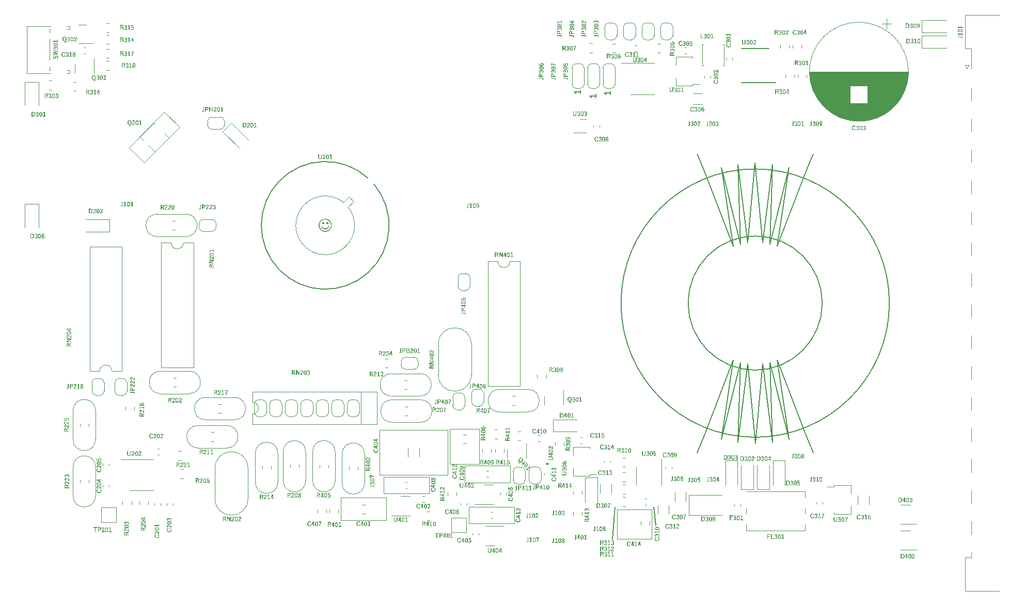
<source format=gbr>
G04 #@! TF.GenerationSoftware,KiCad,Pcbnew,(7.0.0)*
G04 #@! TF.CreationDate,2023-02-17T09:17:19+01:00*
G04 #@! TF.ProjectId,adrmu6layer,6164726d-7536-46c6-9179-65722e6b6963,1.1*
G04 #@! TF.SameCoordinates,Original*
G04 #@! TF.FileFunction,Legend,Top*
G04 #@! TF.FilePolarity,Positive*
%FSLAX46Y46*%
G04 Gerber Fmt 4.6, Leading zero omitted, Abs format (unit mm)*
G04 Created by KiCad (PCBNEW (7.0.0)) date 2023-02-17 09:17:19*
%MOMM*%
%LPD*%
G01*
G04 APERTURE LIST*
%ADD10C,0.150000*%
%ADD11C,0.125000*%
%ADD12C,0.120000*%
%ADD13C,0.254000*%
G04 APERTURE END LIST*
D10*
X173700000Y-136500000D02*
X173400000Y-133400000D01*
X187589069Y-109693078D02*
X184444084Y-122306922D01*
X126515787Y-79482514D02*
G75*
G03*
X127499998Y-80500002I-7016187J-7771486D01*
G01*
X187589069Y-109693078D02*
X187205294Y-122818683D01*
X188789595Y-109915583D02*
X187205294Y-122818683D01*
X193583679Y-90664196D02*
X195564204Y-77683199D01*
X187580781Y-90297043D02*
X187197006Y-77171438D01*
X186424609Y-109325925D02*
X181765826Y-121462471D01*
X187580781Y-90297043D02*
X184435796Y-77683199D01*
X193591967Y-109325925D02*
X195572492Y-122306922D01*
X181757538Y-78527650D02*
X180500000Y-75500000D01*
X188781307Y-90074538D02*
X187197006Y-77171438D01*
X191218693Y-90074538D02*
X190000000Y-77000000D01*
X166600000Y-138800000D02*
X167000000Y-133400000D01*
X198242462Y-78527650D02*
X199500000Y-75500000D01*
X181765826Y-121462471D02*
X180500000Y-124500000D01*
X192419219Y-90297043D02*
X195564204Y-77683199D01*
X192427507Y-109693078D02*
X195572492Y-122306922D01*
X212000000Y-100000000D02*
G75*
G03*
X212000000Y-100000000I-22000000J0D01*
G01*
X186416321Y-90664196D02*
X181757538Y-78527650D01*
X193591967Y-109325925D02*
X198250750Y-121462471D01*
X192427507Y-109693078D02*
X192811282Y-122818683D01*
X193583679Y-90664196D02*
X198242462Y-78527650D01*
X186424609Y-109325925D02*
X184444084Y-122306922D01*
X186416321Y-90664196D02*
X184435796Y-77683199D01*
X191226981Y-109915583D02*
X190008288Y-122990121D01*
X188789595Y-109915583D02*
X190008288Y-122990121D01*
X198250750Y-121462471D02*
X199500000Y-124500000D01*
X192419219Y-90297043D02*
X192802994Y-77171438D01*
X191226981Y-109915583D02*
X192811282Y-122818683D01*
X188781307Y-90074538D02*
X190000000Y-77000000D01*
X201000000Y-100000000D02*
G75*
G03*
X201000000Y-100000000I-11000000J0D01*
G01*
X191218693Y-90074538D02*
X192802994Y-77171438D01*
G36*
X118969259Y-87319035D02*
G01*
X118976521Y-87345108D01*
X118984451Y-87370326D01*
X118993051Y-87394689D01*
X119002319Y-87418197D01*
X119012257Y-87440851D01*
X119022862Y-87462650D01*
X119034137Y-87483593D01*
X119046081Y-87503682D01*
X119058693Y-87522916D01*
X119071974Y-87541296D01*
X119085924Y-87558820D01*
X119100543Y-87575490D01*
X119115831Y-87591304D01*
X119131787Y-87606264D01*
X119148412Y-87620369D01*
X119165706Y-87633620D01*
X119183669Y-87646015D01*
X119202301Y-87657555D01*
X119221601Y-87668241D01*
X119241570Y-87678072D01*
X119262209Y-87687048D01*
X119283515Y-87695169D01*
X119305491Y-87702435D01*
X119328136Y-87708846D01*
X119351449Y-87714403D01*
X119375431Y-87719105D01*
X119400082Y-87722951D01*
X119425401Y-87725943D01*
X119451390Y-87728080D01*
X119478047Y-87729363D01*
X119505373Y-87729790D01*
X119532699Y-87729363D01*
X119559357Y-87728080D01*
X119585345Y-87725943D01*
X119610665Y-87722951D01*
X119635316Y-87719105D01*
X119659298Y-87714403D01*
X119682611Y-87708846D01*
X119705256Y-87702435D01*
X119727231Y-87695169D01*
X119748538Y-87687048D01*
X119769176Y-87678072D01*
X119789145Y-87668241D01*
X119808446Y-87657555D01*
X119827077Y-87646015D01*
X119845040Y-87633620D01*
X119862334Y-87620369D01*
X119878959Y-87606264D01*
X119894916Y-87591304D01*
X119910203Y-87575490D01*
X119924822Y-87558820D01*
X119938772Y-87541296D01*
X119952053Y-87522916D01*
X119964666Y-87503682D01*
X119976609Y-87483593D01*
X119987884Y-87462650D01*
X119998490Y-87440851D01*
X120008427Y-87418197D01*
X120017696Y-87394689D01*
X120026295Y-87370326D01*
X120034226Y-87345108D01*
X120041488Y-87319035D01*
X120048081Y-87292107D01*
X120133566Y-87292107D01*
X120129068Y-87326440D01*
X120123514Y-87359831D01*
X120116902Y-87392279D01*
X120109233Y-87423784D01*
X120100507Y-87454347D01*
X120090724Y-87483967D01*
X120079884Y-87512645D01*
X120067987Y-87540380D01*
X120055032Y-87567172D01*
X120041021Y-87593022D01*
X120025952Y-87617929D01*
X120009826Y-87641893D01*
X119992643Y-87664915D01*
X119974404Y-87686994D01*
X119955106Y-87708131D01*
X119934752Y-87728325D01*
X119913557Y-87747431D01*
X119891613Y-87765305D01*
X119868921Y-87781946D01*
X119845481Y-87797354D01*
X119821294Y-87811529D01*
X119796358Y-87824472D01*
X119770674Y-87836183D01*
X119744243Y-87846660D01*
X119717063Y-87855905D01*
X119689135Y-87863918D01*
X119660460Y-87870697D01*
X119631036Y-87876244D01*
X119600865Y-87880559D01*
X119569945Y-87883640D01*
X119538277Y-87885489D01*
X119505862Y-87886106D01*
X119473389Y-87885489D01*
X119441672Y-87883640D01*
X119410710Y-87880559D01*
X119380504Y-87876244D01*
X119351054Y-87870697D01*
X119322359Y-87863918D01*
X119294420Y-87855905D01*
X119267237Y-87846660D01*
X119240809Y-87836183D01*
X119215136Y-87824472D01*
X119190220Y-87811529D01*
X119166059Y-87797354D01*
X119142654Y-87781946D01*
X119120004Y-87765305D01*
X119098110Y-87747431D01*
X119076971Y-87728325D01*
X119056735Y-87708131D01*
X119037549Y-87686994D01*
X119019412Y-87664915D01*
X119002325Y-87641893D01*
X118986287Y-87617929D01*
X118971298Y-87593022D01*
X118957359Y-87567172D01*
X118944470Y-87540380D01*
X118932630Y-87512645D01*
X118921839Y-87483967D01*
X118912098Y-87454347D01*
X118903406Y-87423784D01*
X118895764Y-87392279D01*
X118889171Y-87359831D01*
X118883628Y-87326440D01*
X118879135Y-87292107D01*
X118962666Y-87292107D01*
X118969259Y-87319035D01*
G37*
G36*
X119866199Y-86730600D02*
G01*
X119886526Y-86734285D01*
X119905850Y-86740427D01*
X119924173Y-86749025D01*
X119941495Y-86760081D01*
X119957814Y-86773593D01*
X119964061Y-86779685D01*
X119978415Y-86795921D01*
X119990337Y-86813183D01*
X119999825Y-86831470D01*
X120006880Y-86850783D01*
X120011503Y-86871122D01*
X120013692Y-86892486D01*
X120013887Y-86901318D01*
X120012670Y-86923093D01*
X120009021Y-86943841D01*
X120002939Y-86963565D01*
X119994424Y-86982262D01*
X119983476Y-86999934D01*
X119970095Y-87016580D01*
X119964061Y-87022951D01*
X119948143Y-87037446D01*
X119931222Y-87049484D01*
X119913300Y-87059065D01*
X119894376Y-87066190D01*
X119874450Y-87070858D01*
X119853522Y-87073069D01*
X119844871Y-87073265D01*
X119823378Y-87072037D01*
X119802863Y-87068352D01*
X119783326Y-87062210D01*
X119764767Y-87053611D01*
X119747186Y-87042556D01*
X119730582Y-87029044D01*
X119724215Y-87022951D01*
X119709861Y-87006715D01*
X119697940Y-86989454D01*
X119688451Y-86971167D01*
X119681396Y-86951854D01*
X119676774Y-86931515D01*
X119674584Y-86910151D01*
X119674389Y-86901318D01*
X119675606Y-86879544D01*
X119679255Y-86858795D01*
X119685337Y-86839072D01*
X119693852Y-86820375D01*
X119704800Y-86802703D01*
X119718181Y-86786057D01*
X119724215Y-86779685D01*
X119740427Y-86765191D01*
X119757617Y-86753153D01*
X119775785Y-86743571D01*
X119794931Y-86736447D01*
X119815055Y-86731779D01*
X119836156Y-86729568D01*
X119844871Y-86729371D01*
X119866199Y-86730600D01*
G37*
G36*
X119188115Y-86730600D02*
G01*
X119208792Y-86734285D01*
X119228396Y-86740427D01*
X119246926Y-86749025D01*
X119264383Y-86760081D01*
X119280767Y-86773593D01*
X119287020Y-86779685D01*
X119301233Y-86795921D01*
X119313038Y-86813183D01*
X119322433Y-86831470D01*
X119329419Y-86850783D01*
X119333996Y-86871122D01*
X119336165Y-86892486D01*
X119336357Y-86901318D01*
X119335129Y-86923093D01*
X119331444Y-86943841D01*
X119325302Y-86963565D01*
X119316703Y-86982262D01*
X119305648Y-86999934D01*
X119292136Y-87016580D01*
X119286043Y-87022951D01*
X119269984Y-87037446D01*
X119252946Y-87049484D01*
X119234931Y-87059065D01*
X119215938Y-87066190D01*
X119195967Y-87070858D01*
X119175018Y-87073069D01*
X119166364Y-87073265D01*
X119144895Y-87072037D01*
X119124452Y-87068352D01*
X119105034Y-87062210D01*
X119086642Y-87053611D01*
X119069275Y-87042556D01*
X119052934Y-87029044D01*
X119046685Y-87022951D01*
X119032472Y-87006715D01*
X119020668Y-86989454D01*
X119011272Y-86971167D01*
X119004286Y-86951854D01*
X118999709Y-86931515D01*
X118997541Y-86910151D01*
X118997348Y-86901318D01*
X118998553Y-86879544D01*
X119002166Y-86858795D01*
X119008189Y-86839072D01*
X119016620Y-86820375D01*
X119027461Y-86802703D01*
X119040711Y-86786057D01*
X119046685Y-86779685D01*
X119062616Y-86765191D01*
X119079572Y-86753153D01*
X119097554Y-86743571D01*
X119116562Y-86736447D01*
X119136595Y-86731779D01*
X119157654Y-86729568D01*
X119166364Y-86729371D01*
X119188115Y-86730600D01*
G37*
G36*
X119533365Y-86166940D02*
G01*
X119560616Y-86167851D01*
X119587614Y-86169371D01*
X119614359Y-86171498D01*
X119640851Y-86174233D01*
X119667091Y-86177575D01*
X119693077Y-86181526D01*
X119718811Y-86186084D01*
X119744292Y-86191250D01*
X119769520Y-86197023D01*
X119794495Y-86203404D01*
X119819218Y-86210394D01*
X119843687Y-86217990D01*
X119867904Y-86226195D01*
X119891868Y-86235007D01*
X119915579Y-86244427D01*
X119939037Y-86254455D01*
X119962243Y-86265091D01*
X119985196Y-86276334D01*
X120007895Y-86288185D01*
X120030342Y-86300644D01*
X120052536Y-86313710D01*
X120074478Y-86327384D01*
X120096166Y-86341666D01*
X120117602Y-86356556D01*
X120138785Y-86372054D01*
X120159715Y-86388159D01*
X120180392Y-86404872D01*
X120200816Y-86422193D01*
X120220988Y-86440121D01*
X120240906Y-86458657D01*
X120260572Y-86477801D01*
X120279806Y-86497376D01*
X120298430Y-86517203D01*
X120316443Y-86537283D01*
X120333845Y-86557615D01*
X120350637Y-86578201D01*
X120366818Y-86599039D01*
X120382388Y-86620130D01*
X120397348Y-86641475D01*
X120411697Y-86663071D01*
X120425436Y-86684921D01*
X120438564Y-86707024D01*
X120451082Y-86729379D01*
X120462988Y-86751987D01*
X120474285Y-86774848D01*
X120484970Y-86797962D01*
X120495045Y-86821329D01*
X120504510Y-86844948D01*
X120513364Y-86868821D01*
X120521607Y-86892946D01*
X120529239Y-86917324D01*
X120536261Y-86941955D01*
X120542673Y-86966838D01*
X120548473Y-86991975D01*
X120553664Y-87017364D01*
X120558243Y-87043006D01*
X120562212Y-87068901D01*
X120565570Y-87095049D01*
X120568318Y-87121450D01*
X120570455Y-87148103D01*
X120571982Y-87175010D01*
X120572898Y-87202169D01*
X120573203Y-87229581D01*
X120572898Y-87256993D01*
X120571982Y-87284152D01*
X120570455Y-87311058D01*
X120568318Y-87337712D01*
X120565570Y-87364112D01*
X120562212Y-87390260D01*
X120558243Y-87416155D01*
X120553664Y-87441797D01*
X120548473Y-87467187D01*
X120542673Y-87492323D01*
X120536261Y-87517207D01*
X120529239Y-87541838D01*
X120521607Y-87566216D01*
X120513364Y-87590341D01*
X120504510Y-87614213D01*
X120495045Y-87637833D01*
X120484970Y-87661199D01*
X120474285Y-87684313D01*
X120462988Y-87707174D01*
X120451082Y-87729783D01*
X120438564Y-87752138D01*
X120425436Y-87774240D01*
X120411697Y-87796090D01*
X120397348Y-87817687D01*
X120382388Y-87839031D01*
X120366818Y-87860122D01*
X120350637Y-87880961D01*
X120333845Y-87901546D01*
X120316443Y-87921879D01*
X120298430Y-87941959D01*
X120279806Y-87961786D01*
X120260572Y-87981360D01*
X120240906Y-88000504D01*
X120220988Y-88019040D01*
X120200816Y-88036969D01*
X120180392Y-88054290D01*
X120159715Y-88071003D01*
X120138785Y-88087108D01*
X120117602Y-88102605D01*
X120096166Y-88117495D01*
X120074478Y-88131777D01*
X120052536Y-88145451D01*
X120030342Y-88158518D01*
X120007895Y-88170977D01*
X119985196Y-88182828D01*
X119962243Y-88194071D01*
X119939037Y-88204707D01*
X119915579Y-88214734D01*
X119891868Y-88224154D01*
X119867904Y-88232967D01*
X119843687Y-88241171D01*
X119819218Y-88248768D01*
X119794495Y-88255757D01*
X119769520Y-88262138D01*
X119744292Y-88267912D01*
X119718811Y-88273078D01*
X119693077Y-88277636D01*
X119667091Y-88281586D01*
X119640851Y-88284929D01*
X119614359Y-88287664D01*
X119587614Y-88289791D01*
X119560616Y-88291310D01*
X119533365Y-88292222D01*
X119505862Y-88292526D01*
X119478328Y-88292222D01*
X119451048Y-88291310D01*
X119424022Y-88289791D01*
X119397250Y-88287664D01*
X119370732Y-88284929D01*
X119344467Y-88281586D01*
X119318456Y-88277636D01*
X119292699Y-88273078D01*
X119267195Y-88267912D01*
X119241946Y-88262138D01*
X119216950Y-88255757D01*
X119192208Y-88248768D01*
X119167720Y-88241171D01*
X119143486Y-88232967D01*
X119119505Y-88224154D01*
X119095778Y-88214734D01*
X119072305Y-88204707D01*
X119049086Y-88194071D01*
X119026120Y-88182828D01*
X119003408Y-88170977D01*
X118980950Y-88158518D01*
X118958746Y-88145451D01*
X118936796Y-88131777D01*
X118915099Y-88117495D01*
X118893657Y-88102605D01*
X118872468Y-88087108D01*
X118851532Y-88071003D01*
X118830851Y-88054290D01*
X118810423Y-88036969D01*
X118790249Y-88019040D01*
X118770329Y-88000504D01*
X118750663Y-87981360D01*
X118731429Y-87961786D01*
X118712805Y-87941959D01*
X118694792Y-87921879D01*
X118677390Y-87901546D01*
X118660598Y-87880961D01*
X118644417Y-87860122D01*
X118628847Y-87839031D01*
X118613887Y-87817687D01*
X118599538Y-87796090D01*
X118585799Y-87774240D01*
X118572671Y-87752138D01*
X118560153Y-87729783D01*
X118548247Y-87707174D01*
X118536950Y-87684313D01*
X118526265Y-87661199D01*
X118516190Y-87637833D01*
X118506725Y-87614213D01*
X118497872Y-87590341D01*
X118489628Y-87566216D01*
X118481996Y-87541838D01*
X118474974Y-87517207D01*
X118468562Y-87492323D01*
X118462762Y-87467187D01*
X118457571Y-87441797D01*
X118452992Y-87416155D01*
X118449023Y-87390260D01*
X118445665Y-87364112D01*
X118442917Y-87337712D01*
X118440780Y-87311058D01*
X118439253Y-87284152D01*
X118438337Y-87256993D01*
X118438037Y-87230069D01*
X118573831Y-87230069D01*
X118574097Y-87254260D01*
X118574896Y-87278227D01*
X118576227Y-87301971D01*
X118578090Y-87325492D01*
X118580486Y-87348789D01*
X118583414Y-87371864D01*
X118586874Y-87394715D01*
X118590867Y-87417342D01*
X118595392Y-87439747D01*
X118600450Y-87461928D01*
X118606040Y-87483886D01*
X118612162Y-87505621D01*
X118618817Y-87527133D01*
X118626004Y-87548421D01*
X118633723Y-87569486D01*
X118641975Y-87590327D01*
X118650759Y-87610946D01*
X118660076Y-87631341D01*
X118669924Y-87651513D01*
X118680306Y-87671462D01*
X118691219Y-87691187D01*
X118702665Y-87710690D01*
X118714644Y-87729969D01*
X118727155Y-87749024D01*
X118740198Y-87767857D01*
X118753773Y-87786466D01*
X118767881Y-87804852D01*
X118782521Y-87823015D01*
X118797694Y-87840954D01*
X118813399Y-87858670D01*
X118829636Y-87876163D01*
X118846406Y-87893433D01*
X118863583Y-87910293D01*
X118880980Y-87926617D01*
X118898597Y-87942407D01*
X118916435Y-87957661D01*
X118934493Y-87972380D01*
X118952772Y-87986564D01*
X118971271Y-88000212D01*
X118989990Y-88013326D01*
X119008930Y-88025904D01*
X119028090Y-88037946D01*
X119047471Y-88049454D01*
X119067072Y-88060426D01*
X119086893Y-88070863D01*
X119106935Y-88080765D01*
X119127197Y-88090132D01*
X119147680Y-88098963D01*
X119168383Y-88107259D01*
X119189306Y-88115020D01*
X119210450Y-88122246D01*
X119231814Y-88128936D01*
X119253398Y-88135092D01*
X119275203Y-88140712D01*
X119297228Y-88145796D01*
X119319474Y-88150346D01*
X119341940Y-88154360D01*
X119364626Y-88157839D01*
X119387533Y-88160783D01*
X119410660Y-88163191D01*
X119434008Y-88165065D01*
X119457576Y-88166403D01*
X119481364Y-88167206D01*
X119505373Y-88167473D01*
X119529382Y-88167206D01*
X119553169Y-88166403D01*
X119576734Y-88165065D01*
X119600078Y-88163191D01*
X119623201Y-88160783D01*
X119646103Y-88157839D01*
X119668783Y-88154360D01*
X119691242Y-88150346D01*
X119713480Y-88145796D01*
X119735496Y-88140712D01*
X119757291Y-88135092D01*
X119778864Y-88128936D01*
X119800216Y-88122246D01*
X119821347Y-88115020D01*
X119842257Y-88107259D01*
X119862945Y-88098963D01*
X119883412Y-88090132D01*
X119903657Y-88080765D01*
X119923681Y-88070863D01*
X119943484Y-88060426D01*
X119963065Y-88049454D01*
X119982425Y-88037946D01*
X120001564Y-88025904D01*
X120020481Y-88013326D01*
X120039177Y-88000212D01*
X120057652Y-87986564D01*
X120075905Y-87972380D01*
X120093937Y-87957661D01*
X120111748Y-87942407D01*
X120129337Y-87926617D01*
X120146705Y-87910293D01*
X120163852Y-87893433D01*
X120180652Y-87876163D01*
X120196918Y-87858670D01*
X120212651Y-87840954D01*
X120227851Y-87823015D01*
X120242518Y-87804852D01*
X120256651Y-87786466D01*
X120270251Y-87767857D01*
X120283317Y-87749024D01*
X120295850Y-87729969D01*
X120307850Y-87710690D01*
X120319317Y-87691187D01*
X120330250Y-87671462D01*
X120340650Y-87651513D01*
X120350517Y-87631341D01*
X120359850Y-87610946D01*
X120368650Y-87590327D01*
X120376916Y-87569486D01*
X120384649Y-87548421D01*
X120391849Y-87527133D01*
X120398516Y-87505621D01*
X120404649Y-87483886D01*
X120410249Y-87461928D01*
X120415316Y-87439747D01*
X120419849Y-87417342D01*
X120423849Y-87394715D01*
X120427316Y-87371864D01*
X120430249Y-87348789D01*
X120432649Y-87325492D01*
X120434516Y-87301971D01*
X120435849Y-87278227D01*
X120436649Y-87254260D01*
X120436915Y-87230069D01*
X120436649Y-87205908D01*
X120435849Y-87181969D01*
X120434516Y-87158250D01*
X120432649Y-87134754D01*
X120430249Y-87111478D01*
X120427316Y-87088424D01*
X120423849Y-87065591D01*
X120419849Y-87042979D01*
X120415316Y-87020589D01*
X120410249Y-86998420D01*
X120404649Y-86976473D01*
X120398516Y-86954747D01*
X120391849Y-86933242D01*
X120384649Y-86911958D01*
X120376916Y-86890896D01*
X120368650Y-86870055D01*
X120359850Y-86849436D01*
X120350517Y-86829038D01*
X120340650Y-86808861D01*
X120330250Y-86788906D01*
X120319317Y-86769172D01*
X120307850Y-86749659D01*
X120295850Y-86730367D01*
X120283317Y-86711297D01*
X120270251Y-86692449D01*
X120256651Y-86673821D01*
X120242518Y-86655415D01*
X120227851Y-86637231D01*
X120212651Y-86619268D01*
X120196918Y-86601526D01*
X120180652Y-86584005D01*
X120163852Y-86566706D01*
X120146705Y-86549786D01*
X120129337Y-86533403D01*
X120111748Y-86517557D01*
X120093937Y-86502248D01*
X120075905Y-86487477D01*
X120057652Y-86473243D01*
X120039177Y-86459546D01*
X120020481Y-86446386D01*
X120001564Y-86433763D01*
X119982425Y-86421677D01*
X119963065Y-86410128D01*
X119943484Y-86399117D01*
X119923681Y-86388643D01*
X119903657Y-86378706D01*
X119883412Y-86369305D01*
X119862945Y-86360443D01*
X119842257Y-86352117D01*
X119821347Y-86344328D01*
X119800216Y-86337077D01*
X119778864Y-86330363D01*
X119757291Y-86324185D01*
X119735496Y-86318545D01*
X119713480Y-86313443D01*
X119691242Y-86308877D01*
X119668783Y-86304848D01*
X119646103Y-86301357D01*
X119623201Y-86298403D01*
X119600078Y-86295985D01*
X119576734Y-86294105D01*
X119553169Y-86292763D01*
X119529382Y-86291957D01*
X119505373Y-86291688D01*
X119481364Y-86291957D01*
X119457576Y-86292763D01*
X119434008Y-86294105D01*
X119410660Y-86295985D01*
X119387533Y-86298403D01*
X119364626Y-86301357D01*
X119341940Y-86304848D01*
X119319474Y-86308877D01*
X119297228Y-86313443D01*
X119275203Y-86318545D01*
X119253398Y-86324185D01*
X119231814Y-86330363D01*
X119210450Y-86337077D01*
X119189306Y-86344328D01*
X119168383Y-86352117D01*
X119147680Y-86360443D01*
X119127197Y-86369305D01*
X119106935Y-86378706D01*
X119086893Y-86388643D01*
X119067072Y-86399117D01*
X119047471Y-86410128D01*
X119028090Y-86421677D01*
X119008930Y-86433763D01*
X118989990Y-86446386D01*
X118971271Y-86459546D01*
X118952772Y-86473243D01*
X118934493Y-86487477D01*
X118916435Y-86502248D01*
X118898597Y-86517557D01*
X118880980Y-86533403D01*
X118863583Y-86549786D01*
X118846406Y-86566706D01*
X118829636Y-86584005D01*
X118813399Y-86601526D01*
X118797694Y-86619268D01*
X118782521Y-86637231D01*
X118767881Y-86655415D01*
X118753773Y-86673821D01*
X118740198Y-86692449D01*
X118727155Y-86711297D01*
X118714644Y-86730367D01*
X118702665Y-86749659D01*
X118691219Y-86769172D01*
X118680306Y-86788906D01*
X118669924Y-86808861D01*
X118660076Y-86829038D01*
X118650759Y-86849436D01*
X118641975Y-86870055D01*
X118633723Y-86890896D01*
X118626004Y-86911958D01*
X118618817Y-86933242D01*
X118612162Y-86954747D01*
X118606040Y-86976473D01*
X118600450Y-86998420D01*
X118595392Y-87020589D01*
X118590867Y-87042979D01*
X118586874Y-87065591D01*
X118583414Y-87088424D01*
X118580486Y-87111478D01*
X118578090Y-87134754D01*
X118576227Y-87158250D01*
X118574896Y-87181969D01*
X118574097Y-87205908D01*
X118573831Y-87230069D01*
X118438037Y-87230069D01*
X118438032Y-87229581D01*
X118438337Y-87202169D01*
X118439253Y-87175010D01*
X118440780Y-87148103D01*
X118442917Y-87121450D01*
X118445665Y-87095049D01*
X118449023Y-87068901D01*
X118452992Y-87043006D01*
X118457571Y-87017364D01*
X118462762Y-86991975D01*
X118468562Y-86966838D01*
X118474974Y-86941955D01*
X118481996Y-86917324D01*
X118489628Y-86892946D01*
X118497872Y-86868821D01*
X118506725Y-86844948D01*
X118516190Y-86821329D01*
X118526265Y-86797962D01*
X118536950Y-86774848D01*
X118548247Y-86751987D01*
X118560153Y-86729379D01*
X118572671Y-86707024D01*
X118585799Y-86684921D01*
X118599538Y-86663071D01*
X118613887Y-86641475D01*
X118628847Y-86620130D01*
X118644417Y-86599039D01*
X118660598Y-86578201D01*
X118677390Y-86557615D01*
X118694792Y-86537283D01*
X118712805Y-86517203D01*
X118731429Y-86497376D01*
X118750663Y-86477801D01*
X118770329Y-86458657D01*
X118790249Y-86440121D01*
X118810423Y-86422193D01*
X118830851Y-86404872D01*
X118851532Y-86388159D01*
X118872468Y-86372054D01*
X118893657Y-86356556D01*
X118915099Y-86341666D01*
X118936796Y-86327384D01*
X118958746Y-86313710D01*
X118980950Y-86300644D01*
X119003408Y-86288185D01*
X119026120Y-86276334D01*
X119049086Y-86265091D01*
X119072305Y-86254455D01*
X119095778Y-86244427D01*
X119119505Y-86235007D01*
X119143486Y-86226195D01*
X119167720Y-86217990D01*
X119192208Y-86210394D01*
X119216950Y-86203404D01*
X119241946Y-86197023D01*
X119267195Y-86191250D01*
X119292699Y-86186084D01*
X119318456Y-86181526D01*
X119344467Y-86177575D01*
X119370732Y-86174233D01*
X119397250Y-86171498D01*
X119424022Y-86169371D01*
X119451048Y-86167851D01*
X119478328Y-86166940D01*
X119505862Y-86166636D01*
X119533365Y-86166940D01*
G37*
D11*
G04 #@! TO.C,D401*
G36*
X158238423Y-118024657D02*
G01*
X158249807Y-118024965D01*
X158261007Y-118025478D01*
X158272025Y-118026197D01*
X158282859Y-118027121D01*
X158293511Y-118028250D01*
X158303979Y-118029585D01*
X158314265Y-118031126D01*
X158324368Y-118032871D01*
X158334287Y-118034822D01*
X158344024Y-118036978D01*
X158353577Y-118039340D01*
X158362948Y-118041907D01*
X158372136Y-118044680D01*
X158381140Y-118047657D01*
X158389962Y-118050841D01*
X158398601Y-118054229D01*
X158407056Y-118057823D01*
X158415329Y-118061622D01*
X158423419Y-118065627D01*
X158431325Y-118069837D01*
X158439049Y-118074252D01*
X158446590Y-118078873D01*
X158453947Y-118083699D01*
X158461122Y-118088730D01*
X158468114Y-118093967D01*
X158474923Y-118099409D01*
X158481548Y-118105057D01*
X158487991Y-118110910D01*
X158494251Y-118116968D01*
X158500328Y-118123232D01*
X158506222Y-118129700D01*
X158511397Y-118135774D01*
X158516408Y-118142006D01*
X158521254Y-118148395D01*
X158525937Y-118154943D01*
X158530455Y-118161648D01*
X158534808Y-118168511D01*
X158538998Y-118175533D01*
X158543023Y-118182712D01*
X158546884Y-118190049D01*
X158550580Y-118197544D01*
X158554112Y-118205197D01*
X158557480Y-118213008D01*
X158560684Y-118220977D01*
X158563724Y-118229104D01*
X158566599Y-118237389D01*
X158569309Y-118245832D01*
X158571856Y-118254433D01*
X158574238Y-118263191D01*
X158576456Y-118272108D01*
X158578510Y-118281183D01*
X158580399Y-118290415D01*
X158582124Y-118299806D01*
X158583685Y-118309354D01*
X158585081Y-118319060D01*
X158586314Y-118328925D01*
X158587382Y-118338947D01*
X158588285Y-118349127D01*
X158589024Y-118359465D01*
X158589599Y-118369962D01*
X158590010Y-118380616D01*
X158590257Y-118391428D01*
X158590339Y-118402398D01*
X158590223Y-118414898D01*
X158589877Y-118427204D01*
X158589299Y-118439315D01*
X158588490Y-118451231D01*
X158587450Y-118462952D01*
X158586179Y-118474477D01*
X158584677Y-118485808D01*
X158582944Y-118496944D01*
X158580980Y-118507885D01*
X158578785Y-118518630D01*
X158576359Y-118529181D01*
X158573701Y-118539537D01*
X158570813Y-118549698D01*
X158567693Y-118559663D01*
X158564343Y-118569434D01*
X158560761Y-118579010D01*
X158556948Y-118588390D01*
X158552904Y-118597576D01*
X158548629Y-118606567D01*
X158544123Y-118615362D01*
X158539386Y-118623963D01*
X158534418Y-118632368D01*
X158529219Y-118640579D01*
X158523789Y-118648594D01*
X158518127Y-118656415D01*
X158512235Y-118664040D01*
X158506111Y-118671471D01*
X158499757Y-118678706D01*
X158493171Y-118685747D01*
X158486354Y-118692592D01*
X158479306Y-118699243D01*
X158472028Y-118705698D01*
X158465798Y-118710916D01*
X158459440Y-118715967D01*
X158452954Y-118720853D01*
X158446339Y-118725574D01*
X158439597Y-118730128D01*
X158432726Y-118734518D01*
X158425727Y-118738741D01*
X158418599Y-118742799D01*
X158411344Y-118746691D01*
X158403960Y-118750418D01*
X158396448Y-118753979D01*
X158388808Y-118757374D01*
X158381039Y-118760604D01*
X158373143Y-118763668D01*
X158365118Y-118766566D01*
X158356965Y-118769299D01*
X158348683Y-118771866D01*
X158340274Y-118774268D01*
X158331736Y-118776504D01*
X158323070Y-118778574D01*
X158314276Y-118780479D01*
X158305353Y-118782218D01*
X158296302Y-118783792D01*
X158287123Y-118785199D01*
X158277816Y-118786442D01*
X158268381Y-118787518D01*
X158258817Y-118788429D01*
X158249125Y-118789174D01*
X158239305Y-118789754D01*
X158229357Y-118790168D01*
X158219280Y-118790417D01*
X158209076Y-118790500D01*
X157970914Y-118790500D01*
X157970914Y-118126965D01*
X158102732Y-118126965D01*
X158102732Y-118688088D01*
X158206169Y-118688088D01*
X158213855Y-118688013D01*
X158221420Y-118687787D01*
X158228862Y-118687409D01*
X158236182Y-118686881D01*
X158243381Y-118686202D01*
X158250458Y-118685372D01*
X158257413Y-118684391D01*
X158264246Y-118683259D01*
X158277546Y-118680542D01*
X158290359Y-118677221D01*
X158302684Y-118673297D01*
X158314521Y-118668769D01*
X158325872Y-118663637D01*
X158336734Y-118657902D01*
X158347109Y-118651562D01*
X158356997Y-118644619D01*
X158366397Y-118637073D01*
X158375309Y-118628922D01*
X158383734Y-118620168D01*
X158391672Y-118610810D01*
X158398669Y-118601585D01*
X158405216Y-118591862D01*
X158411310Y-118581640D01*
X158416954Y-118570921D01*
X158422146Y-118559703D01*
X158426886Y-118547987D01*
X158431175Y-118535772D01*
X158435013Y-118523060D01*
X158438399Y-118509849D01*
X158439922Y-118503057D01*
X158441333Y-118496140D01*
X158442631Y-118489099D01*
X158443816Y-118481933D01*
X158444888Y-118474642D01*
X158445848Y-118467227D01*
X158446694Y-118459688D01*
X158447428Y-118452024D01*
X158448049Y-118444235D01*
X158448557Y-118436322D01*
X158448952Y-118428284D01*
X158449234Y-118420122D01*
X158449403Y-118411835D01*
X158449459Y-118403423D01*
X158449228Y-118386415D01*
X158448535Y-118369946D01*
X158447380Y-118354017D01*
X158445762Y-118338628D01*
X158443683Y-118323780D01*
X158441141Y-118309471D01*
X158438137Y-118295702D01*
X158434671Y-118282473D01*
X158430742Y-118269784D01*
X158426352Y-118257635D01*
X158421499Y-118246026D01*
X158416184Y-118234957D01*
X158410408Y-118224427D01*
X158404168Y-118214438D01*
X158397467Y-118204989D01*
X158390304Y-118196080D01*
X158382678Y-118187710D01*
X158374591Y-118179881D01*
X158366041Y-118172591D01*
X158357029Y-118165842D01*
X158347555Y-118159632D01*
X158337618Y-118153963D01*
X158327220Y-118148833D01*
X158316359Y-118144244D01*
X158305037Y-118140194D01*
X158293252Y-118136684D01*
X158281005Y-118133714D01*
X158268295Y-118131285D01*
X158255124Y-118129395D01*
X158241491Y-118128045D01*
X158227395Y-118127235D01*
X158212837Y-118126965D01*
X158102732Y-118126965D01*
X157970914Y-118126965D01*
X157970914Y-118024554D01*
X158226857Y-118024554D01*
X158238423Y-118024657D01*
G37*
G36*
X159070252Y-118527890D02*
G01*
X159163943Y-118527890D01*
X159163943Y-118620726D01*
X159070252Y-118620726D01*
X159070252Y-118790500D01*
X158956727Y-118790500D01*
X158956727Y-118620726D01*
X158670182Y-118620726D01*
X158670182Y-118533874D01*
X158673113Y-118527890D01*
X158772593Y-118527890D01*
X158956727Y-118527890D01*
X158956727Y-118362904D01*
X158956750Y-118352790D01*
X158956818Y-118342109D01*
X158956932Y-118330863D01*
X158957091Y-118319050D01*
X158957295Y-118306670D01*
X158957545Y-118293725D01*
X158957840Y-118280213D01*
X158958005Y-118273244D01*
X158958181Y-118266135D01*
X158958368Y-118258883D01*
X158958567Y-118251490D01*
X158958777Y-118243955D01*
X158958998Y-118236279D01*
X158959231Y-118228461D01*
X158959475Y-118220502D01*
X158959730Y-118212401D01*
X158959997Y-118204158D01*
X158960275Y-118195774D01*
X158960565Y-118187248D01*
X158960866Y-118178581D01*
X158961178Y-118169772D01*
X158961502Y-118160821D01*
X158961837Y-118151729D01*
X158962183Y-118142495D01*
X158962540Y-118133120D01*
X158949034Y-118133120D01*
X158944760Y-118144224D01*
X158940360Y-118155482D01*
X158935832Y-118166894D01*
X158931178Y-118178459D01*
X158926397Y-118190178D01*
X158921489Y-118202050D01*
X158916454Y-118214076D01*
X158911292Y-118226256D01*
X158906003Y-118238589D01*
X158900588Y-118251076D01*
X158897832Y-118257377D01*
X158895045Y-118263716D01*
X158892227Y-118270094D01*
X158889376Y-118276510D01*
X158886494Y-118282965D01*
X158883580Y-118289458D01*
X158880634Y-118295989D01*
X158877657Y-118302559D01*
X158874647Y-118309167D01*
X158871606Y-118315814D01*
X158868534Y-118322499D01*
X158865429Y-118329222D01*
X158772593Y-118527890D01*
X158673113Y-118527890D01*
X158914327Y-118035496D01*
X159070252Y-118035496D01*
X159070252Y-118527890D01*
G37*
G36*
X159487983Y-118046534D02*
G01*
X159495597Y-118046823D01*
X159503081Y-118047304D01*
X159510432Y-118047977D01*
X159517653Y-118048842D01*
X159524743Y-118049900D01*
X159531701Y-118051150D01*
X159538528Y-118052593D01*
X159545223Y-118054228D01*
X159558221Y-118058075D01*
X159570694Y-118062691D01*
X159582642Y-118068076D01*
X159594065Y-118074231D01*
X159604963Y-118081156D01*
X159615336Y-118088849D01*
X159625184Y-118097312D01*
X159634507Y-118106545D01*
X159643305Y-118116546D01*
X159651579Y-118127318D01*
X159655519Y-118132992D01*
X159659327Y-118138858D01*
X159663004Y-118144917D01*
X159669464Y-118156775D01*
X159672537Y-118162975D01*
X159675507Y-118169355D01*
X159678372Y-118175915D01*
X159681133Y-118182656D01*
X159683789Y-118189577D01*
X159686342Y-118196678D01*
X159688790Y-118203960D01*
X159691134Y-118211421D01*
X159693374Y-118219064D01*
X159695510Y-118226886D01*
X159697542Y-118234889D01*
X159699469Y-118243072D01*
X159701292Y-118251436D01*
X159703011Y-118259980D01*
X159704626Y-118268704D01*
X159706137Y-118277608D01*
X159707544Y-118286693D01*
X159708846Y-118295958D01*
X159710044Y-118305404D01*
X159711138Y-118315029D01*
X159712128Y-118324835D01*
X159713013Y-118334822D01*
X159713795Y-118344988D01*
X159714472Y-118355335D01*
X159715045Y-118365863D01*
X159715514Y-118376570D01*
X159715878Y-118387458D01*
X159716139Y-118398527D01*
X159716295Y-118409775D01*
X159716347Y-118421204D01*
X159716279Y-118434264D01*
X159716075Y-118447093D01*
X159715734Y-118459691D01*
X159715257Y-118472057D01*
X159714644Y-118484193D01*
X159713895Y-118496097D01*
X159713009Y-118507771D01*
X159711987Y-118519213D01*
X159710829Y-118530424D01*
X159709535Y-118541404D01*
X159708105Y-118552153D01*
X159706538Y-118562671D01*
X159704835Y-118572958D01*
X159702995Y-118583014D01*
X159701020Y-118592839D01*
X159698908Y-118602433D01*
X159696660Y-118611795D01*
X159694276Y-118620927D01*
X159691756Y-118629827D01*
X159689099Y-118638496D01*
X159686306Y-118646935D01*
X159683377Y-118655142D01*
X159680311Y-118663118D01*
X159677110Y-118670863D01*
X159673772Y-118678377D01*
X159670297Y-118685660D01*
X159666687Y-118692712D01*
X159662940Y-118699533D01*
X159659057Y-118706122D01*
X159655038Y-118712481D01*
X159650883Y-118718609D01*
X159646591Y-118724505D01*
X159639120Y-118733822D01*
X159631239Y-118742537D01*
X159622947Y-118750651D01*
X159614246Y-118758165D01*
X159605134Y-118765077D01*
X159595613Y-118771388D01*
X159585681Y-118777098D01*
X159575340Y-118782207D01*
X159564588Y-118786715D01*
X159553426Y-118790622D01*
X159541854Y-118793928D01*
X159529872Y-118796633D01*
X159517480Y-118798737D01*
X159504678Y-118800239D01*
X159491466Y-118801141D01*
X159477844Y-118801442D01*
X159470005Y-118801344D01*
X159462302Y-118801050D01*
X159454735Y-118800560D01*
X159447304Y-118799873D01*
X159440010Y-118798991D01*
X159432852Y-118797913D01*
X159425830Y-118796639D01*
X159418945Y-118795169D01*
X159412196Y-118793503D01*
X159405582Y-118791641D01*
X159392765Y-118787329D01*
X159380493Y-118782232D01*
X159368765Y-118776352D01*
X159357583Y-118769687D01*
X159346945Y-118762239D01*
X159336853Y-118754006D01*
X159327305Y-118744989D01*
X159318302Y-118735189D01*
X159309845Y-118724604D01*
X159305820Y-118719018D01*
X159301932Y-118713235D01*
X159298180Y-118707257D01*
X159294564Y-118701082D01*
X159288270Y-118689177D01*
X159285276Y-118682951D01*
X159282383Y-118676543D01*
X159279591Y-118669952D01*
X159276901Y-118663179D01*
X159274312Y-118656224D01*
X159271825Y-118649086D01*
X159269440Y-118641766D01*
X159267156Y-118634264D01*
X159264973Y-118626579D01*
X159262892Y-118618712D01*
X159260912Y-118610663D01*
X159259034Y-118602431D01*
X159257258Y-118594017D01*
X159255583Y-118585421D01*
X159254010Y-118576642D01*
X159252538Y-118567682D01*
X159251167Y-118558538D01*
X159249898Y-118549213D01*
X159248731Y-118539705D01*
X159247665Y-118530015D01*
X159246701Y-118520142D01*
X159245838Y-118510087D01*
X159245076Y-118499850D01*
X159244417Y-118489431D01*
X159243858Y-118478829D01*
X159243401Y-118468045D01*
X159243046Y-118457078D01*
X159242792Y-118445930D01*
X159242640Y-118434598D01*
X159242589Y-118423085D01*
X159242597Y-118421546D01*
X159369620Y-118421546D01*
X159369648Y-118431926D01*
X159369733Y-118442098D01*
X159369874Y-118452064D01*
X159370071Y-118461823D01*
X159370325Y-118471375D01*
X159370636Y-118480721D01*
X159371003Y-118489860D01*
X159371426Y-118498793D01*
X159371906Y-118507518D01*
X159372442Y-118516037D01*
X159373034Y-118524349D01*
X159373683Y-118532455D01*
X159374389Y-118540354D01*
X159375150Y-118548046D01*
X159375969Y-118555531D01*
X159376843Y-118562810D01*
X159377775Y-118569882D01*
X159378762Y-118576748D01*
X159380907Y-118589858D01*
X159383277Y-118602142D01*
X159385873Y-118613599D01*
X159388694Y-118624229D01*
X159391742Y-118634033D01*
X159395015Y-118643009D01*
X159398514Y-118651159D01*
X159401629Y-118657536D01*
X159404989Y-118663501D01*
X159410491Y-118671677D01*
X159416546Y-118678928D01*
X159423154Y-118685253D01*
X159430314Y-118690653D01*
X159438028Y-118695127D01*
X159446295Y-118698675D01*
X159455114Y-118701298D01*
X159464487Y-118702995D01*
X159474413Y-118703766D01*
X159477844Y-118703818D01*
X159485787Y-118703542D01*
X159493416Y-118702714D01*
X159500731Y-118701335D01*
X159507732Y-118699405D01*
X159514419Y-118696922D01*
X159520792Y-118693888D01*
X159526852Y-118690302D01*
X159532597Y-118686165D01*
X159538029Y-118681476D01*
X159543147Y-118676235D01*
X159547950Y-118670443D01*
X159552440Y-118664099D01*
X159556616Y-118657204D01*
X159560479Y-118649756D01*
X159564027Y-118641758D01*
X159567261Y-118633207D01*
X159569932Y-118624847D01*
X159572430Y-118615838D01*
X159574757Y-118606179D01*
X159576910Y-118595872D01*
X159578892Y-118584915D01*
X159580701Y-118573309D01*
X159582338Y-118561054D01*
X159583803Y-118548150D01*
X159585095Y-118534596D01*
X159585676Y-118527576D01*
X159586215Y-118520394D01*
X159586710Y-118513049D01*
X159587163Y-118505542D01*
X159587572Y-118497873D01*
X159587938Y-118490041D01*
X159588261Y-118482047D01*
X159588541Y-118473891D01*
X159588778Y-118465573D01*
X159588972Y-118457092D01*
X159589123Y-118448449D01*
X159589230Y-118439644D01*
X159589295Y-118430676D01*
X159589316Y-118421546D01*
X159589288Y-118411232D01*
X159589204Y-118401126D01*
X159589062Y-118391228D01*
X159588865Y-118381539D01*
X159588611Y-118372058D01*
X159588301Y-118362786D01*
X159587934Y-118353722D01*
X159587511Y-118344866D01*
X159587031Y-118336219D01*
X159586495Y-118327780D01*
X159585902Y-118319549D01*
X159585253Y-118311527D01*
X159584548Y-118303713D01*
X159583786Y-118296108D01*
X159582968Y-118288711D01*
X159582093Y-118281522D01*
X159581162Y-118274541D01*
X159580174Y-118267769D01*
X159578030Y-118254851D01*
X159575660Y-118242765D01*
X159573064Y-118231513D01*
X159570242Y-118221095D01*
X159567195Y-118211510D01*
X159563921Y-118202758D01*
X159560423Y-118194840D01*
X159557304Y-118188629D01*
X159552154Y-118180064D01*
X159546435Y-118172400D01*
X159540148Y-118165638D01*
X159533294Y-118159778D01*
X159525871Y-118154819D01*
X159517880Y-118150762D01*
X159509322Y-118147606D01*
X159500195Y-118145352D01*
X159490500Y-118144000D01*
X159480238Y-118143549D01*
X159472462Y-118143814D01*
X159464995Y-118144610D01*
X159457834Y-118145935D01*
X159450980Y-118147791D01*
X159444434Y-118150177D01*
X159438195Y-118153094D01*
X159432263Y-118156541D01*
X159426638Y-118160518D01*
X159421321Y-118165025D01*
X159416311Y-118170063D01*
X159411608Y-118175631D01*
X159407212Y-118181729D01*
X159403123Y-118188357D01*
X159399342Y-118195516D01*
X159395868Y-118203205D01*
X159392701Y-118211424D01*
X159389906Y-118219718D01*
X159387291Y-118228657D01*
X159384857Y-118238242D01*
X159382603Y-118248471D01*
X159380529Y-118259346D01*
X159378636Y-118270866D01*
X159376923Y-118283031D01*
X159375390Y-118295841D01*
X159374038Y-118309296D01*
X159373429Y-118316265D01*
X159372866Y-118323396D01*
X159372347Y-118330688D01*
X159371874Y-118338142D01*
X159371446Y-118345756D01*
X159371063Y-118353532D01*
X159370724Y-118361470D01*
X159370431Y-118369568D01*
X159370183Y-118377828D01*
X159369981Y-118386249D01*
X159369823Y-118394831D01*
X159369710Y-118403575D01*
X159369643Y-118412480D01*
X159369620Y-118421546D01*
X159242597Y-118421546D01*
X159242658Y-118410068D01*
X159242864Y-118397283D01*
X159243207Y-118384730D01*
X159243687Y-118372408D01*
X159244305Y-118360319D01*
X159245060Y-118348461D01*
X159245952Y-118336834D01*
X159246981Y-118325440D01*
X159248148Y-118314277D01*
X159249451Y-118303346D01*
X159250893Y-118292647D01*
X159252471Y-118282179D01*
X159254186Y-118271943D01*
X159256039Y-118261939D01*
X159258029Y-118252167D01*
X159260156Y-118242626D01*
X159262421Y-118233317D01*
X159264823Y-118224240D01*
X159267362Y-118215395D01*
X159270038Y-118206781D01*
X159272851Y-118198399D01*
X159275802Y-118190249D01*
X159278890Y-118182331D01*
X159282115Y-118174644D01*
X159285478Y-118167189D01*
X159288978Y-118159966D01*
X159292615Y-118152975D01*
X159296389Y-118146215D01*
X159300300Y-118139687D01*
X159304349Y-118133391D01*
X159308535Y-118127327D01*
X159312858Y-118121494D01*
X159320284Y-118112405D01*
X159328114Y-118103903D01*
X159336350Y-118095987D01*
X159344990Y-118088657D01*
X159354034Y-118081914D01*
X159363484Y-118075757D01*
X159373338Y-118070186D01*
X159383597Y-118065202D01*
X159394260Y-118060804D01*
X159405329Y-118056993D01*
X159416802Y-118053768D01*
X159428679Y-118051129D01*
X159440962Y-118049077D01*
X159453649Y-118047611D01*
X159466741Y-118046731D01*
X159480238Y-118046438D01*
X159487983Y-118046534D01*
G37*
G36*
X160113339Y-118035496D02*
G01*
X160113339Y-118694927D01*
X160253193Y-118694927D01*
X160253193Y-118790500D01*
X159848336Y-118790500D01*
X159848336Y-118694927D01*
X159996054Y-118694927D01*
X159996054Y-118156714D01*
X159988398Y-118161655D01*
X159980605Y-118166478D01*
X159972675Y-118171181D01*
X159964606Y-118175766D01*
X159956400Y-118180232D01*
X159948057Y-118184579D01*
X159939576Y-118188807D01*
X159930957Y-118192917D01*
X159922201Y-118196907D01*
X159913307Y-118200779D01*
X159904276Y-118204531D01*
X159895107Y-118208165D01*
X159885800Y-118211680D01*
X159876356Y-118215076D01*
X159866775Y-118218353D01*
X159857055Y-118221511D01*
X159837223Y-118121323D01*
X159848445Y-118118022D01*
X159859631Y-118114447D01*
X159870778Y-118110596D01*
X159881889Y-118106470D01*
X159892962Y-118102069D01*
X159903997Y-118097392D01*
X159914996Y-118092441D01*
X159925956Y-118087214D01*
X159936880Y-118081713D01*
X159947766Y-118075936D01*
X159958614Y-118069884D01*
X159969425Y-118063556D01*
X159980199Y-118056954D01*
X159990936Y-118050077D01*
X160001635Y-118042924D01*
X160012296Y-118035496D01*
X160113339Y-118035496D01*
G37*
G04 #@! TO.C,R306*
G36*
X165997715Y-59124759D02*
G01*
X166013847Y-59125373D01*
X166029451Y-59126398D01*
X166044526Y-59127832D01*
X166059072Y-59129676D01*
X166073089Y-59131929D01*
X166086576Y-59134592D01*
X166099535Y-59137665D01*
X166111966Y-59141148D01*
X166123867Y-59145040D01*
X166135239Y-59149342D01*
X166146082Y-59154054D01*
X166156396Y-59159176D01*
X166166182Y-59164707D01*
X166175438Y-59170648D01*
X166184166Y-59176999D01*
X166192364Y-59183759D01*
X166200034Y-59190930D01*
X166207174Y-59198510D01*
X166213786Y-59206499D01*
X166219869Y-59214899D01*
X166225423Y-59223708D01*
X166230448Y-59232927D01*
X166234944Y-59242555D01*
X166238911Y-59252594D01*
X166242349Y-59263042D01*
X166245258Y-59273899D01*
X166247638Y-59285167D01*
X166249490Y-59296844D01*
X166250812Y-59308931D01*
X166251605Y-59321428D01*
X166251870Y-59334334D01*
X166251697Y-59343895D01*
X166251178Y-59353258D01*
X166250313Y-59362424D01*
X166249102Y-59371392D01*
X166247545Y-59380162D01*
X166245643Y-59388735D01*
X166243394Y-59397109D01*
X166240799Y-59405287D01*
X166237859Y-59413266D01*
X166234572Y-59421048D01*
X166230940Y-59428632D01*
X166226962Y-59436019D01*
X166222637Y-59443207D01*
X166217967Y-59450198D01*
X166212951Y-59456992D01*
X166207589Y-59463587D01*
X166202602Y-59469259D01*
X166197386Y-59474733D01*
X166191943Y-59480009D01*
X166186271Y-59485087D01*
X166180370Y-59489968D01*
X166174241Y-59494651D01*
X166167884Y-59499136D01*
X166161298Y-59503423D01*
X166154484Y-59507513D01*
X166147442Y-59511406D01*
X166140171Y-59515100D01*
X166132672Y-59518597D01*
X166124944Y-59521896D01*
X166116988Y-59524998D01*
X166108803Y-59527902D01*
X166100390Y-59530608D01*
X166276831Y-59890500D01*
X166134071Y-59890500D01*
X165979173Y-59550440D01*
X165944637Y-59551295D01*
X165836413Y-59551295D01*
X165836413Y-59890500D01*
X165706475Y-59890500D01*
X165706475Y-59224058D01*
X165836413Y-59224058D01*
X165836413Y-59452816D01*
X165969598Y-59452816D01*
X165978802Y-59452702D01*
X165987714Y-59452361D01*
X165996333Y-59451791D01*
X166004661Y-59450994D01*
X166012696Y-59449970D01*
X166020438Y-59448717D01*
X166027889Y-59447237D01*
X166035048Y-59445529D01*
X166041914Y-59443593D01*
X166048488Y-59441429D01*
X166060760Y-59436419D01*
X166071863Y-59430498D01*
X166081797Y-59423666D01*
X166090563Y-59415923D01*
X166098160Y-59407269D01*
X166104588Y-59397704D01*
X166109847Y-59387228D01*
X166113938Y-59375841D01*
X166116860Y-59363543D01*
X166118613Y-59350334D01*
X166119051Y-59343389D01*
X166119197Y-59336215D01*
X166119057Y-59329315D01*
X166117933Y-59316171D01*
X166115687Y-59303904D01*
X166112317Y-59292513D01*
X166107823Y-59281999D01*
X166102207Y-59272360D01*
X166095467Y-59263598D01*
X166087603Y-59255712D01*
X166078617Y-59248702D01*
X166068507Y-59242569D01*
X166057274Y-59237311D01*
X166044917Y-59232930D01*
X166038318Y-59231068D01*
X166031437Y-59229425D01*
X166024276Y-59228001D01*
X166016834Y-59226797D01*
X166009111Y-59225811D01*
X166001107Y-59225044D01*
X165992823Y-59224497D01*
X165984257Y-59224168D01*
X165975411Y-59224058D01*
X165836413Y-59224058D01*
X165706475Y-59224058D01*
X165706475Y-59124554D01*
X165981053Y-59124554D01*
X165997715Y-59124759D01*
G37*
G36*
X166348468Y-59307150D02*
G01*
X166351462Y-59296944D01*
X166354802Y-59287058D01*
X166358488Y-59277491D01*
X166362519Y-59268244D01*
X166366897Y-59259315D01*
X166371621Y-59250706D01*
X166376691Y-59242416D01*
X166382106Y-59234445D01*
X166387868Y-59226793D01*
X166393975Y-59219461D01*
X166400429Y-59212448D01*
X166407228Y-59205754D01*
X166414373Y-59199379D01*
X166421865Y-59193324D01*
X166429702Y-59187588D01*
X166437885Y-59182171D01*
X166445137Y-59177844D01*
X166452572Y-59173796D01*
X166460193Y-59170027D01*
X166467997Y-59166538D01*
X166475986Y-59163327D01*
X166484159Y-59160396D01*
X166492517Y-59157744D01*
X166501059Y-59155371D01*
X166509785Y-59153278D01*
X166518695Y-59151463D01*
X166527790Y-59149928D01*
X166537069Y-59148671D01*
X166546533Y-59147694D01*
X166556180Y-59146996D01*
X166566012Y-59146578D01*
X166576029Y-59146438D01*
X166589422Y-59146666D01*
X166602460Y-59147352D01*
X166615142Y-59148494D01*
X166627469Y-59150093D01*
X166639441Y-59152148D01*
X166651058Y-59154661D01*
X166662319Y-59157630D01*
X166673225Y-59161056D01*
X166683776Y-59164939D01*
X166693971Y-59169279D01*
X166703812Y-59174075D01*
X166713296Y-59179328D01*
X166722426Y-59185039D01*
X166731200Y-59191206D01*
X166739619Y-59197829D01*
X166747683Y-59204910D01*
X166754204Y-59211224D01*
X166760305Y-59217730D01*
X166765985Y-59224426D01*
X166771245Y-59231314D01*
X166776083Y-59238393D01*
X166780501Y-59245662D01*
X166784498Y-59253123D01*
X166788074Y-59260774D01*
X166791230Y-59268617D01*
X166793965Y-59276650D01*
X166796279Y-59284875D01*
X166798172Y-59293291D01*
X166799645Y-59301897D01*
X166800697Y-59310695D01*
X166801328Y-59319683D01*
X166801538Y-59328863D01*
X166801371Y-59337422D01*
X166800868Y-59345786D01*
X166800030Y-59353958D01*
X166798856Y-59361935D01*
X166797348Y-59369719D01*
X166795504Y-59377309D01*
X166793324Y-59384705D01*
X166790810Y-59391908D01*
X166787960Y-59398917D01*
X166784775Y-59405733D01*
X166781255Y-59412355D01*
X166777399Y-59418783D01*
X166773209Y-59425017D01*
X166768683Y-59431058D01*
X166763821Y-59436905D01*
X166758625Y-59442558D01*
X166751289Y-59449648D01*
X166743514Y-59456236D01*
X166735300Y-59462323D01*
X166729581Y-59466101D01*
X166723666Y-59469657D01*
X166717557Y-59472990D01*
X166711252Y-59476099D01*
X166704753Y-59478986D01*
X166698058Y-59481649D01*
X166691169Y-59484089D01*
X166684084Y-59486307D01*
X166676805Y-59488301D01*
X166669330Y-59490072D01*
X166661660Y-59491620D01*
X166657753Y-59492310D01*
X166657753Y-59498807D01*
X166667748Y-59501066D01*
X166677433Y-59503610D01*
X166686806Y-59506441D01*
X166695868Y-59509557D01*
X166704619Y-59512959D01*
X166713059Y-59516647D01*
X166721187Y-59520621D01*
X166729004Y-59524880D01*
X166736510Y-59529426D01*
X166743705Y-59534257D01*
X166750589Y-59539374D01*
X166757161Y-59544777D01*
X166763422Y-59550466D01*
X166769372Y-59556440D01*
X166775011Y-59562701D01*
X166780338Y-59569247D01*
X166784706Y-59575123D01*
X166788793Y-59581167D01*
X166792598Y-59587379D01*
X166796121Y-59593760D01*
X166799362Y-59600309D01*
X166802321Y-59607026D01*
X166804998Y-59613911D01*
X166807394Y-59620965D01*
X166809508Y-59628187D01*
X166811340Y-59635578D01*
X166812890Y-59643137D01*
X166814158Y-59650864D01*
X166815144Y-59658759D01*
X166815849Y-59666823D01*
X166816272Y-59675055D01*
X166816413Y-59683455D01*
X166816119Y-59696301D01*
X166815240Y-59708809D01*
X166813774Y-59720979D01*
X166811722Y-59732812D01*
X166809083Y-59744306D01*
X166805858Y-59755463D01*
X166802047Y-59766281D01*
X166797649Y-59776762D01*
X166792665Y-59786904D01*
X166787094Y-59796709D01*
X166780937Y-59806176D01*
X166774194Y-59815305D01*
X166766864Y-59824096D01*
X166758948Y-59832549D01*
X166750446Y-59840664D01*
X166741357Y-59848441D01*
X166733098Y-59854859D01*
X166724562Y-59860863D01*
X166715749Y-59866453D01*
X166706661Y-59871629D01*
X166697295Y-59876390D01*
X166687654Y-59880738D01*
X166677735Y-59884672D01*
X166667541Y-59888191D01*
X166657069Y-59891297D01*
X166646322Y-59893988D01*
X166635297Y-59896266D01*
X166623997Y-59898129D01*
X166612419Y-59899578D01*
X166600566Y-59900613D01*
X166588436Y-59901235D01*
X166576029Y-59901442D01*
X166564233Y-59901283D01*
X166552715Y-59900808D01*
X166541478Y-59900016D01*
X166530519Y-59898906D01*
X166519839Y-59897480D01*
X166509439Y-59895737D01*
X166499317Y-59893678D01*
X166489475Y-59891301D01*
X166479912Y-59888607D01*
X166470629Y-59885597D01*
X166461624Y-59882269D01*
X166452898Y-59878625D01*
X166444452Y-59874664D01*
X166436285Y-59870386D01*
X166428397Y-59865791D01*
X166420788Y-59860879D01*
X166413458Y-59855650D01*
X166406408Y-59850104D01*
X166399637Y-59844242D01*
X166393144Y-59838062D01*
X166386931Y-59831566D01*
X166380998Y-59824753D01*
X166375343Y-59817623D01*
X166369967Y-59810176D01*
X166364871Y-59802412D01*
X166360054Y-59794331D01*
X166355516Y-59785933D01*
X166351257Y-59777219D01*
X166347277Y-59768187D01*
X166343576Y-59758839D01*
X166340155Y-59749173D01*
X166337013Y-59739191D01*
X166457718Y-59704484D01*
X166459455Y-59711511D01*
X166461332Y-59718271D01*
X166464411Y-59727914D01*
X166467806Y-59736958D01*
X166471516Y-59745405D01*
X166475541Y-59753253D01*
X166479882Y-59760504D01*
X166484539Y-59767156D01*
X166489512Y-59773210D01*
X166494799Y-59778666D01*
X166500403Y-59783525D01*
X166502341Y-59785011D01*
X166509385Y-59789860D01*
X166517012Y-59794062D01*
X166525221Y-59797617D01*
X166531760Y-59799860D01*
X166538627Y-59801739D01*
X166545821Y-59803254D01*
X166553343Y-59804405D01*
X166561193Y-59805193D01*
X166569370Y-59805618D01*
X166575003Y-59805698D01*
X166582059Y-59805556D01*
X166588908Y-59805129D01*
X166598793Y-59803956D01*
X166608212Y-59802142D01*
X166617165Y-59799688D01*
X166625653Y-59796594D01*
X166633675Y-59792860D01*
X166641231Y-59788486D01*
X166648321Y-59783471D01*
X166654945Y-59777817D01*
X166661103Y-59771522D01*
X166663053Y-59769282D01*
X166667941Y-59763041D01*
X166672349Y-59756437D01*
X166676276Y-59749469D01*
X166679722Y-59742138D01*
X166682687Y-59734442D01*
X166685172Y-59726384D01*
X166687175Y-59717961D01*
X166688698Y-59709175D01*
X166689740Y-59700025D01*
X166690301Y-59690512D01*
X166690408Y-59683968D01*
X166690266Y-59675931D01*
X166689839Y-59668150D01*
X166689128Y-59660624D01*
X166688132Y-59653353D01*
X166686851Y-59646338D01*
X166685287Y-59639577D01*
X166681304Y-59626821D01*
X166676183Y-59615086D01*
X166669923Y-59604371D01*
X166662526Y-59594676D01*
X166653991Y-59586002D01*
X166644318Y-59578348D01*
X166633507Y-59571715D01*
X166621558Y-59566103D01*
X166615156Y-59563679D01*
X166608470Y-59561510D01*
X166601500Y-59559597D01*
X166594245Y-59557939D01*
X166586706Y-59556536D01*
X166578882Y-59555388D01*
X166570774Y-59554495D01*
X166562381Y-59553857D01*
X166553703Y-59553474D01*
X166544741Y-59553347D01*
X166487466Y-59553347D01*
X166487466Y-59452816D01*
X166539441Y-59452816D01*
X166547930Y-59452707D01*
X166556149Y-59452380D01*
X166564099Y-59451835D01*
X166571779Y-59451072D01*
X166579189Y-59450091D01*
X166586330Y-59448891D01*
X166593202Y-59447474D01*
X166606137Y-59443985D01*
X166617994Y-59439624D01*
X166628773Y-59434391D01*
X166638474Y-59428285D01*
X166647098Y-59421308D01*
X166654643Y-59413458D01*
X166661111Y-59404736D01*
X166666500Y-59395141D01*
X166670812Y-59384675D01*
X166674046Y-59373336D01*
X166676201Y-59361125D01*
X166677279Y-59348042D01*
X166677414Y-59341173D01*
X166677135Y-59331778D01*
X166676296Y-59322828D01*
X166674899Y-59314323D01*
X166672942Y-59306263D01*
X166670427Y-59298647D01*
X166667352Y-59291477D01*
X166663719Y-59284751D01*
X166659526Y-59278470D01*
X166654775Y-59272633D01*
X166649464Y-59267242D01*
X166645614Y-59263894D01*
X166638623Y-59258685D01*
X166631071Y-59254171D01*
X166622957Y-59250350D01*
X166616505Y-59247941D01*
X166609736Y-59245923D01*
X166602652Y-59244295D01*
X166595252Y-59243058D01*
X166587537Y-59242211D01*
X166579506Y-59241755D01*
X166573977Y-59241668D01*
X166565910Y-59241918D01*
X166558123Y-59242666D01*
X166550615Y-59243913D01*
X166543387Y-59245659D01*
X166536438Y-59247904D01*
X166529769Y-59250648D01*
X166523379Y-59253891D01*
X166517269Y-59257633D01*
X166511438Y-59261873D01*
X166505886Y-59266613D01*
X166502341Y-59270049D01*
X166497638Y-59275197D01*
X166493275Y-59280702D01*
X166489251Y-59286565D01*
X166485567Y-59292786D01*
X166482223Y-59299364D01*
X166479218Y-59306300D01*
X166476553Y-59313593D01*
X166474227Y-59321244D01*
X166472241Y-59329253D01*
X166470594Y-59337619D01*
X166469686Y-59343396D01*
X166348468Y-59307150D01*
G37*
G36*
X167152421Y-59146534D02*
G01*
X167160035Y-59146823D01*
X167167518Y-59147304D01*
X167174870Y-59147977D01*
X167182091Y-59148842D01*
X167189180Y-59149900D01*
X167196138Y-59151150D01*
X167202965Y-59152593D01*
X167209661Y-59154228D01*
X167222659Y-59158075D01*
X167235131Y-59162691D01*
X167247079Y-59168076D01*
X167258502Y-59174231D01*
X167269400Y-59181156D01*
X167279773Y-59188849D01*
X167289621Y-59197312D01*
X167298945Y-59206545D01*
X167307743Y-59216546D01*
X167316016Y-59227318D01*
X167319956Y-59232992D01*
X167323765Y-59238858D01*
X167327442Y-59244917D01*
X167333901Y-59256775D01*
X167336975Y-59262975D01*
X167339944Y-59269355D01*
X167342809Y-59275915D01*
X167345570Y-59282656D01*
X167348227Y-59289577D01*
X167350779Y-59296678D01*
X167353228Y-59303960D01*
X167355572Y-59311421D01*
X167357812Y-59319064D01*
X167359948Y-59326886D01*
X167361979Y-59334889D01*
X167363907Y-59343072D01*
X167365730Y-59351436D01*
X167367449Y-59359980D01*
X167369064Y-59368704D01*
X167370575Y-59377608D01*
X167371981Y-59386693D01*
X167373283Y-59395958D01*
X167374481Y-59405404D01*
X167375575Y-59415029D01*
X167376565Y-59424835D01*
X167377451Y-59434822D01*
X167378232Y-59444988D01*
X167378909Y-59455335D01*
X167379482Y-59465863D01*
X167379951Y-59476570D01*
X167380316Y-59487458D01*
X167380576Y-59498527D01*
X167380733Y-59509775D01*
X167380785Y-59521204D01*
X167380716Y-59534264D01*
X167380512Y-59547093D01*
X167380172Y-59559691D01*
X167379695Y-59572057D01*
X167379082Y-59584193D01*
X167378332Y-59596097D01*
X167377447Y-59607771D01*
X167376425Y-59619213D01*
X167375267Y-59630424D01*
X167373973Y-59641404D01*
X167372542Y-59652153D01*
X167370975Y-59662671D01*
X167369272Y-59672958D01*
X167367433Y-59683014D01*
X167365457Y-59692839D01*
X167363346Y-59702433D01*
X167361098Y-59711795D01*
X167358713Y-59720927D01*
X167356193Y-59729827D01*
X167353536Y-59738496D01*
X167350743Y-59746935D01*
X167347814Y-59755142D01*
X167344749Y-59763118D01*
X167341547Y-59770863D01*
X167338209Y-59778377D01*
X167334735Y-59785660D01*
X167331125Y-59792712D01*
X167327378Y-59799533D01*
X167323495Y-59806122D01*
X167319476Y-59812481D01*
X167315320Y-59818609D01*
X167311029Y-59824505D01*
X167303558Y-59833822D01*
X167295676Y-59842537D01*
X167287385Y-59850651D01*
X167278683Y-59858165D01*
X167269572Y-59865077D01*
X167260050Y-59871388D01*
X167250119Y-59877098D01*
X167239777Y-59882207D01*
X167229025Y-59886715D01*
X167217864Y-59890622D01*
X167206292Y-59893928D01*
X167194310Y-59896633D01*
X167181918Y-59898737D01*
X167169116Y-59900239D01*
X167155904Y-59901141D01*
X167142281Y-59901442D01*
X167134442Y-59901344D01*
X167126739Y-59901050D01*
X167119172Y-59900560D01*
X167111742Y-59899873D01*
X167104448Y-59898991D01*
X167097290Y-59897913D01*
X167090268Y-59896639D01*
X167083382Y-59895169D01*
X167076633Y-59893503D01*
X167070020Y-59891641D01*
X167057203Y-59887329D01*
X167044930Y-59882232D01*
X167033203Y-59876352D01*
X167022020Y-59869687D01*
X167011383Y-59862239D01*
X167001290Y-59854006D01*
X166991742Y-59844989D01*
X166982740Y-59835189D01*
X166974282Y-59824604D01*
X166970258Y-59819018D01*
X166966369Y-59813235D01*
X166962617Y-59807257D01*
X166959002Y-59801082D01*
X166952708Y-59789177D01*
X166949713Y-59782951D01*
X166946820Y-59776543D01*
X166944028Y-59769952D01*
X166941338Y-59763179D01*
X166938750Y-59756224D01*
X166936263Y-59749086D01*
X166933877Y-59741766D01*
X166931593Y-59734264D01*
X166929410Y-59726579D01*
X166927329Y-59718712D01*
X166925350Y-59710663D01*
X166923472Y-59702431D01*
X166921695Y-59694017D01*
X166920020Y-59685421D01*
X166918447Y-59676642D01*
X166916975Y-59667682D01*
X166915605Y-59658538D01*
X166914336Y-59649213D01*
X166913168Y-59639705D01*
X166912102Y-59630015D01*
X166911138Y-59620142D01*
X166910275Y-59610087D01*
X166909514Y-59599850D01*
X166908854Y-59589431D01*
X166908296Y-59578829D01*
X166907839Y-59568045D01*
X166907484Y-59557078D01*
X166907230Y-59545930D01*
X166907078Y-59534598D01*
X166907027Y-59523085D01*
X166907035Y-59521546D01*
X167034057Y-59521546D01*
X167034086Y-59531926D01*
X167034170Y-59542098D01*
X167034311Y-59552064D01*
X167034509Y-59561823D01*
X167034763Y-59571375D01*
X167035073Y-59580721D01*
X167035440Y-59589860D01*
X167035863Y-59598793D01*
X167036343Y-59607518D01*
X167036879Y-59616037D01*
X167037472Y-59624349D01*
X167038121Y-59632455D01*
X167038826Y-59640354D01*
X167039588Y-59648046D01*
X167040406Y-59655531D01*
X167041281Y-59662810D01*
X167042212Y-59669882D01*
X167043200Y-59676748D01*
X167045344Y-59689858D01*
X167047714Y-59702142D01*
X167050310Y-59713599D01*
X167053132Y-59724229D01*
X167056179Y-59734033D01*
X167059453Y-59743009D01*
X167062951Y-59751159D01*
X167066066Y-59757536D01*
X167069427Y-59763501D01*
X167074929Y-59771677D01*
X167080983Y-59778928D01*
X167087591Y-59785253D01*
X167094752Y-59790653D01*
X167102466Y-59795127D01*
X167110732Y-59798675D01*
X167119552Y-59801298D01*
X167128924Y-59802995D01*
X167138850Y-59803766D01*
X167142281Y-59803818D01*
X167150224Y-59803542D01*
X167157853Y-59802714D01*
X167165168Y-59801335D01*
X167172169Y-59799405D01*
X167178856Y-59796922D01*
X167185230Y-59793888D01*
X167191289Y-59790302D01*
X167197035Y-59786165D01*
X167202466Y-59781476D01*
X167207584Y-59776235D01*
X167212388Y-59770443D01*
X167216878Y-59764099D01*
X167221054Y-59757204D01*
X167224916Y-59749756D01*
X167228464Y-59741758D01*
X167231699Y-59733207D01*
X167234370Y-59724847D01*
X167236868Y-59715838D01*
X167239194Y-59706179D01*
X167241348Y-59695872D01*
X167243329Y-59684915D01*
X167245139Y-59673309D01*
X167246776Y-59661054D01*
X167248240Y-59648150D01*
X167249532Y-59634596D01*
X167250114Y-59627576D01*
X167250652Y-59620394D01*
X167251148Y-59613049D01*
X167251600Y-59605542D01*
X167252009Y-59597873D01*
X167252375Y-59590041D01*
X167252699Y-59582047D01*
X167252979Y-59573891D01*
X167253215Y-59565573D01*
X167253409Y-59557092D01*
X167253560Y-59548449D01*
X167253668Y-59539644D01*
X167253732Y-59530676D01*
X167253754Y-59521546D01*
X167253726Y-59511232D01*
X167253641Y-59501126D01*
X167253500Y-59491228D01*
X167253302Y-59481539D01*
X167253048Y-59472058D01*
X167252738Y-59462786D01*
X167252371Y-59453722D01*
X167251948Y-59444866D01*
X167251468Y-59436219D01*
X167250932Y-59427780D01*
X167250340Y-59419549D01*
X167249691Y-59411527D01*
X167248985Y-59403713D01*
X167248223Y-59396108D01*
X167247405Y-59388711D01*
X167246530Y-59381522D01*
X167245599Y-59374541D01*
X167244612Y-59367769D01*
X167242467Y-59354851D01*
X167240097Y-59342765D01*
X167237501Y-59331513D01*
X167234679Y-59321095D01*
X167231632Y-59311510D01*
X167228359Y-59302758D01*
X167224860Y-59294840D01*
X167221742Y-59288629D01*
X167216591Y-59280064D01*
X167210873Y-59272400D01*
X167204586Y-59265638D01*
X167197731Y-59259778D01*
X167190309Y-59254819D01*
X167182318Y-59250762D01*
X167173759Y-59247606D01*
X167164632Y-59245352D01*
X167154938Y-59244000D01*
X167144675Y-59243549D01*
X167136900Y-59243814D01*
X167129432Y-59244610D01*
X167122271Y-59245935D01*
X167115418Y-59247791D01*
X167108872Y-59250177D01*
X167102632Y-59253094D01*
X167096701Y-59256541D01*
X167091076Y-59260518D01*
X167085759Y-59265025D01*
X167080748Y-59270063D01*
X167076045Y-59275631D01*
X167071649Y-59281729D01*
X167067561Y-59288357D01*
X167063780Y-59295516D01*
X167060305Y-59303205D01*
X167057138Y-59311424D01*
X167054343Y-59319718D01*
X167051729Y-59328657D01*
X167049295Y-59338242D01*
X167047041Y-59348471D01*
X167044967Y-59359346D01*
X167043073Y-59370866D01*
X167041360Y-59383031D01*
X167039828Y-59395841D01*
X167038475Y-59409296D01*
X167037867Y-59416265D01*
X167037303Y-59423396D01*
X167036785Y-59430688D01*
X167036311Y-59438142D01*
X167035883Y-59445756D01*
X167035500Y-59453532D01*
X167035162Y-59461470D01*
X167034869Y-59469568D01*
X167034621Y-59477828D01*
X167034418Y-59486249D01*
X167034260Y-59494831D01*
X167034148Y-59503575D01*
X167034080Y-59512480D01*
X167034057Y-59521546D01*
X166907035Y-59521546D01*
X166907095Y-59510068D01*
X166907301Y-59497283D01*
X166907644Y-59484730D01*
X166908125Y-59472408D01*
X166908742Y-59460319D01*
X166909497Y-59448461D01*
X166910389Y-59436834D01*
X166911419Y-59425440D01*
X166912585Y-59414277D01*
X166913889Y-59403346D01*
X166915330Y-59392647D01*
X166916908Y-59382179D01*
X166918624Y-59371943D01*
X166920477Y-59361939D01*
X166922467Y-59352167D01*
X166924594Y-59342626D01*
X166926858Y-59333317D01*
X166929260Y-59324240D01*
X166931799Y-59315395D01*
X166934475Y-59306781D01*
X166937289Y-59298399D01*
X166940240Y-59290249D01*
X166943328Y-59282331D01*
X166946553Y-59274644D01*
X166949915Y-59267189D01*
X166953415Y-59259966D01*
X166957052Y-59252975D01*
X166960826Y-59246215D01*
X166964738Y-59239687D01*
X166968786Y-59233391D01*
X166972972Y-59227327D01*
X166977295Y-59221494D01*
X166984721Y-59212405D01*
X166992552Y-59203903D01*
X167000787Y-59195987D01*
X167009427Y-59188657D01*
X167018472Y-59181914D01*
X167027921Y-59175757D01*
X167037775Y-59170186D01*
X167048034Y-59165202D01*
X167058698Y-59160804D01*
X167069766Y-59156993D01*
X167081239Y-59153768D01*
X167093117Y-59151129D01*
X167105399Y-59149077D01*
X167118087Y-59147611D01*
X167131178Y-59146731D01*
X167144675Y-59146438D01*
X167152421Y-59146534D01*
G37*
G36*
X167742424Y-59146555D02*
G01*
X167751170Y-59146908D01*
X167759736Y-59147494D01*
X167768120Y-59148316D01*
X167776323Y-59149372D01*
X167784344Y-59150664D01*
X167792184Y-59152189D01*
X167799843Y-59153950D01*
X167807320Y-59155945D01*
X167814616Y-59158176D01*
X167821731Y-59160640D01*
X167828665Y-59163340D01*
X167835417Y-59166274D01*
X167841988Y-59169444D01*
X167848377Y-59172847D01*
X167854585Y-59176486D01*
X167860612Y-59180359D01*
X167866458Y-59184468D01*
X167872122Y-59188810D01*
X167877605Y-59193388D01*
X167882906Y-59198200D01*
X167888027Y-59203248D01*
X167892965Y-59208529D01*
X167897723Y-59214046D01*
X167902299Y-59219797D01*
X167906694Y-59225784D01*
X167910908Y-59232004D01*
X167914940Y-59238460D01*
X167918791Y-59245150D01*
X167922461Y-59252076D01*
X167925949Y-59259235D01*
X167929256Y-59266630D01*
X167809064Y-59310569D01*
X167806895Y-59301998D01*
X167804360Y-59293980D01*
X167801461Y-59286515D01*
X167798197Y-59279602D01*
X167794569Y-59273243D01*
X167790576Y-59267437D01*
X167783902Y-59259764D01*
X167776409Y-59253336D01*
X167768094Y-59248152D01*
X167758960Y-59244212D01*
X167749004Y-59241516D01*
X167741912Y-59240410D01*
X167734455Y-59239857D01*
X167730589Y-59239788D01*
X167722599Y-59240038D01*
X167714851Y-59240791D01*
X167707343Y-59242045D01*
X167700076Y-59243800D01*
X167693051Y-59246057D01*
X167686267Y-59248816D01*
X167679723Y-59252076D01*
X167673421Y-59255838D01*
X167667360Y-59260101D01*
X167661540Y-59264866D01*
X167655961Y-59270132D01*
X167650623Y-59275900D01*
X167645527Y-59282169D01*
X167640671Y-59288940D01*
X167636057Y-59296213D01*
X167631683Y-59303987D01*
X167627551Y-59312263D01*
X167623660Y-59321040D01*
X167620009Y-59330319D01*
X167616600Y-59340099D01*
X167613432Y-59350381D01*
X167610506Y-59361164D01*
X167607820Y-59372449D01*
X167605375Y-59384236D01*
X167603171Y-59396524D01*
X167601209Y-59409314D01*
X167599488Y-59422605D01*
X167598007Y-59436398D01*
X167596768Y-59450692D01*
X167595770Y-59465488D01*
X167595013Y-59480786D01*
X167594497Y-59496585D01*
X167601127Y-59485984D01*
X167608151Y-59476068D01*
X167615568Y-59466836D01*
X167623380Y-59458287D01*
X167631586Y-59450423D01*
X167640186Y-59443242D01*
X167649180Y-59436745D01*
X167658568Y-59430932D01*
X167668350Y-59425803D01*
X167678526Y-59421358D01*
X167689096Y-59417596D01*
X167700060Y-59414519D01*
X167711419Y-59412125D01*
X167723171Y-59410416D01*
X167735317Y-59409390D01*
X167747857Y-59409048D01*
X167759558Y-59409327D01*
X167770938Y-59410165D01*
X167781998Y-59411560D01*
X167792737Y-59413515D01*
X167803155Y-59416027D01*
X167813253Y-59419098D01*
X167823031Y-59422727D01*
X167832487Y-59426914D01*
X167841624Y-59431660D01*
X167850439Y-59436964D01*
X167858934Y-59442827D01*
X167867109Y-59449247D01*
X167874963Y-59456226D01*
X167882496Y-59463764D01*
X167889709Y-59471859D01*
X167896601Y-59480513D01*
X167902357Y-59488530D01*
X167907741Y-59496849D01*
X167912754Y-59505472D01*
X167917395Y-59514398D01*
X167921666Y-59523627D01*
X167925564Y-59533159D01*
X167929092Y-59542994D01*
X167932248Y-59553133D01*
X167935033Y-59563575D01*
X167937447Y-59574320D01*
X167939489Y-59585368D01*
X167941160Y-59596720D01*
X167942460Y-59608374D01*
X167943388Y-59620332D01*
X167943945Y-59632593D01*
X167944131Y-59645158D01*
X167944060Y-59652927D01*
X167943847Y-59660590D01*
X167943492Y-59668147D01*
X167942995Y-59675598D01*
X167942357Y-59682944D01*
X167941576Y-59690183D01*
X167940654Y-59697317D01*
X167939589Y-59704345D01*
X167938383Y-59711267D01*
X167937035Y-59718084D01*
X167935545Y-59724794D01*
X167932139Y-59737897D01*
X167928165Y-59750577D01*
X167923624Y-59762834D01*
X167918514Y-59774666D01*
X167912838Y-59786076D01*
X167906593Y-59797062D01*
X167899781Y-59807625D01*
X167892401Y-59817764D01*
X167884454Y-59827480D01*
X167875939Y-59836773D01*
X167871468Y-59841260D01*
X167863643Y-59848548D01*
X167855555Y-59855365D01*
X167847203Y-59861712D01*
X167838589Y-59867590D01*
X167829711Y-59872996D01*
X167820570Y-59877933D01*
X167811166Y-59882400D01*
X167801499Y-59886396D01*
X167791569Y-59889922D01*
X167781375Y-59892979D01*
X167770919Y-59895564D01*
X167760199Y-59897680D01*
X167749216Y-59899326D01*
X167737970Y-59900501D01*
X167726461Y-59901206D01*
X167714689Y-59901442D01*
X167707150Y-59901350D01*
X167699728Y-59901074D01*
X167692424Y-59900614D01*
X167685237Y-59899970D01*
X167678167Y-59899142D01*
X167671214Y-59898130D01*
X167664378Y-59896934D01*
X167657660Y-59895554D01*
X167644575Y-59892242D01*
X167631958Y-59888194D01*
X167619811Y-59883410D01*
X167608132Y-59877890D01*
X167596922Y-59871635D01*
X167586181Y-59864643D01*
X167575909Y-59856915D01*
X167566105Y-59848452D01*
X167556771Y-59839252D01*
X167547905Y-59829316D01*
X167539508Y-59818645D01*
X167535486Y-59813033D01*
X167531580Y-59807237D01*
X167524541Y-59795840D01*
X167517956Y-59783830D01*
X167514834Y-59777596D01*
X167511825Y-59771209D01*
X167508930Y-59764669D01*
X167506148Y-59757976D01*
X167503480Y-59751131D01*
X167500926Y-59744132D01*
X167498485Y-59736980D01*
X167496157Y-59729676D01*
X167493943Y-59722218D01*
X167491843Y-59714607D01*
X167489856Y-59706844D01*
X167487983Y-59698928D01*
X167486223Y-59690858D01*
X167484577Y-59682636D01*
X167483044Y-59674261D01*
X167481625Y-59665733D01*
X167480319Y-59657052D01*
X167479127Y-59648218D01*
X167478049Y-59639231D01*
X167477083Y-59630091D01*
X167476232Y-59620798D01*
X167475494Y-59611352D01*
X167474870Y-59601754D01*
X167474493Y-59594550D01*
X167595523Y-59594550D01*
X167595638Y-59607604D01*
X167595985Y-59620243D01*
X167596563Y-59632468D01*
X167597372Y-59644279D01*
X167598411Y-59655675D01*
X167599682Y-59666656D01*
X167601184Y-59677224D01*
X167602917Y-59687376D01*
X167604882Y-59697115D01*
X167607077Y-59706439D01*
X167609503Y-59715349D01*
X167612160Y-59723844D01*
X167615049Y-59731925D01*
X167618168Y-59739591D01*
X167621519Y-59746843D01*
X167625101Y-59753681D01*
X167628914Y-59760104D01*
X167632957Y-59766113D01*
X167637232Y-59771707D01*
X167641738Y-59776887D01*
X167651443Y-59786004D01*
X167662073Y-59793463D01*
X167673627Y-59799265D01*
X167686105Y-59803409D01*
X167699507Y-59805895D01*
X167706555Y-59806517D01*
X167713834Y-59806724D01*
X167726691Y-59806108D01*
X167738718Y-59804261D01*
X167749916Y-59801182D01*
X167760285Y-59796872D01*
X167769823Y-59791330D01*
X167778533Y-59784557D01*
X167786413Y-59776552D01*
X167793463Y-59767316D01*
X167799684Y-59756848D01*
X167805076Y-59745148D01*
X167809638Y-59732217D01*
X167811608Y-59725290D01*
X167813371Y-59718055D01*
X167814926Y-59710512D01*
X167816274Y-59702661D01*
X167817414Y-59694502D01*
X167818348Y-59686035D01*
X167819073Y-59677261D01*
X167819592Y-59668178D01*
X167819903Y-59658788D01*
X167820007Y-59649090D01*
X167819908Y-59640149D01*
X167819610Y-59631492D01*
X167819115Y-59623119D01*
X167818422Y-59615029D01*
X167817531Y-59607224D01*
X167816442Y-59599702D01*
X167815155Y-59592464D01*
X167813670Y-59585510D01*
X167811987Y-59578840D01*
X167808026Y-59566351D01*
X167803274Y-59554998D01*
X167797730Y-59544780D01*
X167791393Y-59535697D01*
X167784264Y-59527750D01*
X167776344Y-59520938D01*
X167767631Y-59515261D01*
X167758126Y-59510719D01*
X167747829Y-59507313D01*
X167736740Y-59505043D01*
X167724859Y-59503907D01*
X167718621Y-59503765D01*
X167709245Y-59504120D01*
X167700092Y-59505184D01*
X167691165Y-59506957D01*
X167682461Y-59509439D01*
X167673982Y-59512631D01*
X167665727Y-59516532D01*
X167657697Y-59521142D01*
X167649891Y-59526462D01*
X167642310Y-59532490D01*
X167634953Y-59539228D01*
X167627820Y-59546676D01*
X167620912Y-59554832D01*
X167614228Y-59563698D01*
X167607769Y-59573273D01*
X167601534Y-59583557D01*
X167595523Y-59594550D01*
X167474493Y-59594550D01*
X167474359Y-59592002D01*
X167473961Y-59582097D01*
X167473677Y-59572040D01*
X167473507Y-59561829D01*
X167473450Y-59551466D01*
X167473704Y-59526547D01*
X167474466Y-59502420D01*
X167475736Y-59479083D01*
X167477514Y-59456538D01*
X167479799Y-59434783D01*
X167482593Y-59413820D01*
X167485894Y-59393648D01*
X167489703Y-59374266D01*
X167494020Y-59355676D01*
X167498845Y-59337877D01*
X167504178Y-59320869D01*
X167510019Y-59304652D01*
X167516368Y-59289226D01*
X167523225Y-59274591D01*
X167530589Y-59260748D01*
X167538462Y-59247695D01*
X167546842Y-59235433D01*
X167555730Y-59223963D01*
X167565127Y-59213284D01*
X167575031Y-59203395D01*
X167585443Y-59194298D01*
X167596362Y-59185992D01*
X167607790Y-59178476D01*
X167619726Y-59171752D01*
X167632169Y-59165819D01*
X167645121Y-59160677D01*
X167658580Y-59156326D01*
X167672548Y-59152767D01*
X167687023Y-59149998D01*
X167702006Y-59148020D01*
X167717497Y-59146834D01*
X167733496Y-59146438D01*
X167742424Y-59146555D01*
G37*
G04 #@! TO.C,J401*
G36*
X160675942Y-138024554D02*
G01*
X160675942Y-138586874D01*
X160675871Y-138594164D01*
X160675658Y-138601330D01*
X160675304Y-138608372D01*
X160674807Y-138615290D01*
X160673388Y-138628755D01*
X160671401Y-138641724D01*
X160668846Y-138654197D01*
X160665724Y-138666175D01*
X160662034Y-138677657D01*
X160657777Y-138688644D01*
X160652951Y-138699135D01*
X160647559Y-138709131D01*
X160641598Y-138718631D01*
X160635070Y-138727636D01*
X160627974Y-138736145D01*
X160620310Y-138744159D01*
X160612079Y-138751677D01*
X160603280Y-138758699D01*
X160595916Y-138763875D01*
X160588227Y-138768717D01*
X160580213Y-138773225D01*
X160571875Y-138777399D01*
X160563212Y-138781239D01*
X160554225Y-138784745D01*
X160544913Y-138787918D01*
X160535277Y-138790756D01*
X160525316Y-138793260D01*
X160515030Y-138795431D01*
X160504420Y-138797268D01*
X160493485Y-138798770D01*
X160482226Y-138799939D01*
X160470642Y-138800774D01*
X160458734Y-138801275D01*
X160446501Y-138801442D01*
X160438847Y-138801291D01*
X160430375Y-138800937D01*
X160422227Y-138800502D01*
X160415317Y-138800089D01*
X160407722Y-138799601D01*
X160399441Y-138799037D01*
X160390475Y-138798399D01*
X160380824Y-138797685D01*
X160374009Y-138797167D01*
X160369222Y-138694243D01*
X160377009Y-138695252D01*
X160384535Y-138696161D01*
X160391800Y-138696971D01*
X160398803Y-138697681D01*
X160407733Y-138698475D01*
X160416199Y-138699092D01*
X160424200Y-138699533D01*
X160431736Y-138699797D01*
X160438807Y-138699885D01*
X160448246Y-138699577D01*
X160457264Y-138698653D01*
X160465861Y-138697113D01*
X160474037Y-138694957D01*
X160481793Y-138692184D01*
X160489128Y-138688796D01*
X160496042Y-138684791D01*
X160502536Y-138680170D01*
X160508609Y-138674934D01*
X160514261Y-138669081D01*
X160517795Y-138664837D01*
X160522348Y-138658490D01*
X160526452Y-138651695D01*
X160530109Y-138644453D01*
X160533319Y-138636763D01*
X160536080Y-138628625D01*
X160538394Y-138620039D01*
X160540259Y-138611006D01*
X160541677Y-138601524D01*
X160542648Y-138591595D01*
X160543046Y-138584727D01*
X160543245Y-138577660D01*
X160543270Y-138574051D01*
X160543270Y-138024554D01*
X160675942Y-138024554D01*
G37*
G36*
X161199965Y-138527890D02*
G01*
X161293657Y-138527890D01*
X161293657Y-138620726D01*
X161199965Y-138620726D01*
X161199965Y-138790500D01*
X161086441Y-138790500D01*
X161086441Y-138620726D01*
X160799896Y-138620726D01*
X160799896Y-138533874D01*
X160802827Y-138527890D01*
X160902307Y-138527890D01*
X161086441Y-138527890D01*
X161086441Y-138362904D01*
X161086464Y-138352790D01*
X161086532Y-138342109D01*
X161086646Y-138330863D01*
X161086805Y-138319050D01*
X161087009Y-138306670D01*
X161087259Y-138293725D01*
X161087554Y-138280213D01*
X161087718Y-138273244D01*
X161087894Y-138266135D01*
X161088082Y-138258883D01*
X161088280Y-138251490D01*
X161088491Y-138243955D01*
X161088712Y-138236279D01*
X161088945Y-138228461D01*
X161089189Y-138220502D01*
X161089444Y-138212401D01*
X161089711Y-138204158D01*
X161089989Y-138195774D01*
X161090279Y-138187248D01*
X161090580Y-138178581D01*
X161090892Y-138169772D01*
X161091215Y-138160821D01*
X161091550Y-138151729D01*
X161091897Y-138142495D01*
X161092254Y-138133120D01*
X161078748Y-138133120D01*
X161074474Y-138144224D01*
X161070074Y-138155482D01*
X161065546Y-138166894D01*
X161060892Y-138178459D01*
X161056111Y-138190178D01*
X161051203Y-138202050D01*
X161046168Y-138214076D01*
X161041006Y-138226256D01*
X161035717Y-138238589D01*
X161030302Y-138251076D01*
X161027546Y-138257377D01*
X161024759Y-138263716D01*
X161021940Y-138270094D01*
X161019090Y-138276510D01*
X161016207Y-138282965D01*
X161013293Y-138289458D01*
X161010348Y-138295989D01*
X161007370Y-138302559D01*
X161004361Y-138309167D01*
X161001320Y-138315814D01*
X160998248Y-138322499D01*
X160995143Y-138329222D01*
X160902307Y-138527890D01*
X160802827Y-138527890D01*
X161044041Y-138035496D01*
X161199965Y-138035496D01*
X161199965Y-138527890D01*
G37*
G36*
X161617697Y-138046534D02*
G01*
X161625311Y-138046823D01*
X161632794Y-138047304D01*
X161640146Y-138047977D01*
X161647367Y-138048842D01*
X161654456Y-138049900D01*
X161661414Y-138051150D01*
X161668241Y-138052593D01*
X161674937Y-138054228D01*
X161687935Y-138058075D01*
X161700408Y-138062691D01*
X161712356Y-138068076D01*
X161723778Y-138074231D01*
X161734676Y-138081156D01*
X161745050Y-138088849D01*
X161754898Y-138097312D01*
X161764221Y-138106545D01*
X161773019Y-138116546D01*
X161781293Y-138127318D01*
X161785232Y-138132992D01*
X161789041Y-138138858D01*
X161792718Y-138144917D01*
X161799178Y-138156775D01*
X161802251Y-138162975D01*
X161805220Y-138169355D01*
X161808086Y-138175915D01*
X161810846Y-138182656D01*
X161813503Y-138189577D01*
X161816056Y-138196678D01*
X161818504Y-138203960D01*
X161820848Y-138211421D01*
X161823088Y-138219064D01*
X161825224Y-138226886D01*
X161827256Y-138234889D01*
X161829183Y-138243072D01*
X161831006Y-138251436D01*
X161832725Y-138259980D01*
X161834340Y-138268704D01*
X161835851Y-138277608D01*
X161837257Y-138286693D01*
X161838560Y-138295958D01*
X161839758Y-138305404D01*
X161840852Y-138315029D01*
X161841841Y-138324835D01*
X161842727Y-138334822D01*
X161843508Y-138344988D01*
X161844186Y-138355335D01*
X161844759Y-138365863D01*
X161845227Y-138376570D01*
X161845592Y-138387458D01*
X161845853Y-138398527D01*
X161846009Y-138409775D01*
X161846061Y-138421204D01*
X161845993Y-138434264D01*
X161845788Y-138447093D01*
X161845448Y-138459691D01*
X161844971Y-138472057D01*
X161844358Y-138484193D01*
X161843609Y-138496097D01*
X161842723Y-138507771D01*
X161841701Y-138519213D01*
X161840543Y-138530424D01*
X161839249Y-138541404D01*
X161837818Y-138552153D01*
X161836252Y-138562671D01*
X161834548Y-138572958D01*
X161832709Y-138583014D01*
X161830734Y-138592839D01*
X161828622Y-138602433D01*
X161826374Y-138611795D01*
X161823990Y-138620927D01*
X161821469Y-138629827D01*
X161818813Y-138638496D01*
X161816020Y-138646935D01*
X161813090Y-138655142D01*
X161810025Y-138663118D01*
X161806823Y-138670863D01*
X161803485Y-138678377D01*
X161800011Y-138685660D01*
X161796401Y-138692712D01*
X161792654Y-138699533D01*
X161788771Y-138706122D01*
X161784752Y-138712481D01*
X161780597Y-138718609D01*
X161776305Y-138724505D01*
X161768834Y-138733822D01*
X161760953Y-138742537D01*
X161752661Y-138750651D01*
X161743960Y-138758165D01*
X161734848Y-138765077D01*
X161725327Y-138771388D01*
X161715395Y-138777098D01*
X161705053Y-138782207D01*
X161694302Y-138786715D01*
X161683140Y-138790622D01*
X161671568Y-138793928D01*
X161659586Y-138796633D01*
X161647194Y-138798737D01*
X161634392Y-138800239D01*
X161621180Y-138801141D01*
X161607558Y-138801442D01*
X161599719Y-138801344D01*
X161592016Y-138801050D01*
X161584449Y-138800560D01*
X161577018Y-138799873D01*
X161569724Y-138798991D01*
X161562566Y-138797913D01*
X161555544Y-138796639D01*
X161548659Y-138795169D01*
X161541909Y-138793503D01*
X161535296Y-138791641D01*
X161522479Y-138787329D01*
X161510206Y-138782232D01*
X161498479Y-138776352D01*
X161487296Y-138769687D01*
X161476659Y-138762239D01*
X161466566Y-138754006D01*
X161457019Y-138744989D01*
X161448016Y-138735189D01*
X161439558Y-138724604D01*
X161435534Y-138719018D01*
X161431646Y-138713235D01*
X161427894Y-138707257D01*
X161424278Y-138701082D01*
X161417984Y-138689177D01*
X161414989Y-138682951D01*
X161412096Y-138676543D01*
X161409305Y-138669952D01*
X161406615Y-138663179D01*
X161404026Y-138656224D01*
X161401539Y-138649086D01*
X161399153Y-138641766D01*
X161396869Y-138634264D01*
X161394687Y-138626579D01*
X161392606Y-138618712D01*
X161390626Y-138610663D01*
X161388748Y-138602431D01*
X161386972Y-138594017D01*
X161385297Y-138585421D01*
X161383723Y-138576642D01*
X161382251Y-138567682D01*
X161380881Y-138558538D01*
X161379612Y-138549213D01*
X161378445Y-138539705D01*
X161377379Y-138530015D01*
X161376414Y-138520142D01*
X161375551Y-138510087D01*
X161374790Y-138499850D01*
X161374130Y-138489431D01*
X161373572Y-138478829D01*
X161373115Y-138468045D01*
X161372760Y-138457078D01*
X161372506Y-138445930D01*
X161372354Y-138434598D01*
X161372303Y-138423085D01*
X161372311Y-138421546D01*
X161499334Y-138421546D01*
X161499362Y-138431926D01*
X161499447Y-138442098D01*
X161499588Y-138452064D01*
X161499785Y-138461823D01*
X161500039Y-138471375D01*
X161500350Y-138480721D01*
X161500716Y-138489860D01*
X161501140Y-138498793D01*
X161501619Y-138507518D01*
X161502155Y-138516037D01*
X161502748Y-138524349D01*
X161503397Y-138532455D01*
X161504102Y-138540354D01*
X161504864Y-138548046D01*
X161505683Y-138555531D01*
X161506557Y-138562810D01*
X161507488Y-138569882D01*
X161508476Y-138576748D01*
X161510620Y-138589858D01*
X161512991Y-138602142D01*
X161515587Y-138613599D01*
X161518408Y-138624229D01*
X161521456Y-138634033D01*
X161524729Y-138643009D01*
X161528228Y-138651159D01*
X161531343Y-138657536D01*
X161534703Y-138663501D01*
X161540205Y-138671677D01*
X161546260Y-138678928D01*
X161552867Y-138685253D01*
X161560028Y-138690653D01*
X161567742Y-138695127D01*
X161576008Y-138698675D01*
X161584828Y-138701298D01*
X161594201Y-138702995D01*
X161604126Y-138703766D01*
X161607558Y-138703818D01*
X161615501Y-138703542D01*
X161623129Y-138702714D01*
X161630444Y-138701335D01*
X161637445Y-138699405D01*
X161644133Y-138696922D01*
X161650506Y-138693888D01*
X161656565Y-138690302D01*
X161662311Y-138686165D01*
X161667743Y-138681476D01*
X161672860Y-138676235D01*
X161677664Y-138670443D01*
X161682154Y-138664099D01*
X161686330Y-138657204D01*
X161690192Y-138649756D01*
X161693741Y-138641758D01*
X161696975Y-138633207D01*
X161699646Y-138624847D01*
X161702144Y-138615838D01*
X161704470Y-138606179D01*
X161706624Y-138595872D01*
X161708606Y-138584915D01*
X161710415Y-138573309D01*
X161712052Y-138561054D01*
X161713516Y-138548150D01*
X161714809Y-138534596D01*
X161715390Y-138527576D01*
X161715929Y-138520394D01*
X161716424Y-138513049D01*
X161716876Y-138505542D01*
X161717286Y-138497873D01*
X161717652Y-138490041D01*
X161717975Y-138482047D01*
X161718255Y-138473891D01*
X161718492Y-138465573D01*
X161718686Y-138457092D01*
X161718836Y-138448449D01*
X161718944Y-138439644D01*
X161719009Y-138430676D01*
X161719030Y-138421546D01*
X161719002Y-138411232D01*
X161718917Y-138401126D01*
X161718776Y-138391228D01*
X161718579Y-138381539D01*
X161718325Y-138372058D01*
X161718014Y-138362786D01*
X161717648Y-138353722D01*
X161717224Y-138344866D01*
X161716745Y-138336219D01*
X161716209Y-138327780D01*
X161715616Y-138319549D01*
X161714967Y-138311527D01*
X161714262Y-138303713D01*
X161713500Y-138296108D01*
X161712681Y-138288711D01*
X161711807Y-138281522D01*
X161710876Y-138274541D01*
X161709888Y-138267769D01*
X161707744Y-138254851D01*
X161705373Y-138242765D01*
X161702777Y-138231513D01*
X161699956Y-138221095D01*
X161696908Y-138211510D01*
X161693635Y-138202758D01*
X161690136Y-138194840D01*
X161687018Y-138188629D01*
X161681867Y-138180064D01*
X161676149Y-138172400D01*
X161669862Y-138165638D01*
X161663007Y-138159778D01*
X161655585Y-138154819D01*
X161647594Y-138150762D01*
X161639035Y-138147606D01*
X161629909Y-138145352D01*
X161620214Y-138144000D01*
X161609951Y-138143549D01*
X161602176Y-138143814D01*
X161594708Y-138144610D01*
X161587548Y-138145935D01*
X161580694Y-138147791D01*
X161574148Y-138150177D01*
X161567909Y-138153094D01*
X161561977Y-138156541D01*
X161556352Y-138160518D01*
X161551035Y-138165025D01*
X161546025Y-138170063D01*
X161541322Y-138175631D01*
X161536926Y-138181729D01*
X161532837Y-138188357D01*
X161529056Y-138195516D01*
X161525582Y-138203205D01*
X161522415Y-138211424D01*
X161519620Y-138219718D01*
X161517005Y-138228657D01*
X161514571Y-138238242D01*
X161512317Y-138248471D01*
X161510243Y-138259346D01*
X161508350Y-138270866D01*
X161506637Y-138283031D01*
X161505104Y-138295841D01*
X161503752Y-138309296D01*
X161503143Y-138316265D01*
X161502580Y-138323396D01*
X161502061Y-138330688D01*
X161501588Y-138338142D01*
X161501160Y-138345756D01*
X161500776Y-138353532D01*
X161500438Y-138361470D01*
X161500145Y-138369568D01*
X161499897Y-138377828D01*
X161499694Y-138386249D01*
X161499537Y-138394831D01*
X161499424Y-138403575D01*
X161499356Y-138412480D01*
X161499334Y-138421546D01*
X161372311Y-138421546D01*
X161372372Y-138410068D01*
X161372578Y-138397283D01*
X161372921Y-138384730D01*
X161373401Y-138372408D01*
X161374019Y-138360319D01*
X161374773Y-138348461D01*
X161375666Y-138336834D01*
X161376695Y-138325440D01*
X161377861Y-138314277D01*
X161379165Y-138303346D01*
X161380606Y-138292647D01*
X161382185Y-138282179D01*
X161383900Y-138271943D01*
X161385753Y-138261939D01*
X161387743Y-138252167D01*
X161389870Y-138242626D01*
X161392135Y-138233317D01*
X161394537Y-138224240D01*
X161397076Y-138215395D01*
X161399752Y-138206781D01*
X161402565Y-138198399D01*
X161405516Y-138190249D01*
X161408604Y-138182331D01*
X161411829Y-138174644D01*
X161415192Y-138167189D01*
X161418691Y-138159966D01*
X161422328Y-138152975D01*
X161426103Y-138146215D01*
X161430014Y-138139687D01*
X161434063Y-138133391D01*
X161438249Y-138127327D01*
X161442572Y-138121494D01*
X161449998Y-138112405D01*
X161457828Y-138103903D01*
X161466063Y-138095987D01*
X161474703Y-138088657D01*
X161483748Y-138081914D01*
X161493198Y-138075757D01*
X161503052Y-138070186D01*
X161513311Y-138065202D01*
X161523974Y-138060804D01*
X161535042Y-138056993D01*
X161546515Y-138053768D01*
X161558393Y-138051129D01*
X161570676Y-138049077D01*
X161583363Y-138047611D01*
X161596455Y-138046731D01*
X161609951Y-138046438D01*
X161617697Y-138046534D01*
G37*
G36*
X162243053Y-138035496D02*
G01*
X162243053Y-138694927D01*
X162382907Y-138694927D01*
X162382907Y-138790500D01*
X161978050Y-138790500D01*
X161978050Y-138694927D01*
X162125768Y-138694927D01*
X162125768Y-138156714D01*
X162118112Y-138161655D01*
X162110319Y-138166478D01*
X162102388Y-138171181D01*
X162094320Y-138175766D01*
X162086114Y-138180232D01*
X162077771Y-138184579D01*
X162069290Y-138188807D01*
X162060671Y-138192917D01*
X162051915Y-138196907D01*
X162043021Y-138200779D01*
X162033990Y-138204531D01*
X162024821Y-138208165D01*
X162015514Y-138211680D01*
X162006070Y-138215076D01*
X161996488Y-138218353D01*
X161986769Y-138221511D01*
X161966937Y-138121323D01*
X161978159Y-138118022D01*
X161989344Y-138114447D01*
X162000492Y-138110596D01*
X162011603Y-138106470D01*
X162022676Y-138102069D01*
X162033711Y-138097392D01*
X162044709Y-138092441D01*
X162055670Y-138087214D01*
X162066594Y-138081713D01*
X162077479Y-138075936D01*
X162088328Y-138069884D01*
X162099139Y-138063556D01*
X162109913Y-138056954D01*
X162120649Y-138050077D01*
X162131348Y-138042924D01*
X162142010Y-138035496D01*
X162243053Y-138035496D01*
G37*
G04 #@! TO.C,R303*
G36*
X73797715Y-65624759D02*
G01*
X73813847Y-65625373D01*
X73829451Y-65626398D01*
X73844526Y-65627832D01*
X73859072Y-65629676D01*
X73873089Y-65631929D01*
X73886576Y-65634592D01*
X73899535Y-65637665D01*
X73911966Y-65641148D01*
X73923867Y-65645040D01*
X73935239Y-65649342D01*
X73946082Y-65654054D01*
X73956396Y-65659176D01*
X73966182Y-65664707D01*
X73975438Y-65670648D01*
X73984166Y-65676999D01*
X73992364Y-65683759D01*
X74000034Y-65690930D01*
X74007174Y-65698510D01*
X74013786Y-65706499D01*
X74019869Y-65714899D01*
X74025423Y-65723708D01*
X74030448Y-65732927D01*
X74034944Y-65742555D01*
X74038911Y-65752594D01*
X74042349Y-65763042D01*
X74045258Y-65773899D01*
X74047638Y-65785167D01*
X74049490Y-65796844D01*
X74050812Y-65808931D01*
X74051605Y-65821428D01*
X74051870Y-65834334D01*
X74051697Y-65843895D01*
X74051178Y-65853258D01*
X74050313Y-65862424D01*
X74049102Y-65871392D01*
X74047545Y-65880162D01*
X74045643Y-65888735D01*
X74043394Y-65897109D01*
X74040799Y-65905287D01*
X74037859Y-65913266D01*
X74034572Y-65921048D01*
X74030940Y-65928632D01*
X74026962Y-65936019D01*
X74022637Y-65943207D01*
X74017967Y-65950198D01*
X74012951Y-65956992D01*
X74007589Y-65963587D01*
X74002602Y-65969259D01*
X73997386Y-65974733D01*
X73991943Y-65980009D01*
X73986271Y-65985087D01*
X73980370Y-65989968D01*
X73974241Y-65994651D01*
X73967884Y-65999136D01*
X73961298Y-66003423D01*
X73954484Y-66007513D01*
X73947442Y-66011406D01*
X73940171Y-66015100D01*
X73932672Y-66018597D01*
X73924944Y-66021896D01*
X73916988Y-66024998D01*
X73908803Y-66027902D01*
X73900390Y-66030608D01*
X74076831Y-66390500D01*
X73934071Y-66390500D01*
X73779173Y-66050440D01*
X73744637Y-66051295D01*
X73636413Y-66051295D01*
X73636413Y-66390500D01*
X73506475Y-66390500D01*
X73506475Y-65724058D01*
X73636413Y-65724058D01*
X73636413Y-65952816D01*
X73769598Y-65952816D01*
X73778802Y-65952702D01*
X73787714Y-65952361D01*
X73796333Y-65951791D01*
X73804661Y-65950994D01*
X73812696Y-65949970D01*
X73820438Y-65948717D01*
X73827889Y-65947237D01*
X73835048Y-65945529D01*
X73841914Y-65943593D01*
X73848488Y-65941429D01*
X73860760Y-65936419D01*
X73871863Y-65930498D01*
X73881797Y-65923666D01*
X73890563Y-65915923D01*
X73898160Y-65907269D01*
X73904588Y-65897704D01*
X73909847Y-65887228D01*
X73913938Y-65875841D01*
X73916860Y-65863543D01*
X73918613Y-65850334D01*
X73919051Y-65843389D01*
X73919197Y-65836215D01*
X73919057Y-65829315D01*
X73917933Y-65816171D01*
X73915687Y-65803904D01*
X73912317Y-65792513D01*
X73907823Y-65781999D01*
X73902207Y-65772360D01*
X73895467Y-65763598D01*
X73887603Y-65755712D01*
X73878617Y-65748702D01*
X73868507Y-65742569D01*
X73857274Y-65737311D01*
X73844917Y-65732930D01*
X73838318Y-65731068D01*
X73831437Y-65729425D01*
X73824276Y-65728001D01*
X73816834Y-65726797D01*
X73809111Y-65725811D01*
X73801107Y-65725044D01*
X73792823Y-65724497D01*
X73784257Y-65724168D01*
X73775411Y-65724058D01*
X73636413Y-65724058D01*
X73506475Y-65724058D01*
X73506475Y-65624554D01*
X73781053Y-65624554D01*
X73797715Y-65624759D01*
G37*
G36*
X74148468Y-65807150D02*
G01*
X74151462Y-65796944D01*
X74154802Y-65787058D01*
X74158488Y-65777491D01*
X74162519Y-65768244D01*
X74166897Y-65759315D01*
X74171621Y-65750706D01*
X74176691Y-65742416D01*
X74182106Y-65734445D01*
X74187868Y-65726793D01*
X74193975Y-65719461D01*
X74200429Y-65712448D01*
X74207228Y-65705754D01*
X74214373Y-65699379D01*
X74221865Y-65693324D01*
X74229702Y-65687588D01*
X74237885Y-65682171D01*
X74245137Y-65677844D01*
X74252572Y-65673796D01*
X74260193Y-65670027D01*
X74267997Y-65666538D01*
X74275986Y-65663327D01*
X74284159Y-65660396D01*
X74292517Y-65657744D01*
X74301059Y-65655371D01*
X74309785Y-65653278D01*
X74318695Y-65651463D01*
X74327790Y-65649928D01*
X74337069Y-65648671D01*
X74346533Y-65647694D01*
X74356180Y-65646996D01*
X74366012Y-65646578D01*
X74376029Y-65646438D01*
X74389422Y-65646666D01*
X74402460Y-65647352D01*
X74415142Y-65648494D01*
X74427469Y-65650093D01*
X74439441Y-65652148D01*
X74451058Y-65654661D01*
X74462319Y-65657630D01*
X74473225Y-65661056D01*
X74483776Y-65664939D01*
X74493971Y-65669279D01*
X74503812Y-65674075D01*
X74513296Y-65679328D01*
X74522426Y-65685039D01*
X74531200Y-65691206D01*
X74539619Y-65697829D01*
X74547683Y-65704910D01*
X74554204Y-65711224D01*
X74560305Y-65717730D01*
X74565985Y-65724426D01*
X74571245Y-65731314D01*
X74576083Y-65738393D01*
X74580501Y-65745662D01*
X74584498Y-65753123D01*
X74588074Y-65760774D01*
X74591230Y-65768617D01*
X74593965Y-65776650D01*
X74596279Y-65784875D01*
X74598172Y-65793291D01*
X74599645Y-65801897D01*
X74600697Y-65810695D01*
X74601328Y-65819683D01*
X74601538Y-65828863D01*
X74601371Y-65837422D01*
X74600868Y-65845786D01*
X74600030Y-65853958D01*
X74598856Y-65861935D01*
X74597348Y-65869719D01*
X74595504Y-65877309D01*
X74593324Y-65884705D01*
X74590810Y-65891908D01*
X74587960Y-65898917D01*
X74584775Y-65905733D01*
X74581255Y-65912355D01*
X74577399Y-65918783D01*
X74573209Y-65925017D01*
X74568683Y-65931058D01*
X74563821Y-65936905D01*
X74558625Y-65942558D01*
X74551289Y-65949648D01*
X74543514Y-65956236D01*
X74535300Y-65962323D01*
X74529581Y-65966101D01*
X74523666Y-65969657D01*
X74517557Y-65972990D01*
X74511252Y-65976099D01*
X74504753Y-65978986D01*
X74498058Y-65981649D01*
X74491169Y-65984089D01*
X74484084Y-65986307D01*
X74476805Y-65988301D01*
X74469330Y-65990072D01*
X74461660Y-65991620D01*
X74457753Y-65992310D01*
X74457753Y-65998807D01*
X74467748Y-66001066D01*
X74477433Y-66003610D01*
X74486806Y-66006441D01*
X74495868Y-66009557D01*
X74504619Y-66012959D01*
X74513059Y-66016647D01*
X74521187Y-66020621D01*
X74529004Y-66024880D01*
X74536510Y-66029426D01*
X74543705Y-66034257D01*
X74550589Y-66039374D01*
X74557161Y-66044777D01*
X74563422Y-66050466D01*
X74569372Y-66056440D01*
X74575011Y-66062701D01*
X74580338Y-66069247D01*
X74584706Y-66075123D01*
X74588793Y-66081167D01*
X74592598Y-66087379D01*
X74596121Y-66093760D01*
X74599362Y-66100309D01*
X74602321Y-66107026D01*
X74604998Y-66113911D01*
X74607394Y-66120965D01*
X74609508Y-66128187D01*
X74611340Y-66135578D01*
X74612890Y-66143137D01*
X74614158Y-66150864D01*
X74615144Y-66158759D01*
X74615849Y-66166823D01*
X74616272Y-66175055D01*
X74616413Y-66183455D01*
X74616119Y-66196301D01*
X74615240Y-66208809D01*
X74613774Y-66220979D01*
X74611722Y-66232812D01*
X74609083Y-66244306D01*
X74605858Y-66255463D01*
X74602047Y-66266281D01*
X74597649Y-66276762D01*
X74592665Y-66286904D01*
X74587094Y-66296709D01*
X74580937Y-66306176D01*
X74574194Y-66315305D01*
X74566864Y-66324096D01*
X74558948Y-66332549D01*
X74550446Y-66340664D01*
X74541357Y-66348441D01*
X74533098Y-66354859D01*
X74524562Y-66360863D01*
X74515749Y-66366453D01*
X74506661Y-66371629D01*
X74497295Y-66376390D01*
X74487654Y-66380738D01*
X74477735Y-66384672D01*
X74467541Y-66388191D01*
X74457069Y-66391297D01*
X74446322Y-66393988D01*
X74435297Y-66396266D01*
X74423997Y-66398129D01*
X74412419Y-66399578D01*
X74400566Y-66400613D01*
X74388436Y-66401235D01*
X74376029Y-66401442D01*
X74364233Y-66401283D01*
X74352715Y-66400808D01*
X74341478Y-66400016D01*
X74330519Y-66398906D01*
X74319839Y-66397480D01*
X74309439Y-66395737D01*
X74299317Y-66393678D01*
X74289475Y-66391301D01*
X74279912Y-66388607D01*
X74270629Y-66385597D01*
X74261624Y-66382269D01*
X74252898Y-66378625D01*
X74244452Y-66374664D01*
X74236285Y-66370386D01*
X74228397Y-66365791D01*
X74220788Y-66360879D01*
X74213458Y-66355650D01*
X74206408Y-66350104D01*
X74199637Y-66344242D01*
X74193144Y-66338062D01*
X74186931Y-66331566D01*
X74180998Y-66324753D01*
X74175343Y-66317623D01*
X74169967Y-66310176D01*
X74164871Y-66302412D01*
X74160054Y-66294331D01*
X74155516Y-66285933D01*
X74151257Y-66277219D01*
X74147277Y-66268187D01*
X74143576Y-66258839D01*
X74140155Y-66249173D01*
X74137013Y-66239191D01*
X74257718Y-66204484D01*
X74259455Y-66211511D01*
X74261332Y-66218271D01*
X74264411Y-66227914D01*
X74267806Y-66236958D01*
X74271516Y-66245405D01*
X74275541Y-66253253D01*
X74279882Y-66260504D01*
X74284539Y-66267156D01*
X74289512Y-66273210D01*
X74294799Y-66278666D01*
X74300403Y-66283525D01*
X74302341Y-66285011D01*
X74309385Y-66289860D01*
X74317012Y-66294062D01*
X74325221Y-66297617D01*
X74331760Y-66299860D01*
X74338627Y-66301739D01*
X74345821Y-66303254D01*
X74353343Y-66304405D01*
X74361193Y-66305193D01*
X74369370Y-66305618D01*
X74375003Y-66305698D01*
X74382059Y-66305556D01*
X74388908Y-66305129D01*
X74398793Y-66303956D01*
X74408212Y-66302142D01*
X74417165Y-66299688D01*
X74425653Y-66296594D01*
X74433675Y-66292860D01*
X74441231Y-66288486D01*
X74448321Y-66283471D01*
X74454945Y-66277817D01*
X74461103Y-66271522D01*
X74463053Y-66269282D01*
X74467941Y-66263041D01*
X74472349Y-66256437D01*
X74476276Y-66249469D01*
X74479722Y-66242138D01*
X74482687Y-66234442D01*
X74485172Y-66226384D01*
X74487175Y-66217961D01*
X74488698Y-66209175D01*
X74489740Y-66200025D01*
X74490301Y-66190512D01*
X74490408Y-66183968D01*
X74490266Y-66175931D01*
X74489839Y-66168150D01*
X74489128Y-66160624D01*
X74488132Y-66153353D01*
X74486851Y-66146338D01*
X74485287Y-66139577D01*
X74481304Y-66126821D01*
X74476183Y-66115086D01*
X74469923Y-66104371D01*
X74462526Y-66094676D01*
X74453991Y-66086002D01*
X74444318Y-66078348D01*
X74433507Y-66071715D01*
X74421558Y-66066103D01*
X74415156Y-66063679D01*
X74408470Y-66061510D01*
X74401500Y-66059597D01*
X74394245Y-66057939D01*
X74386706Y-66056536D01*
X74378882Y-66055388D01*
X74370774Y-66054495D01*
X74362381Y-66053857D01*
X74353703Y-66053474D01*
X74344741Y-66053347D01*
X74287466Y-66053347D01*
X74287466Y-65952816D01*
X74339441Y-65952816D01*
X74347930Y-65952707D01*
X74356149Y-65952380D01*
X74364099Y-65951835D01*
X74371779Y-65951072D01*
X74379189Y-65950091D01*
X74386330Y-65948891D01*
X74393202Y-65947474D01*
X74406137Y-65943985D01*
X74417994Y-65939624D01*
X74428773Y-65934391D01*
X74438474Y-65928285D01*
X74447098Y-65921308D01*
X74454643Y-65913458D01*
X74461111Y-65904736D01*
X74466500Y-65895141D01*
X74470812Y-65884675D01*
X74474046Y-65873336D01*
X74476201Y-65861125D01*
X74477279Y-65848042D01*
X74477414Y-65841173D01*
X74477135Y-65831778D01*
X74476296Y-65822828D01*
X74474899Y-65814323D01*
X74472942Y-65806263D01*
X74470427Y-65798647D01*
X74467352Y-65791477D01*
X74463719Y-65784751D01*
X74459526Y-65778470D01*
X74454775Y-65772633D01*
X74449464Y-65767242D01*
X74445614Y-65763894D01*
X74438623Y-65758685D01*
X74431071Y-65754171D01*
X74422957Y-65750350D01*
X74416505Y-65747941D01*
X74409736Y-65745923D01*
X74402652Y-65744295D01*
X74395252Y-65743058D01*
X74387537Y-65742211D01*
X74379506Y-65741755D01*
X74373977Y-65741668D01*
X74365910Y-65741918D01*
X74358123Y-65742666D01*
X74350615Y-65743913D01*
X74343387Y-65745659D01*
X74336438Y-65747904D01*
X74329769Y-65750648D01*
X74323379Y-65753891D01*
X74317269Y-65757633D01*
X74311438Y-65761873D01*
X74305886Y-65766613D01*
X74302341Y-65770049D01*
X74297638Y-65775197D01*
X74293275Y-65780702D01*
X74289251Y-65786565D01*
X74285567Y-65792786D01*
X74282223Y-65799364D01*
X74279218Y-65806300D01*
X74276553Y-65813593D01*
X74274227Y-65821244D01*
X74272241Y-65829253D01*
X74270594Y-65837619D01*
X74269686Y-65843396D01*
X74148468Y-65807150D01*
G37*
G36*
X74952421Y-65646534D02*
G01*
X74960035Y-65646823D01*
X74967518Y-65647304D01*
X74974870Y-65647977D01*
X74982091Y-65648842D01*
X74989180Y-65649900D01*
X74996138Y-65651150D01*
X75002965Y-65652593D01*
X75009661Y-65654228D01*
X75022659Y-65658075D01*
X75035131Y-65662691D01*
X75047079Y-65668076D01*
X75058502Y-65674231D01*
X75069400Y-65681156D01*
X75079773Y-65688849D01*
X75089621Y-65697312D01*
X75098945Y-65706545D01*
X75107743Y-65716546D01*
X75116016Y-65727318D01*
X75119956Y-65732992D01*
X75123765Y-65738858D01*
X75127442Y-65744917D01*
X75133901Y-65756775D01*
X75136975Y-65762975D01*
X75139944Y-65769355D01*
X75142809Y-65775915D01*
X75145570Y-65782656D01*
X75148227Y-65789577D01*
X75150779Y-65796678D01*
X75153228Y-65803960D01*
X75155572Y-65811421D01*
X75157812Y-65819064D01*
X75159948Y-65826886D01*
X75161979Y-65834889D01*
X75163907Y-65843072D01*
X75165730Y-65851436D01*
X75167449Y-65859980D01*
X75169064Y-65868704D01*
X75170575Y-65877608D01*
X75171981Y-65886693D01*
X75173283Y-65895958D01*
X75174481Y-65905404D01*
X75175575Y-65915029D01*
X75176565Y-65924835D01*
X75177451Y-65934822D01*
X75178232Y-65944988D01*
X75178909Y-65955335D01*
X75179482Y-65965863D01*
X75179951Y-65976570D01*
X75180316Y-65987458D01*
X75180576Y-65998527D01*
X75180733Y-66009775D01*
X75180785Y-66021204D01*
X75180716Y-66034264D01*
X75180512Y-66047093D01*
X75180172Y-66059691D01*
X75179695Y-66072057D01*
X75179082Y-66084193D01*
X75178332Y-66096097D01*
X75177447Y-66107771D01*
X75176425Y-66119213D01*
X75175267Y-66130424D01*
X75173973Y-66141404D01*
X75172542Y-66152153D01*
X75170975Y-66162671D01*
X75169272Y-66172958D01*
X75167433Y-66183014D01*
X75165457Y-66192839D01*
X75163346Y-66202433D01*
X75161098Y-66211795D01*
X75158713Y-66220927D01*
X75156193Y-66229827D01*
X75153536Y-66238496D01*
X75150743Y-66246935D01*
X75147814Y-66255142D01*
X75144749Y-66263118D01*
X75141547Y-66270863D01*
X75138209Y-66278377D01*
X75134735Y-66285660D01*
X75131125Y-66292712D01*
X75127378Y-66299533D01*
X75123495Y-66306122D01*
X75119476Y-66312481D01*
X75115320Y-66318609D01*
X75111029Y-66324505D01*
X75103558Y-66333822D01*
X75095676Y-66342537D01*
X75087385Y-66350651D01*
X75078683Y-66358165D01*
X75069572Y-66365077D01*
X75060050Y-66371388D01*
X75050119Y-66377098D01*
X75039777Y-66382207D01*
X75029025Y-66386715D01*
X75017864Y-66390622D01*
X75006292Y-66393928D01*
X74994310Y-66396633D01*
X74981918Y-66398737D01*
X74969116Y-66400239D01*
X74955904Y-66401141D01*
X74942281Y-66401442D01*
X74934442Y-66401344D01*
X74926739Y-66401050D01*
X74919172Y-66400560D01*
X74911742Y-66399873D01*
X74904448Y-66398991D01*
X74897290Y-66397913D01*
X74890268Y-66396639D01*
X74883382Y-66395169D01*
X74876633Y-66393503D01*
X74870020Y-66391641D01*
X74857203Y-66387329D01*
X74844930Y-66382232D01*
X74833203Y-66376352D01*
X74822020Y-66369687D01*
X74811383Y-66362239D01*
X74801290Y-66354006D01*
X74791742Y-66344989D01*
X74782740Y-66335189D01*
X74774282Y-66324604D01*
X74770258Y-66319018D01*
X74766369Y-66313235D01*
X74762617Y-66307257D01*
X74759002Y-66301082D01*
X74752708Y-66289177D01*
X74749713Y-66282951D01*
X74746820Y-66276543D01*
X74744028Y-66269952D01*
X74741338Y-66263179D01*
X74738750Y-66256224D01*
X74736263Y-66249086D01*
X74733877Y-66241766D01*
X74731593Y-66234264D01*
X74729410Y-66226579D01*
X74727329Y-66218712D01*
X74725350Y-66210663D01*
X74723472Y-66202431D01*
X74721695Y-66194017D01*
X74720020Y-66185421D01*
X74718447Y-66176642D01*
X74716975Y-66167682D01*
X74715605Y-66158538D01*
X74714336Y-66149213D01*
X74713168Y-66139705D01*
X74712102Y-66130015D01*
X74711138Y-66120142D01*
X74710275Y-66110087D01*
X74709514Y-66099850D01*
X74708854Y-66089431D01*
X74708296Y-66078829D01*
X74707839Y-66068045D01*
X74707484Y-66057078D01*
X74707230Y-66045930D01*
X74707078Y-66034598D01*
X74707027Y-66023085D01*
X74707035Y-66021546D01*
X74834057Y-66021546D01*
X74834086Y-66031926D01*
X74834170Y-66042098D01*
X74834311Y-66052064D01*
X74834509Y-66061823D01*
X74834763Y-66071375D01*
X74835073Y-66080721D01*
X74835440Y-66089860D01*
X74835863Y-66098793D01*
X74836343Y-66107518D01*
X74836879Y-66116037D01*
X74837472Y-66124349D01*
X74838121Y-66132455D01*
X74838826Y-66140354D01*
X74839588Y-66148046D01*
X74840406Y-66155531D01*
X74841281Y-66162810D01*
X74842212Y-66169882D01*
X74843200Y-66176748D01*
X74845344Y-66189858D01*
X74847714Y-66202142D01*
X74850310Y-66213599D01*
X74853132Y-66224229D01*
X74856179Y-66234033D01*
X74859453Y-66243009D01*
X74862951Y-66251159D01*
X74866066Y-66257536D01*
X74869427Y-66263501D01*
X74874929Y-66271677D01*
X74880983Y-66278928D01*
X74887591Y-66285253D01*
X74894752Y-66290653D01*
X74902466Y-66295127D01*
X74910732Y-66298675D01*
X74919552Y-66301298D01*
X74928924Y-66302995D01*
X74938850Y-66303766D01*
X74942281Y-66303818D01*
X74950224Y-66303542D01*
X74957853Y-66302714D01*
X74965168Y-66301335D01*
X74972169Y-66299405D01*
X74978856Y-66296922D01*
X74985230Y-66293888D01*
X74991289Y-66290302D01*
X74997035Y-66286165D01*
X75002466Y-66281476D01*
X75007584Y-66276235D01*
X75012388Y-66270443D01*
X75016878Y-66264099D01*
X75021054Y-66257204D01*
X75024916Y-66249756D01*
X75028464Y-66241758D01*
X75031699Y-66233207D01*
X75034370Y-66224847D01*
X75036868Y-66215838D01*
X75039194Y-66206179D01*
X75041348Y-66195872D01*
X75043329Y-66184915D01*
X75045139Y-66173309D01*
X75046776Y-66161054D01*
X75048240Y-66148150D01*
X75049532Y-66134596D01*
X75050114Y-66127576D01*
X75050652Y-66120394D01*
X75051148Y-66113049D01*
X75051600Y-66105542D01*
X75052009Y-66097873D01*
X75052375Y-66090041D01*
X75052699Y-66082047D01*
X75052979Y-66073891D01*
X75053215Y-66065573D01*
X75053409Y-66057092D01*
X75053560Y-66048449D01*
X75053668Y-66039644D01*
X75053732Y-66030676D01*
X75053754Y-66021546D01*
X75053726Y-66011232D01*
X75053641Y-66001126D01*
X75053500Y-65991228D01*
X75053302Y-65981539D01*
X75053048Y-65972058D01*
X75052738Y-65962786D01*
X75052371Y-65953722D01*
X75051948Y-65944866D01*
X75051468Y-65936219D01*
X75050932Y-65927780D01*
X75050340Y-65919549D01*
X75049691Y-65911527D01*
X75048985Y-65903713D01*
X75048223Y-65896108D01*
X75047405Y-65888711D01*
X75046530Y-65881522D01*
X75045599Y-65874541D01*
X75044612Y-65867769D01*
X75042467Y-65854851D01*
X75040097Y-65842765D01*
X75037501Y-65831513D01*
X75034679Y-65821095D01*
X75031632Y-65811510D01*
X75028359Y-65802758D01*
X75024860Y-65794840D01*
X75021742Y-65788629D01*
X75016591Y-65780064D01*
X75010873Y-65772400D01*
X75004586Y-65765638D01*
X74997731Y-65759778D01*
X74990309Y-65754819D01*
X74982318Y-65750762D01*
X74973759Y-65747606D01*
X74964632Y-65745352D01*
X74954938Y-65744000D01*
X74944675Y-65743549D01*
X74936900Y-65743814D01*
X74929432Y-65744610D01*
X74922271Y-65745935D01*
X74915418Y-65747791D01*
X74908872Y-65750177D01*
X74902632Y-65753094D01*
X74896701Y-65756541D01*
X74891076Y-65760518D01*
X74885759Y-65765025D01*
X74880748Y-65770063D01*
X74876045Y-65775631D01*
X74871649Y-65781729D01*
X74867561Y-65788357D01*
X74863780Y-65795516D01*
X74860305Y-65803205D01*
X74857138Y-65811424D01*
X74854343Y-65819718D01*
X74851729Y-65828657D01*
X74849295Y-65838242D01*
X74847041Y-65848471D01*
X74844967Y-65859346D01*
X74843073Y-65870866D01*
X74841360Y-65883031D01*
X74839828Y-65895841D01*
X74838475Y-65909296D01*
X74837867Y-65916265D01*
X74837303Y-65923396D01*
X74836785Y-65930688D01*
X74836311Y-65938142D01*
X74835883Y-65945756D01*
X74835500Y-65953532D01*
X74835162Y-65961470D01*
X74834869Y-65969568D01*
X74834621Y-65977828D01*
X74834418Y-65986249D01*
X74834260Y-65994831D01*
X74834148Y-66003575D01*
X74834080Y-66012480D01*
X74834057Y-66021546D01*
X74707035Y-66021546D01*
X74707095Y-66010068D01*
X74707301Y-65997283D01*
X74707644Y-65984730D01*
X74708125Y-65972408D01*
X74708742Y-65960319D01*
X74709497Y-65948461D01*
X74710389Y-65936834D01*
X74711419Y-65925440D01*
X74712585Y-65914277D01*
X74713889Y-65903346D01*
X74715330Y-65892647D01*
X74716908Y-65882179D01*
X74718624Y-65871943D01*
X74720477Y-65861939D01*
X74722467Y-65852167D01*
X74724594Y-65842626D01*
X74726858Y-65833317D01*
X74729260Y-65824240D01*
X74731799Y-65815395D01*
X74734475Y-65806781D01*
X74737289Y-65798399D01*
X74740240Y-65790249D01*
X74743328Y-65782331D01*
X74746553Y-65774644D01*
X74749915Y-65767189D01*
X74753415Y-65759966D01*
X74757052Y-65752975D01*
X74760826Y-65746215D01*
X74764738Y-65739687D01*
X74768786Y-65733391D01*
X74772972Y-65727327D01*
X74777295Y-65721494D01*
X74784721Y-65712405D01*
X74792552Y-65703903D01*
X74800787Y-65695987D01*
X74809427Y-65688657D01*
X74818472Y-65681914D01*
X74827921Y-65675757D01*
X74837775Y-65670186D01*
X74848034Y-65665202D01*
X74858698Y-65660804D01*
X74869766Y-65656993D01*
X74881239Y-65653768D01*
X74893117Y-65651129D01*
X74905399Y-65649077D01*
X74918087Y-65647611D01*
X74931178Y-65646731D01*
X74944675Y-65646438D01*
X74952421Y-65646534D01*
G37*
G36*
X75271399Y-65807150D02*
G01*
X75274393Y-65796944D01*
X75277733Y-65787058D01*
X75281418Y-65777491D01*
X75285450Y-65768244D01*
X75289828Y-65759315D01*
X75294552Y-65750706D01*
X75299621Y-65742416D01*
X75305037Y-65734445D01*
X75310799Y-65726793D01*
X75316906Y-65719461D01*
X75323360Y-65712448D01*
X75330159Y-65705754D01*
X75337304Y-65699379D01*
X75344796Y-65693324D01*
X75352633Y-65687588D01*
X75360816Y-65682171D01*
X75368068Y-65677844D01*
X75375503Y-65673796D01*
X75383124Y-65670027D01*
X75390928Y-65666538D01*
X75398917Y-65663327D01*
X75407090Y-65660396D01*
X75415448Y-65657744D01*
X75423989Y-65655371D01*
X75432716Y-65653278D01*
X75441626Y-65651463D01*
X75450721Y-65649928D01*
X75460000Y-65648671D01*
X75469463Y-65647694D01*
X75479111Y-65646996D01*
X75488943Y-65646578D01*
X75498960Y-65646438D01*
X75512353Y-65646666D01*
X75525391Y-65647352D01*
X75538073Y-65648494D01*
X75550400Y-65650093D01*
X75562372Y-65652148D01*
X75573989Y-65654661D01*
X75585250Y-65657630D01*
X75596156Y-65661056D01*
X75606707Y-65664939D01*
X75616902Y-65669279D01*
X75626742Y-65674075D01*
X75636227Y-65679328D01*
X75645357Y-65685039D01*
X75654131Y-65691206D01*
X75662550Y-65697829D01*
X75670614Y-65704910D01*
X75677135Y-65711224D01*
X75683236Y-65717730D01*
X75688916Y-65724426D01*
X75694175Y-65731314D01*
X75699014Y-65738393D01*
X75703432Y-65745662D01*
X75707429Y-65753123D01*
X75711005Y-65760774D01*
X75714161Y-65768617D01*
X75716896Y-65776650D01*
X75719210Y-65784875D01*
X75721103Y-65793291D01*
X75722576Y-65801897D01*
X75723628Y-65810695D01*
X75724259Y-65819683D01*
X75724469Y-65828863D01*
X75724302Y-65837422D01*
X75723799Y-65845786D01*
X75722961Y-65853958D01*
X75721787Y-65861935D01*
X75720278Y-65869719D01*
X75718434Y-65877309D01*
X75716255Y-65884705D01*
X75713741Y-65891908D01*
X75710891Y-65898917D01*
X75707706Y-65905733D01*
X75704186Y-65912355D01*
X75700330Y-65918783D01*
X75696140Y-65925017D01*
X75691614Y-65931058D01*
X75686752Y-65936905D01*
X75681556Y-65942558D01*
X75674220Y-65949648D01*
X75666445Y-65956236D01*
X75658231Y-65962323D01*
X75652512Y-65966101D01*
X75646597Y-65969657D01*
X75640488Y-65972990D01*
X75634183Y-65976099D01*
X75627684Y-65978986D01*
X75620989Y-65981649D01*
X75614100Y-65984089D01*
X75607015Y-65986307D01*
X75599736Y-65988301D01*
X75592261Y-65990072D01*
X75584591Y-65991620D01*
X75580683Y-65992310D01*
X75580683Y-65998807D01*
X75590679Y-66001066D01*
X75600364Y-66003610D01*
X75609737Y-66006441D01*
X75618799Y-66009557D01*
X75627550Y-66012959D01*
X75635990Y-66016647D01*
X75644118Y-66020621D01*
X75651935Y-66024880D01*
X75659441Y-66029426D01*
X75666636Y-66034257D01*
X75673519Y-66039374D01*
X75680092Y-66044777D01*
X75686353Y-66050466D01*
X75692303Y-66056440D01*
X75697941Y-66062701D01*
X75703269Y-66069247D01*
X75707637Y-66075123D01*
X75711724Y-66081167D01*
X75715529Y-66087379D01*
X75719052Y-66093760D01*
X75722293Y-66100309D01*
X75725252Y-66107026D01*
X75727929Y-66113911D01*
X75730325Y-66120965D01*
X75732439Y-66128187D01*
X75734271Y-66135578D01*
X75735821Y-66143137D01*
X75737089Y-66150864D01*
X75738075Y-66158759D01*
X75738780Y-66166823D01*
X75739203Y-66175055D01*
X75739344Y-66183455D01*
X75739050Y-66196301D01*
X75738171Y-66208809D01*
X75736705Y-66220979D01*
X75734653Y-66232812D01*
X75732014Y-66244306D01*
X75728789Y-66255463D01*
X75724977Y-66266281D01*
X75720580Y-66276762D01*
X75715595Y-66286904D01*
X75710025Y-66296709D01*
X75703868Y-66306176D01*
X75697125Y-66315305D01*
X75689795Y-66324096D01*
X75681879Y-66332549D01*
X75673377Y-66340664D01*
X75664288Y-66348441D01*
X75656028Y-66354859D01*
X75647493Y-66360863D01*
X75638680Y-66366453D01*
X75629592Y-66371629D01*
X75620226Y-66376390D01*
X75610584Y-66380738D01*
X75600666Y-66384672D01*
X75590471Y-66388191D01*
X75580000Y-66391297D01*
X75569252Y-66393988D01*
X75558228Y-66396266D01*
X75546928Y-66398129D01*
X75535350Y-66399578D01*
X75523497Y-66400613D01*
X75511366Y-66401235D01*
X75498960Y-66401442D01*
X75487164Y-66401283D01*
X75475646Y-66400808D01*
X75464408Y-66400016D01*
X75453450Y-66398906D01*
X75442770Y-66397480D01*
X75432370Y-66395737D01*
X75422248Y-66393678D01*
X75412406Y-66391301D01*
X75402843Y-66388607D01*
X75393559Y-66385597D01*
X75384555Y-66382269D01*
X75375829Y-66378625D01*
X75367383Y-66374664D01*
X75359216Y-66370386D01*
X75351328Y-66365791D01*
X75343719Y-66360879D01*
X75336389Y-66355650D01*
X75329339Y-66350104D01*
X75322567Y-66344242D01*
X75316075Y-66338062D01*
X75309862Y-66331566D01*
X75303928Y-66324753D01*
X75298274Y-66317623D01*
X75292898Y-66310176D01*
X75287802Y-66302412D01*
X75282985Y-66294331D01*
X75278447Y-66285933D01*
X75274188Y-66277219D01*
X75270208Y-66268187D01*
X75266507Y-66258839D01*
X75263086Y-66249173D01*
X75259944Y-66239191D01*
X75380649Y-66204484D01*
X75382386Y-66211511D01*
X75384263Y-66218271D01*
X75387342Y-66227914D01*
X75390736Y-66236958D01*
X75394447Y-66245405D01*
X75398472Y-66253253D01*
X75402813Y-66260504D01*
X75407470Y-66267156D01*
X75412442Y-66273210D01*
X75417730Y-66278666D01*
X75423334Y-66283525D01*
X75425272Y-66285011D01*
X75432316Y-66289860D01*
X75439943Y-66294062D01*
X75448152Y-66297617D01*
X75454691Y-66299860D01*
X75461558Y-66301739D01*
X75468752Y-66303254D01*
X75476274Y-66304405D01*
X75484124Y-66305193D01*
X75492301Y-66305618D01*
X75497934Y-66305698D01*
X75504990Y-66305556D01*
X75511839Y-66305129D01*
X75521724Y-66303956D01*
X75531143Y-66302142D01*
X75540096Y-66299688D01*
X75548584Y-66296594D01*
X75556606Y-66292860D01*
X75564161Y-66288486D01*
X75571252Y-66283471D01*
X75577876Y-66277817D01*
X75584034Y-66271522D01*
X75585984Y-66269282D01*
X75590872Y-66263041D01*
X75595280Y-66256437D01*
X75599207Y-66249469D01*
X75602653Y-66242138D01*
X75605618Y-66234442D01*
X75608103Y-66226384D01*
X75610106Y-66217961D01*
X75611629Y-66209175D01*
X75612671Y-66200025D01*
X75613232Y-66190512D01*
X75613339Y-66183968D01*
X75613196Y-66175931D01*
X75612770Y-66168150D01*
X75612058Y-66160624D01*
X75611063Y-66153353D01*
X75609782Y-66146338D01*
X75608218Y-66139577D01*
X75604235Y-66126821D01*
X75599113Y-66115086D01*
X75592854Y-66104371D01*
X75585457Y-66094676D01*
X75576922Y-66086002D01*
X75567249Y-66078348D01*
X75556438Y-66071715D01*
X75544489Y-66066103D01*
X75538087Y-66063679D01*
X75531401Y-66061510D01*
X75524431Y-66059597D01*
X75517176Y-66057939D01*
X75509637Y-66056536D01*
X75501813Y-66055388D01*
X75493704Y-66054495D01*
X75485312Y-66053857D01*
X75476634Y-66053474D01*
X75467672Y-66053347D01*
X75410397Y-66053347D01*
X75410397Y-65952816D01*
X75462372Y-65952816D01*
X75470861Y-65952707D01*
X75479080Y-65952380D01*
X75487029Y-65951835D01*
X75494710Y-65951072D01*
X75502120Y-65950091D01*
X75509261Y-65948891D01*
X75516133Y-65947474D01*
X75529068Y-65943985D01*
X75540925Y-65939624D01*
X75551704Y-65934391D01*
X75561405Y-65928285D01*
X75570029Y-65921308D01*
X75577574Y-65913458D01*
X75584042Y-65904736D01*
X75589431Y-65895141D01*
X75593743Y-65884675D01*
X75596977Y-65873336D01*
X75599132Y-65861125D01*
X75600210Y-65848042D01*
X75600345Y-65841173D01*
X75600065Y-65831778D01*
X75599227Y-65822828D01*
X75597830Y-65814323D01*
X75595873Y-65806263D01*
X75593358Y-65798647D01*
X75590283Y-65791477D01*
X75586650Y-65784751D01*
X75582457Y-65778470D01*
X75577706Y-65772633D01*
X75572395Y-65767242D01*
X75568545Y-65763894D01*
X75561553Y-65758685D01*
X75554001Y-65754171D01*
X75545888Y-65750350D01*
X75539435Y-65747941D01*
X75532667Y-65745923D01*
X75525583Y-65744295D01*
X75518183Y-65743058D01*
X75510468Y-65742211D01*
X75502437Y-65741755D01*
X75496908Y-65741668D01*
X75488841Y-65741918D01*
X75481054Y-65742666D01*
X75473546Y-65743913D01*
X75466318Y-65745659D01*
X75459369Y-65747904D01*
X75452700Y-65750648D01*
X75446310Y-65753891D01*
X75440200Y-65757633D01*
X75434369Y-65761873D01*
X75428817Y-65766613D01*
X75425272Y-65770049D01*
X75420569Y-65775197D01*
X75416206Y-65780702D01*
X75412182Y-65786565D01*
X75408498Y-65792786D01*
X75405154Y-65799364D01*
X75402149Y-65806300D01*
X75399483Y-65813593D01*
X75397158Y-65821244D01*
X75395172Y-65829253D01*
X75393525Y-65837619D01*
X75392616Y-65843396D01*
X75271399Y-65807150D01*
G37*
G04 #@! TO.C,RN401*
G36*
X147625427Y-91694759D02*
G01*
X147641559Y-91695373D01*
X147657163Y-91696398D01*
X147672238Y-91697832D01*
X147686784Y-91699676D01*
X147700801Y-91701929D01*
X147714288Y-91704592D01*
X147727247Y-91707665D01*
X147739678Y-91711148D01*
X147751579Y-91715040D01*
X147762951Y-91719342D01*
X147773794Y-91724054D01*
X147784108Y-91729176D01*
X147793894Y-91734707D01*
X147803150Y-91740648D01*
X147811878Y-91746999D01*
X147820076Y-91753759D01*
X147827746Y-91760930D01*
X147834886Y-91768510D01*
X147841498Y-91776499D01*
X147847581Y-91784899D01*
X147853135Y-91793708D01*
X147858160Y-91802927D01*
X147862656Y-91812555D01*
X147866623Y-91822594D01*
X147870061Y-91833042D01*
X147872970Y-91843899D01*
X147875350Y-91855167D01*
X147877202Y-91866844D01*
X147878524Y-91878931D01*
X147879317Y-91891428D01*
X147879582Y-91904334D01*
X147879409Y-91913895D01*
X147878890Y-91923258D01*
X147878025Y-91932424D01*
X147876814Y-91941392D01*
X147875257Y-91950162D01*
X147873355Y-91958735D01*
X147871106Y-91967109D01*
X147868511Y-91975287D01*
X147865571Y-91983266D01*
X147862284Y-91991048D01*
X147858652Y-91998632D01*
X147854674Y-92006019D01*
X147850349Y-92013207D01*
X147845679Y-92020198D01*
X147840663Y-92026992D01*
X147835301Y-92033587D01*
X147830314Y-92039259D01*
X147825098Y-92044733D01*
X147819655Y-92050009D01*
X147813983Y-92055087D01*
X147808082Y-92059968D01*
X147801953Y-92064651D01*
X147795596Y-92069136D01*
X147789010Y-92073423D01*
X147782196Y-92077513D01*
X147775154Y-92081406D01*
X147767883Y-92085100D01*
X147760384Y-92088597D01*
X147752656Y-92091896D01*
X147744700Y-92094998D01*
X147736515Y-92097902D01*
X147728102Y-92100608D01*
X147904543Y-92460500D01*
X147761783Y-92460500D01*
X147606885Y-92120440D01*
X147572349Y-92121295D01*
X147464125Y-92121295D01*
X147464125Y-92460500D01*
X147334187Y-92460500D01*
X147334187Y-91794058D01*
X147464125Y-91794058D01*
X147464125Y-92022816D01*
X147597310Y-92022816D01*
X147606514Y-92022702D01*
X147615426Y-92022361D01*
X147624045Y-92021791D01*
X147632373Y-92020994D01*
X147640408Y-92019970D01*
X147648150Y-92018717D01*
X147655601Y-92017237D01*
X147662760Y-92015529D01*
X147669626Y-92013593D01*
X147676200Y-92011429D01*
X147688472Y-92006419D01*
X147699575Y-92000498D01*
X147709509Y-91993666D01*
X147718275Y-91985923D01*
X147725872Y-91977269D01*
X147732300Y-91967704D01*
X147737559Y-91957228D01*
X147741650Y-91945841D01*
X147744572Y-91933543D01*
X147746325Y-91920334D01*
X147746763Y-91913389D01*
X147746909Y-91906215D01*
X147746769Y-91899315D01*
X147745645Y-91886171D01*
X147743399Y-91873904D01*
X147740029Y-91862513D01*
X147735535Y-91851999D01*
X147729919Y-91842360D01*
X147723179Y-91833598D01*
X147715315Y-91825712D01*
X147706329Y-91818702D01*
X147696219Y-91812569D01*
X147684986Y-91807311D01*
X147672629Y-91802930D01*
X147666030Y-91801068D01*
X147659149Y-91799425D01*
X147651988Y-91798001D01*
X147644546Y-91796797D01*
X147636823Y-91795811D01*
X147628819Y-91795044D01*
X147620535Y-91794497D01*
X147611969Y-91794168D01*
X147603123Y-91794058D01*
X147464125Y-91794058D01*
X147334187Y-91794058D01*
X147334187Y-91694554D01*
X147608765Y-91694554D01*
X147625427Y-91694759D01*
G37*
G36*
X148605691Y-91694554D02*
G01*
X148605691Y-92460500D01*
X148443099Y-92460500D01*
X148257938Y-92067098D01*
X148254250Y-92059139D01*
X148250578Y-92051186D01*
X148246923Y-92043238D01*
X148243286Y-92035294D01*
X148239665Y-92027356D01*
X148236062Y-92019423D01*
X148232475Y-92011495D01*
X148228906Y-92003572D01*
X148225353Y-91995653D01*
X148221818Y-91987740D01*
X148218299Y-91979832D01*
X148214798Y-91971929D01*
X148211313Y-91964031D01*
X148207846Y-91956137D01*
X148204396Y-91948249D01*
X148200963Y-91940366D01*
X148197546Y-91932488D01*
X148194147Y-91924615D01*
X148190765Y-91916747D01*
X148187400Y-91908884D01*
X148184052Y-91901025D01*
X148180721Y-91893172D01*
X148177407Y-91885324D01*
X148174110Y-91877481D01*
X148170830Y-91869643D01*
X148167567Y-91861810D01*
X148164321Y-91853982D01*
X148161092Y-91846159D01*
X148157880Y-91838341D01*
X148154685Y-91830528D01*
X148151507Y-91822720D01*
X148148347Y-91814917D01*
X148134840Y-91814917D01*
X148135261Y-91822867D01*
X148135668Y-91830860D01*
X148136062Y-91838897D01*
X148136443Y-91846976D01*
X148136810Y-91855099D01*
X148137164Y-91863265D01*
X148137505Y-91871473D01*
X148137832Y-91879725D01*
X148138146Y-91888020D01*
X148138446Y-91896358D01*
X148138734Y-91904739D01*
X148139007Y-91913163D01*
X148139268Y-91921630D01*
X148139515Y-91930141D01*
X148139749Y-91938694D01*
X148139969Y-91947290D01*
X148140176Y-91955930D01*
X148140370Y-91964612D01*
X148140550Y-91973338D01*
X148140717Y-91982107D01*
X148140871Y-91990919D01*
X148141011Y-91999773D01*
X148141138Y-92008671D01*
X148141251Y-92017612D01*
X148141352Y-92026597D01*
X148141438Y-92035624D01*
X148141512Y-92044694D01*
X148141572Y-92053807D01*
X148141619Y-92062964D01*
X148141652Y-92072163D01*
X148141672Y-92081406D01*
X148141679Y-92090691D01*
X148141679Y-92460500D01*
X148019435Y-92460500D01*
X148019435Y-91694554D01*
X148219470Y-91694554D01*
X148378301Y-92033758D01*
X148381951Y-92041892D01*
X148385569Y-92050031D01*
X148389157Y-92058175D01*
X148392713Y-92066323D01*
X148396239Y-92074476D01*
X148399733Y-92082633D01*
X148403197Y-92090795D01*
X148406629Y-92098962D01*
X148410030Y-92107134D01*
X148413400Y-92115310D01*
X148416739Y-92123491D01*
X148420047Y-92131676D01*
X148423324Y-92139866D01*
X148426570Y-92148061D01*
X148429785Y-92156261D01*
X148432969Y-92164465D01*
X148436122Y-92172674D01*
X148439243Y-92180887D01*
X148442334Y-92189106D01*
X148445394Y-92197329D01*
X148448422Y-92205556D01*
X148451420Y-92213788D01*
X148454386Y-92222025D01*
X148457321Y-92230267D01*
X148460226Y-92238513D01*
X148463099Y-92246764D01*
X148465941Y-92255020D01*
X148468752Y-92263280D01*
X148471532Y-92271545D01*
X148474282Y-92279815D01*
X148476999Y-92288089D01*
X148479686Y-92296368D01*
X148493193Y-92296368D01*
X148492593Y-92286643D01*
X148492013Y-92276981D01*
X148491451Y-92267380D01*
X148490909Y-92257841D01*
X148490386Y-92248365D01*
X148489881Y-92238950D01*
X148489396Y-92229598D01*
X148488929Y-92220308D01*
X148488482Y-92211080D01*
X148488054Y-92201914D01*
X148487645Y-92192810D01*
X148487255Y-92183769D01*
X148486883Y-92174789D01*
X148486531Y-92165871D01*
X148486198Y-92157016D01*
X148485884Y-92148223D01*
X148485589Y-92139492D01*
X148485313Y-92130823D01*
X148485056Y-92122216D01*
X148484818Y-92113671D01*
X148484599Y-92105188D01*
X148484399Y-92096768D01*
X148484219Y-92088409D01*
X148484057Y-92080113D01*
X148483914Y-92071878D01*
X148483790Y-92063706D01*
X148483686Y-92055596D01*
X148483600Y-92047548D01*
X148483533Y-92039562D01*
X148483486Y-92031639D01*
X148483457Y-92023777D01*
X148483448Y-92015978D01*
X148483448Y-91694554D01*
X148605691Y-91694554D01*
G37*
G36*
X149126979Y-92197890D02*
G01*
X149220670Y-92197890D01*
X149220670Y-92290726D01*
X149126979Y-92290726D01*
X149126979Y-92460500D01*
X149013455Y-92460500D01*
X149013455Y-92290726D01*
X148726909Y-92290726D01*
X148726909Y-92203874D01*
X148729840Y-92197890D01*
X148829320Y-92197890D01*
X149013455Y-92197890D01*
X149013455Y-92032904D01*
X149013477Y-92022790D01*
X149013546Y-92012109D01*
X149013659Y-92000863D01*
X149013818Y-91989050D01*
X149014022Y-91976670D01*
X149014272Y-91963725D01*
X149014567Y-91950213D01*
X149014732Y-91943244D01*
X149014908Y-91936135D01*
X149015095Y-91928883D01*
X149015294Y-91921490D01*
X149015504Y-91913955D01*
X149015725Y-91906279D01*
X149015958Y-91898461D01*
X149016202Y-91890502D01*
X149016458Y-91882401D01*
X149016725Y-91874158D01*
X149017003Y-91865774D01*
X149017292Y-91857248D01*
X149017593Y-91848581D01*
X149017905Y-91839772D01*
X149018229Y-91830821D01*
X149018564Y-91821729D01*
X149018910Y-91812495D01*
X149019268Y-91803120D01*
X149005761Y-91803120D01*
X149001488Y-91814224D01*
X148997087Y-91825482D01*
X148992560Y-91836894D01*
X148987905Y-91848459D01*
X148983124Y-91860178D01*
X148978216Y-91872050D01*
X148973181Y-91884076D01*
X148968019Y-91896256D01*
X148962731Y-91908589D01*
X148957315Y-91921076D01*
X148954560Y-91927377D01*
X148951773Y-91933716D01*
X148948954Y-91940094D01*
X148946103Y-91946510D01*
X148943221Y-91952965D01*
X148940307Y-91959458D01*
X148937361Y-91965989D01*
X148934384Y-91972559D01*
X148931375Y-91979167D01*
X148928334Y-91985814D01*
X148925261Y-91992499D01*
X148922157Y-91999222D01*
X148829320Y-92197890D01*
X148729840Y-92197890D01*
X148971054Y-91705496D01*
X149126979Y-91705496D01*
X149126979Y-92197890D01*
G37*
G36*
X149544710Y-91716534D02*
G01*
X149552325Y-91716823D01*
X149559808Y-91717304D01*
X149567160Y-91717977D01*
X149574380Y-91718842D01*
X149581470Y-91719900D01*
X149588428Y-91721150D01*
X149595255Y-91722593D01*
X149601951Y-91724228D01*
X149614948Y-91728075D01*
X149627421Y-91732691D01*
X149639369Y-91738076D01*
X149650792Y-91744231D01*
X149661690Y-91751156D01*
X149672063Y-91758849D01*
X149681911Y-91767312D01*
X149691234Y-91776545D01*
X149700033Y-91786546D01*
X149708306Y-91797318D01*
X149712246Y-91802992D01*
X149716054Y-91808858D01*
X149719732Y-91814917D01*
X149726191Y-91826775D01*
X149729265Y-91832975D01*
X149732234Y-91839355D01*
X149735099Y-91845915D01*
X149737860Y-91852656D01*
X149740517Y-91859577D01*
X149743069Y-91866678D01*
X149745518Y-91873960D01*
X149747862Y-91881421D01*
X149750102Y-91889064D01*
X149752237Y-91896886D01*
X149754269Y-91904889D01*
X149756196Y-91913072D01*
X149758020Y-91921436D01*
X149759739Y-91929980D01*
X149761354Y-91938704D01*
X149762864Y-91947608D01*
X149764271Y-91956693D01*
X149765573Y-91965958D01*
X149766771Y-91975404D01*
X149767865Y-91985029D01*
X149768855Y-91994835D01*
X149769741Y-92004822D01*
X149770522Y-92014988D01*
X149771199Y-92025335D01*
X149771772Y-92035863D01*
X149772241Y-92046570D01*
X149772606Y-92057458D01*
X149772866Y-92068527D01*
X149773022Y-92079775D01*
X149773074Y-92091204D01*
X149773006Y-92104264D01*
X149772802Y-92117093D01*
X149772461Y-92129691D01*
X149771984Y-92142057D01*
X149771371Y-92154193D01*
X149770622Y-92166097D01*
X149769737Y-92177771D01*
X149768715Y-92189213D01*
X149767557Y-92200424D01*
X149766262Y-92211404D01*
X149764832Y-92222153D01*
X149763265Y-92232671D01*
X149761562Y-92242958D01*
X149759723Y-92253014D01*
X149757747Y-92262839D01*
X149755635Y-92272433D01*
X149753387Y-92281795D01*
X149751003Y-92290927D01*
X149748483Y-92299827D01*
X149745826Y-92308496D01*
X149743033Y-92316935D01*
X149740104Y-92325142D01*
X149737038Y-92333118D01*
X149733837Y-92340863D01*
X149730499Y-92348377D01*
X149727025Y-92355660D01*
X149723414Y-92362712D01*
X149719668Y-92369533D01*
X149715785Y-92376122D01*
X149711766Y-92382481D01*
X149707610Y-92388609D01*
X149703319Y-92394505D01*
X149695847Y-92403822D01*
X149687966Y-92412537D01*
X149679675Y-92420651D01*
X149670973Y-92428165D01*
X149661862Y-92435077D01*
X149652340Y-92441388D01*
X149642409Y-92447098D01*
X149632067Y-92452207D01*
X149621315Y-92456715D01*
X149610153Y-92460622D01*
X149598582Y-92463928D01*
X149586600Y-92466633D01*
X149574208Y-92468737D01*
X149561406Y-92470239D01*
X149548193Y-92471141D01*
X149534571Y-92471442D01*
X149526732Y-92471344D01*
X149519029Y-92471050D01*
X149511462Y-92470560D01*
X149504032Y-92469873D01*
X149496737Y-92468991D01*
X149489579Y-92467913D01*
X149482558Y-92466639D01*
X149475672Y-92465169D01*
X149468923Y-92463503D01*
X149462310Y-92461641D01*
X149449492Y-92457329D01*
X149437220Y-92452232D01*
X149425492Y-92446352D01*
X149414310Y-92439687D01*
X149403672Y-92432239D01*
X149393580Y-92424006D01*
X149384032Y-92414989D01*
X149375030Y-92405189D01*
X149366572Y-92394604D01*
X149362547Y-92389018D01*
X149358659Y-92383235D01*
X149354907Y-92377257D01*
X149351291Y-92371082D01*
X149344998Y-92359177D01*
X149342003Y-92352951D01*
X149339110Y-92346543D01*
X149336318Y-92339952D01*
X149333628Y-92333179D01*
X149331040Y-92326224D01*
X149328552Y-92319086D01*
X149326167Y-92311766D01*
X149323883Y-92304264D01*
X149321700Y-92296579D01*
X149319619Y-92288712D01*
X149317640Y-92280663D01*
X149315762Y-92272431D01*
X149313985Y-92264017D01*
X149312310Y-92255421D01*
X149310737Y-92246642D01*
X149309265Y-92237682D01*
X149307894Y-92228538D01*
X149306626Y-92219213D01*
X149305458Y-92209705D01*
X149304392Y-92200015D01*
X149303428Y-92190142D01*
X149302565Y-92180087D01*
X149301804Y-92169850D01*
X149301144Y-92159431D01*
X149300585Y-92148829D01*
X149300129Y-92138045D01*
X149299773Y-92127078D01*
X149299520Y-92115930D01*
X149299367Y-92104598D01*
X149299317Y-92093085D01*
X149299325Y-92091546D01*
X149426347Y-92091546D01*
X149426375Y-92101926D01*
X149426460Y-92112098D01*
X149426601Y-92122064D01*
X149426799Y-92131823D01*
X149427053Y-92141375D01*
X149427363Y-92150721D01*
X149427730Y-92159860D01*
X149428153Y-92168793D01*
X149428633Y-92177518D01*
X149429169Y-92186037D01*
X149429762Y-92194349D01*
X149430410Y-92202455D01*
X149431116Y-92210354D01*
X149431878Y-92218046D01*
X149432696Y-92225531D01*
X149433571Y-92232810D01*
X149434502Y-92239882D01*
X149435490Y-92246748D01*
X149437634Y-92259858D01*
X149440004Y-92272142D01*
X149442600Y-92283599D01*
X149445422Y-92294229D01*
X149448469Y-92304033D01*
X149451742Y-92313009D01*
X149455241Y-92321159D01*
X149458356Y-92327536D01*
X149461717Y-92333501D01*
X149467218Y-92341677D01*
X149473273Y-92348928D01*
X149479881Y-92355253D01*
X149487042Y-92360653D01*
X149494755Y-92365127D01*
X149503022Y-92368675D01*
X149511842Y-92371298D01*
X149521214Y-92372995D01*
X149531140Y-92373766D01*
X149534571Y-92373818D01*
X149542514Y-92373542D01*
X149550143Y-92372714D01*
X149557458Y-92371335D01*
X149564459Y-92369405D01*
X149571146Y-92366922D01*
X149577519Y-92363888D01*
X149583579Y-92360302D01*
X149589324Y-92356165D01*
X149594756Y-92351476D01*
X149599874Y-92346235D01*
X149604678Y-92340443D01*
X149609168Y-92334099D01*
X149613344Y-92327204D01*
X149617206Y-92319756D01*
X149620754Y-92311758D01*
X149623989Y-92303207D01*
X149626659Y-92294847D01*
X149629158Y-92285838D01*
X149631484Y-92276179D01*
X149633638Y-92265872D01*
X149635619Y-92254915D01*
X149637428Y-92243309D01*
X149639065Y-92231054D01*
X149640530Y-92218150D01*
X149641822Y-92204596D01*
X149642404Y-92197576D01*
X149642942Y-92190394D01*
X149643438Y-92183049D01*
X149643890Y-92175542D01*
X149644299Y-92167873D01*
X149644665Y-92160041D01*
X149644988Y-92152047D01*
X149645268Y-92143891D01*
X149645505Y-92135573D01*
X149645699Y-92127092D01*
X149645850Y-92118449D01*
X149645958Y-92109644D01*
X149646022Y-92100676D01*
X149646044Y-92091546D01*
X149646016Y-92081232D01*
X149645931Y-92071126D01*
X149645790Y-92061228D01*
X149645592Y-92051539D01*
X149645338Y-92042058D01*
X149645028Y-92032786D01*
X149644661Y-92023722D01*
X149644238Y-92014866D01*
X149643758Y-92006219D01*
X149643222Y-91997780D01*
X149642629Y-91989549D01*
X149641981Y-91981527D01*
X149641275Y-91973713D01*
X149640513Y-91966108D01*
X149639695Y-91958711D01*
X149638820Y-91951522D01*
X149637889Y-91944541D01*
X149636902Y-91937769D01*
X149634757Y-91924851D01*
X149632387Y-91912765D01*
X149629791Y-91901513D01*
X149626969Y-91891095D01*
X149623922Y-91881510D01*
X149620649Y-91872758D01*
X149617150Y-91864840D01*
X149614032Y-91858629D01*
X149608881Y-91850064D01*
X149603162Y-91842400D01*
X149596876Y-91835638D01*
X149590021Y-91829778D01*
X149582598Y-91824819D01*
X149574608Y-91820762D01*
X149566049Y-91817606D01*
X149556922Y-91815352D01*
X149547228Y-91814000D01*
X149536965Y-91813549D01*
X149529190Y-91813814D01*
X149521722Y-91814610D01*
X149514561Y-91815935D01*
X149507708Y-91817791D01*
X149501161Y-91820177D01*
X149494922Y-91823094D01*
X149488990Y-91826541D01*
X149483366Y-91830518D01*
X149478048Y-91835025D01*
X149473038Y-91840063D01*
X149468335Y-91845631D01*
X149463939Y-91851729D01*
X149459851Y-91858357D01*
X149456069Y-91865516D01*
X149452595Y-91873205D01*
X149449428Y-91881424D01*
X149446633Y-91889718D01*
X149444019Y-91898657D01*
X149441584Y-91908242D01*
X149439330Y-91918471D01*
X149437257Y-91929346D01*
X149435363Y-91940866D01*
X149433650Y-91953031D01*
X149432118Y-91965841D01*
X149430765Y-91979296D01*
X149430157Y-91986265D01*
X149429593Y-91993396D01*
X149429075Y-92000688D01*
X149428601Y-92008142D01*
X149428173Y-92015756D01*
X149427790Y-92023532D01*
X149427452Y-92031470D01*
X149427159Y-92039568D01*
X149426911Y-92047828D01*
X149426708Y-92056249D01*
X149426550Y-92064831D01*
X149426437Y-92073575D01*
X149426370Y-92082480D01*
X149426347Y-92091546D01*
X149299325Y-92091546D01*
X149299385Y-92080068D01*
X149299591Y-92067283D01*
X149299934Y-92054730D01*
X149300415Y-92042408D01*
X149301032Y-92030319D01*
X149301787Y-92018461D01*
X149302679Y-92006834D01*
X149303708Y-91995440D01*
X149304875Y-91984277D01*
X149306179Y-91973346D01*
X149307620Y-91962647D01*
X149309198Y-91952179D01*
X149310914Y-91941943D01*
X149312766Y-91931939D01*
X149314756Y-91922167D01*
X149316884Y-91912626D01*
X149319148Y-91903317D01*
X149321550Y-91894240D01*
X149324089Y-91885395D01*
X149326765Y-91876781D01*
X149329579Y-91868399D01*
X149332530Y-91860249D01*
X149335617Y-91852331D01*
X149338843Y-91844644D01*
X149342205Y-91837189D01*
X149345705Y-91829966D01*
X149349342Y-91822975D01*
X149353116Y-91816215D01*
X149357027Y-91809687D01*
X149361076Y-91803391D01*
X149365262Y-91797327D01*
X149369585Y-91791494D01*
X149377011Y-91782405D01*
X149384842Y-91773903D01*
X149393077Y-91765987D01*
X149401717Y-91758657D01*
X149410762Y-91751914D01*
X149420211Y-91745757D01*
X149430065Y-91740186D01*
X149440324Y-91735202D01*
X149450988Y-91730804D01*
X149462056Y-91726993D01*
X149473529Y-91723768D01*
X149485407Y-91721129D01*
X149497689Y-91719077D01*
X149510376Y-91717611D01*
X149523468Y-91716731D01*
X149536965Y-91716438D01*
X149544710Y-91716534D01*
G37*
G36*
X150170067Y-91705496D02*
G01*
X150170067Y-92364927D01*
X150309920Y-92364927D01*
X150309920Y-92460500D01*
X149905063Y-92460500D01*
X149905063Y-92364927D01*
X150052781Y-92364927D01*
X150052781Y-91826714D01*
X150045126Y-91831655D01*
X150037333Y-91836478D01*
X150029402Y-91841181D01*
X150021334Y-91845766D01*
X150013128Y-91850232D01*
X150004784Y-91854579D01*
X149996303Y-91858807D01*
X149987685Y-91862917D01*
X149978928Y-91866907D01*
X149970035Y-91870779D01*
X149961003Y-91874531D01*
X149951834Y-91878165D01*
X149942528Y-91881680D01*
X149933084Y-91885076D01*
X149923502Y-91888353D01*
X149913783Y-91891511D01*
X149893950Y-91791323D01*
X149905173Y-91788022D01*
X149916358Y-91784447D01*
X149927506Y-91780596D01*
X149938616Y-91776470D01*
X149949689Y-91772069D01*
X149960725Y-91767392D01*
X149971723Y-91762441D01*
X149982684Y-91757214D01*
X149993607Y-91751713D01*
X150004493Y-91745936D01*
X150015342Y-91739884D01*
X150026153Y-91733556D01*
X150036927Y-91726954D01*
X150047663Y-91720077D01*
X150058362Y-91712924D01*
X150069023Y-91705496D01*
X150170067Y-91705496D01*
G37*
G04 #@! TO.C,U402*
G36*
X156108954Y-125166271D02*
G01*
X156608357Y-125166271D01*
X156617285Y-125166357D01*
X156626073Y-125166616D01*
X156634721Y-125167048D01*
X156643230Y-125167652D01*
X156651599Y-125168429D01*
X156659829Y-125169378D01*
X156667919Y-125170501D01*
X156675869Y-125171795D01*
X156683680Y-125173263D01*
X156691351Y-125174903D01*
X156698883Y-125176716D01*
X156706275Y-125178701D01*
X156713528Y-125180859D01*
X156720640Y-125183190D01*
X156727614Y-125185693D01*
X156734448Y-125188369D01*
X156741142Y-125191217D01*
X156747696Y-125194239D01*
X156754112Y-125197432D01*
X156760387Y-125200799D01*
X156766523Y-125204338D01*
X156772519Y-125208050D01*
X156778376Y-125211934D01*
X156784093Y-125215991D01*
X156789671Y-125220221D01*
X156795109Y-125224623D01*
X156800407Y-125229198D01*
X156805566Y-125233946D01*
X156810585Y-125238866D01*
X156815465Y-125243959D01*
X156820205Y-125249224D01*
X156824805Y-125254662D01*
X156832196Y-125264179D01*
X156839111Y-125274094D01*
X156845548Y-125284407D01*
X156851509Y-125295118D01*
X156856992Y-125306227D01*
X156861999Y-125317734D01*
X156866529Y-125329639D01*
X156870583Y-125341943D01*
X156874159Y-125354644D01*
X156877258Y-125367743D01*
X156879881Y-125381240D01*
X156881014Y-125388138D01*
X156882027Y-125395136D01*
X156882921Y-125402233D01*
X156883696Y-125409429D01*
X156884351Y-125416725D01*
X156884888Y-125424120D01*
X156885305Y-125431615D01*
X156885603Y-125439210D01*
X156885782Y-125446904D01*
X156885842Y-125454697D01*
X156885765Y-125463744D01*
X156885534Y-125472656D01*
X156885149Y-125481432D01*
X156884610Y-125490072D01*
X156883917Y-125498577D01*
X156883071Y-125506946D01*
X156882070Y-125515180D01*
X156880916Y-125523278D01*
X156879607Y-125531240D01*
X156878145Y-125539067D01*
X156876528Y-125546758D01*
X156874758Y-125554314D01*
X156872834Y-125561734D01*
X156870755Y-125569019D01*
X156868523Y-125576168D01*
X156866137Y-125583181D01*
X156863597Y-125590059D01*
X156860903Y-125596801D01*
X156858055Y-125603408D01*
X156855054Y-125609879D01*
X156851898Y-125616215D01*
X156848588Y-125622415D01*
X156845125Y-125628479D01*
X156841507Y-125634408D01*
X156837735Y-125640201D01*
X156833810Y-125645859D01*
X156829731Y-125651381D01*
X156825497Y-125656768D01*
X156821110Y-125662019D01*
X156816569Y-125667134D01*
X156811874Y-125672114D01*
X156807024Y-125676958D01*
X156797874Y-125685343D01*
X156788287Y-125693187D01*
X156778265Y-125700490D01*
X156767808Y-125707252D01*
X156756916Y-125713473D01*
X156745587Y-125719153D01*
X156733824Y-125724292D01*
X156721625Y-125728890D01*
X156708990Y-125732948D01*
X156695921Y-125736464D01*
X156689222Y-125738019D01*
X156682415Y-125739439D01*
X156675499Y-125740724D01*
X156668475Y-125741874D01*
X156661341Y-125742888D01*
X156654098Y-125743767D01*
X156646747Y-125744511D01*
X156639287Y-125745119D01*
X156631718Y-125745593D01*
X156624040Y-125745931D01*
X156616253Y-125746134D01*
X156608357Y-125746201D01*
X156108954Y-125746201D01*
X156108954Y-125613528D01*
X156606135Y-125613528D01*
X156617095Y-125613371D01*
X156627708Y-125612897D01*
X156637972Y-125612108D01*
X156647889Y-125611004D01*
X156657457Y-125609584D01*
X156666678Y-125607848D01*
X156675551Y-125605797D01*
X156684076Y-125603431D01*
X156692252Y-125600748D01*
X156700081Y-125597750D01*
X156707562Y-125594437D01*
X156714695Y-125590808D01*
X156721480Y-125586864D01*
X156727917Y-125582604D01*
X156734007Y-125578028D01*
X156739748Y-125573137D01*
X156745141Y-125567930D01*
X156750186Y-125562408D01*
X156754884Y-125556570D01*
X156759233Y-125550417D01*
X156763234Y-125543948D01*
X156766888Y-125537163D01*
X156770193Y-125530063D01*
X156773151Y-125522647D01*
X156775761Y-125514916D01*
X156778022Y-125506869D01*
X156779936Y-125498507D01*
X156781502Y-125489829D01*
X156782720Y-125480836D01*
X156783590Y-125471527D01*
X156784111Y-125461902D01*
X156784285Y-125451962D01*
X156784111Y-125442022D01*
X156783590Y-125432397D01*
X156782720Y-125423088D01*
X156781502Y-125414095D01*
X156779936Y-125405417D01*
X156778022Y-125397054D01*
X156775761Y-125389008D01*
X156773151Y-125381276D01*
X156770193Y-125373861D01*
X156766888Y-125366761D01*
X156763234Y-125359976D01*
X156759233Y-125353507D01*
X156754884Y-125347354D01*
X156750186Y-125341516D01*
X156745141Y-125335994D01*
X156739748Y-125330787D01*
X156734007Y-125325896D01*
X156727917Y-125321320D01*
X156721480Y-125317060D01*
X156714695Y-125313116D01*
X156707562Y-125309487D01*
X156700081Y-125306173D01*
X156692252Y-125303175D01*
X156684076Y-125300493D01*
X156675551Y-125298126D01*
X156666678Y-125296075D01*
X156657457Y-125294340D01*
X156647889Y-125292920D01*
X156637972Y-125291815D01*
X156627708Y-125291026D01*
X156617095Y-125290553D01*
X156606135Y-125290395D01*
X156108954Y-125290395D01*
X156108954Y-125166271D01*
G37*
G36*
X156705126Y-124646351D02*
G01*
X156874900Y-124646351D01*
X156874900Y-124759875D01*
X156705126Y-124759875D01*
X156705126Y-125046421D01*
X156618274Y-125046421D01*
X156119896Y-124802276D01*
X156119896Y-124754062D01*
X156217520Y-124754062D01*
X156217520Y-124767569D01*
X156228624Y-124771843D01*
X156239882Y-124776243D01*
X156251294Y-124780770D01*
X156262859Y-124785425D01*
X156274578Y-124790206D01*
X156286450Y-124795114D01*
X156298476Y-124800149D01*
X156310656Y-124805311D01*
X156322989Y-124810599D01*
X156335476Y-124816015D01*
X156341777Y-124818770D01*
X156348116Y-124821557D01*
X156354494Y-124824376D01*
X156360910Y-124827227D01*
X156367365Y-124830109D01*
X156373858Y-124833023D01*
X156380389Y-124835969D01*
X156386959Y-124838946D01*
X156393567Y-124841955D01*
X156400214Y-124844996D01*
X156406899Y-124848069D01*
X156413622Y-124851173D01*
X156612290Y-124944010D01*
X156612290Y-124759875D01*
X156447304Y-124759875D01*
X156437190Y-124759853D01*
X156426509Y-124759784D01*
X156415263Y-124759671D01*
X156403450Y-124759512D01*
X156391070Y-124759308D01*
X156378125Y-124759058D01*
X156364613Y-124758763D01*
X156357644Y-124758598D01*
X156350535Y-124758422D01*
X156343283Y-124758235D01*
X156335890Y-124758036D01*
X156328355Y-124757826D01*
X156320679Y-124757605D01*
X156312861Y-124757372D01*
X156304902Y-124757128D01*
X156296801Y-124756872D01*
X156288558Y-124756606D01*
X156280174Y-124756327D01*
X156271648Y-124756038D01*
X156262981Y-124755737D01*
X156254172Y-124755425D01*
X156245221Y-124755101D01*
X156236129Y-124754766D01*
X156226895Y-124754420D01*
X156217520Y-124754062D01*
X156119896Y-124754062D01*
X156119896Y-124646351D01*
X156612290Y-124646351D01*
X156612290Y-124552660D01*
X156705126Y-124552660D01*
X156705126Y-124646351D01*
G37*
G36*
X156518664Y-124000324D02*
G01*
X156531493Y-124000528D01*
X156544091Y-124000869D01*
X156556457Y-124001346D01*
X156568593Y-124001959D01*
X156580497Y-124002708D01*
X156592171Y-124003594D01*
X156603613Y-124004615D01*
X156614824Y-124005773D01*
X156625804Y-124007068D01*
X156636553Y-124008498D01*
X156647071Y-124010065D01*
X156657358Y-124011768D01*
X156667414Y-124013607D01*
X156677239Y-124015583D01*
X156686833Y-124017695D01*
X156696195Y-124019943D01*
X156705327Y-124022327D01*
X156714227Y-124024847D01*
X156722896Y-124027504D01*
X156731335Y-124030297D01*
X156739542Y-124033226D01*
X156747518Y-124036292D01*
X156755263Y-124039493D01*
X156762777Y-124042831D01*
X156770060Y-124046305D01*
X156777112Y-124049916D01*
X156783933Y-124053662D01*
X156790522Y-124057545D01*
X156796881Y-124061564D01*
X156803009Y-124065720D01*
X156808905Y-124070011D01*
X156818222Y-124077483D01*
X156826937Y-124085364D01*
X156835051Y-124093655D01*
X156842565Y-124102357D01*
X156849477Y-124111468D01*
X156855788Y-124120990D01*
X156861498Y-124130921D01*
X156866607Y-124141263D01*
X156871115Y-124152015D01*
X156875022Y-124163177D01*
X156878328Y-124174749D01*
X156881033Y-124186730D01*
X156883137Y-124199122D01*
X156884639Y-124211924D01*
X156885541Y-124225137D01*
X156885842Y-124238759D01*
X156885744Y-124246598D01*
X156885450Y-124254301D01*
X156884960Y-124261868D01*
X156884273Y-124269298D01*
X156883391Y-124276593D01*
X156882313Y-124283751D01*
X156881039Y-124290772D01*
X156879569Y-124297658D01*
X156877903Y-124304407D01*
X156876041Y-124311020D01*
X156871729Y-124323838D01*
X156866632Y-124336110D01*
X156860752Y-124347838D01*
X156854087Y-124359020D01*
X156846639Y-124369658D01*
X156838406Y-124379750D01*
X156829389Y-124389298D01*
X156819589Y-124398300D01*
X156809004Y-124406758D01*
X156803418Y-124410783D01*
X156797635Y-124414671D01*
X156791657Y-124418423D01*
X156785482Y-124422039D01*
X156773577Y-124428332D01*
X156767351Y-124431327D01*
X156760943Y-124434220D01*
X156754352Y-124437012D01*
X156747579Y-124439702D01*
X156740624Y-124442291D01*
X156733486Y-124444778D01*
X156726166Y-124447163D01*
X156718664Y-124449447D01*
X156710979Y-124451630D01*
X156703112Y-124453711D01*
X156695063Y-124455690D01*
X156686831Y-124457568D01*
X156678417Y-124459345D01*
X156669821Y-124461020D01*
X156661042Y-124462593D01*
X156652082Y-124464065D01*
X156642938Y-124465436D01*
X156633613Y-124466705D01*
X156624105Y-124467872D01*
X156614415Y-124468938D01*
X156604542Y-124469902D01*
X156594487Y-124470765D01*
X156584250Y-124471526D01*
X156573831Y-124472186D01*
X156563229Y-124472745D01*
X156552445Y-124473201D01*
X156541478Y-124473557D01*
X156530330Y-124473810D01*
X156518998Y-124473963D01*
X156507485Y-124474013D01*
X156494468Y-124473945D01*
X156481683Y-124473739D01*
X156469130Y-124473396D01*
X156456808Y-124472916D01*
X156444719Y-124472298D01*
X156432861Y-124471543D01*
X156421234Y-124470651D01*
X156409840Y-124469622D01*
X156398677Y-124468455D01*
X156387746Y-124467151D01*
X156377047Y-124465710D01*
X156366579Y-124464132D01*
X156356343Y-124462416D01*
X156346339Y-124460564D01*
X156336567Y-124458574D01*
X156327026Y-124456446D01*
X156317717Y-124454182D01*
X156308640Y-124451780D01*
X156299795Y-124449241D01*
X156291181Y-124446565D01*
X156282799Y-124443751D01*
X156274649Y-124440801D01*
X156266731Y-124437713D01*
X156259044Y-124434487D01*
X156251589Y-124431125D01*
X156244366Y-124427625D01*
X156237375Y-124423988D01*
X156230615Y-124420214D01*
X156224087Y-124416303D01*
X156217791Y-124412254D01*
X156211727Y-124408068D01*
X156205894Y-124403745D01*
X156196805Y-124396319D01*
X156188303Y-124388488D01*
X156180387Y-124380253D01*
X156173057Y-124371613D01*
X156166314Y-124362568D01*
X156160157Y-124353119D01*
X156154586Y-124343265D01*
X156149602Y-124333006D01*
X156145204Y-124322342D01*
X156141393Y-124311274D01*
X156138168Y-124299801D01*
X156135529Y-124287923D01*
X156133477Y-124275641D01*
X156132011Y-124262954D01*
X156131131Y-124249862D01*
X156130838Y-124236365D01*
X156227949Y-124236365D01*
X156228214Y-124244140D01*
X156229010Y-124251608D01*
X156230335Y-124258769D01*
X156232191Y-124265622D01*
X156234577Y-124272169D01*
X156237494Y-124278408D01*
X156240941Y-124284340D01*
X156244918Y-124289964D01*
X156249425Y-124295282D01*
X156254463Y-124300292D01*
X156260031Y-124304995D01*
X156266129Y-124309391D01*
X156272757Y-124313479D01*
X156279916Y-124317261D01*
X156287605Y-124320735D01*
X156295824Y-124323902D01*
X156304118Y-124326697D01*
X156313057Y-124329311D01*
X156322642Y-124331746D01*
X156332871Y-124334000D01*
X156343746Y-124336073D01*
X156355266Y-124337967D01*
X156367431Y-124339680D01*
X156380241Y-124341213D01*
X156393696Y-124342565D01*
X156400665Y-124343174D01*
X156407796Y-124343737D01*
X156415088Y-124344255D01*
X156422542Y-124344729D01*
X156430156Y-124345157D01*
X156437932Y-124345540D01*
X156445870Y-124345878D01*
X156453968Y-124346171D01*
X156462228Y-124346419D01*
X156470649Y-124346622D01*
X156479231Y-124346780D01*
X156487975Y-124346893D01*
X156496880Y-124346960D01*
X156505946Y-124346983D01*
X156516326Y-124346955D01*
X156526498Y-124346870D01*
X156536464Y-124346729D01*
X156546223Y-124346531D01*
X156555775Y-124346277D01*
X156565121Y-124345967D01*
X156574260Y-124345600D01*
X156583193Y-124345177D01*
X156591918Y-124344697D01*
X156600437Y-124344161D01*
X156608749Y-124343569D01*
X156616855Y-124342920D01*
X156624754Y-124342214D01*
X156632446Y-124341452D01*
X156639931Y-124340634D01*
X156647210Y-124339759D01*
X156654282Y-124338828D01*
X156661148Y-124337841D01*
X156674258Y-124335696D01*
X156686542Y-124333326D01*
X156697999Y-124330730D01*
X156708629Y-124327908D01*
X156718433Y-124324861D01*
X156727409Y-124321588D01*
X156735559Y-124318089D01*
X156741936Y-124314974D01*
X156747901Y-124311613D01*
X156756077Y-124306112D01*
X156763328Y-124300057D01*
X156769653Y-124293449D01*
X156775053Y-124286288D01*
X156779527Y-124278575D01*
X156783075Y-124270308D01*
X156785698Y-124261488D01*
X156787395Y-124252116D01*
X156788166Y-124242190D01*
X156788218Y-124238759D01*
X156787942Y-124230816D01*
X156787114Y-124223187D01*
X156785735Y-124215872D01*
X156783805Y-124208871D01*
X156781322Y-124202184D01*
X156778288Y-124195811D01*
X156774702Y-124189751D01*
X156770565Y-124184006D01*
X156765876Y-124178574D01*
X156760635Y-124173456D01*
X156754843Y-124168652D01*
X156748499Y-124164162D01*
X156741604Y-124159986D01*
X156734156Y-124156124D01*
X156726158Y-124152576D01*
X156717607Y-124149341D01*
X156709247Y-124146671D01*
X156700238Y-124144172D01*
X156690579Y-124141846D01*
X156680272Y-124139692D01*
X156669315Y-124137711D01*
X156657709Y-124135902D01*
X156645454Y-124134265D01*
X156632550Y-124132800D01*
X156618996Y-124131508D01*
X156611976Y-124130926D01*
X156604794Y-124130388D01*
X156597449Y-124129892D01*
X156589942Y-124129440D01*
X156582273Y-124129031D01*
X156574441Y-124128665D01*
X156566447Y-124128342D01*
X156558291Y-124128062D01*
X156549973Y-124127825D01*
X156541492Y-124127631D01*
X156532849Y-124127480D01*
X156524044Y-124127372D01*
X156515076Y-124127308D01*
X156505946Y-124127286D01*
X156495632Y-124127315D01*
X156485526Y-124127399D01*
X156475628Y-124127540D01*
X156465939Y-124127738D01*
X156456458Y-124127992D01*
X156447186Y-124128302D01*
X156438122Y-124128669D01*
X156429266Y-124129092D01*
X156420619Y-124129572D01*
X156412180Y-124130108D01*
X156403949Y-124130701D01*
X156395927Y-124131350D01*
X156388113Y-124132055D01*
X156380508Y-124132817D01*
X156373111Y-124133635D01*
X156365922Y-124134510D01*
X156358941Y-124135441D01*
X156352169Y-124136429D01*
X156339251Y-124138573D01*
X156327165Y-124140943D01*
X156315913Y-124143539D01*
X156305495Y-124146361D01*
X156295910Y-124149408D01*
X156287158Y-124152681D01*
X156279240Y-124156180D01*
X156273029Y-124159298D01*
X156264464Y-124164449D01*
X156256800Y-124170168D01*
X156250038Y-124176454D01*
X156244178Y-124183309D01*
X156239219Y-124190732D01*
X156235162Y-124198722D01*
X156232006Y-124207281D01*
X156229752Y-124216408D01*
X156228400Y-124226102D01*
X156227949Y-124236365D01*
X156130838Y-124236365D01*
X156130934Y-124228620D01*
X156131223Y-124221005D01*
X156131704Y-124213522D01*
X156132377Y-124206170D01*
X156133242Y-124198950D01*
X156134300Y-124191860D01*
X156135550Y-124184902D01*
X156136993Y-124178075D01*
X156138628Y-124171379D01*
X156142475Y-124158382D01*
X156147091Y-124145909D01*
X156152476Y-124133961D01*
X156158631Y-124122538D01*
X156165556Y-124111640D01*
X156173249Y-124101267D01*
X156181712Y-124091419D01*
X156190945Y-124082096D01*
X156200946Y-124073297D01*
X156211718Y-124065024D01*
X156217392Y-124061084D01*
X156223258Y-124057276D01*
X156229317Y-124053598D01*
X156241175Y-124047139D01*
X156247375Y-124044065D01*
X156253755Y-124041096D01*
X156260315Y-124038231D01*
X156267056Y-124035470D01*
X156273977Y-124032813D01*
X156281078Y-124030261D01*
X156288360Y-124027813D01*
X156295821Y-124025468D01*
X156303464Y-124023228D01*
X156311286Y-124021093D01*
X156319289Y-124019061D01*
X156327472Y-124017134D01*
X156335836Y-124015310D01*
X156344380Y-124013591D01*
X156353104Y-124011976D01*
X156362008Y-124010466D01*
X156371093Y-124009059D01*
X156380358Y-124007757D01*
X156389804Y-124006559D01*
X156399429Y-124005465D01*
X156409235Y-124004475D01*
X156419222Y-124003590D01*
X156429388Y-124002808D01*
X156439735Y-124002131D01*
X156450263Y-124001558D01*
X156460970Y-124001089D01*
X156471858Y-124000724D01*
X156482927Y-124000464D01*
X156494175Y-124000308D01*
X156505604Y-124000256D01*
X156518664Y-124000324D01*
G37*
G36*
X156335489Y-123905196D02*
G01*
X156322608Y-123903305D01*
X156310121Y-123900965D01*
X156298031Y-123898176D01*
X156286335Y-123894938D01*
X156275035Y-123891252D01*
X156264131Y-123887116D01*
X156253621Y-123882532D01*
X156243507Y-123877499D01*
X156233789Y-123872017D01*
X156224466Y-123866087D01*
X156215538Y-123859708D01*
X156207005Y-123852879D01*
X156198868Y-123845603D01*
X156191126Y-123837877D01*
X156183780Y-123829702D01*
X156176829Y-123821079D01*
X156171260Y-123813510D01*
X156166050Y-123805721D01*
X156161199Y-123797712D01*
X156156708Y-123789482D01*
X156152576Y-123781031D01*
X156148803Y-123772361D01*
X156145390Y-123763470D01*
X156142336Y-123754358D01*
X156139641Y-123745026D01*
X156137306Y-123735474D01*
X156135329Y-123725701D01*
X156133713Y-123715708D01*
X156132455Y-123705495D01*
X156131557Y-123695061D01*
X156131018Y-123684407D01*
X156130838Y-123673532D01*
X156131064Y-123659964D01*
X156131741Y-123646786D01*
X156132870Y-123633998D01*
X156134450Y-123621600D01*
X156136481Y-123609592D01*
X156138965Y-123597974D01*
X156141899Y-123586746D01*
X156145285Y-123575908D01*
X156149123Y-123565460D01*
X156153411Y-123555402D01*
X156158152Y-123545735D01*
X156163344Y-123536457D01*
X156168987Y-123527569D01*
X156175082Y-123519071D01*
X156181628Y-123510964D01*
X156188626Y-123503246D01*
X156195238Y-123496662D01*
X156202125Y-123490503D01*
X156209285Y-123484769D01*
X156216718Y-123479460D01*
X156224426Y-123474575D01*
X156232408Y-123470115D01*
X156240663Y-123466080D01*
X156249192Y-123462470D01*
X156257995Y-123459284D01*
X156267072Y-123456523D01*
X156276422Y-123454187D01*
X156286047Y-123452275D01*
X156295945Y-123450789D01*
X156306117Y-123449727D01*
X156316563Y-123449090D01*
X156327283Y-123448877D01*
X156335415Y-123449024D01*
X156343485Y-123449465D01*
X156351492Y-123450200D01*
X156359436Y-123451228D01*
X156367317Y-123452551D01*
X156375136Y-123454167D01*
X156382891Y-123456077D01*
X156390584Y-123458281D01*
X156398214Y-123460779D01*
X156405782Y-123463570D01*
X156413287Y-123466656D01*
X156420728Y-123470035D01*
X156428107Y-123473708D01*
X156435424Y-123477675D01*
X156442677Y-123481936D01*
X156449868Y-123486491D01*
X156456364Y-123490885D01*
X156463027Y-123495646D01*
X156469860Y-123500774D01*
X156476860Y-123506270D01*
X156484029Y-123512133D01*
X156491366Y-123518363D01*
X156498871Y-123524961D01*
X156506545Y-123531926D01*
X156514387Y-123539258D01*
X156522397Y-123546958D01*
X156530575Y-123555025D01*
X156538922Y-123563459D01*
X156547437Y-123572261D01*
X156556121Y-123581430D01*
X156564972Y-123590966D01*
X156573992Y-123600870D01*
X156581674Y-123609672D01*
X156589269Y-123618275D01*
X156596776Y-123626681D01*
X156604195Y-123634887D01*
X156611527Y-123642896D01*
X156618772Y-123650706D01*
X156625929Y-123658318D01*
X156632998Y-123665731D01*
X156639980Y-123672947D01*
X156646875Y-123679963D01*
X156653682Y-123686782D01*
X156660402Y-123693402D01*
X156667034Y-123699824D01*
X156673578Y-123706047D01*
X156680035Y-123712072D01*
X156686405Y-123717899D01*
X156692687Y-123723527D01*
X156698882Y-123728957D01*
X156704989Y-123734189D01*
X156711009Y-123739222D01*
X156716941Y-123744057D01*
X156722786Y-123748693D01*
X156728543Y-123753132D01*
X156734213Y-123757371D01*
X156739795Y-123761413D01*
X156750697Y-123768901D01*
X156761249Y-123775595D01*
X156771451Y-123781497D01*
X156776421Y-123784150D01*
X156776421Y-123445971D01*
X156874900Y-123445971D01*
X156874900Y-123912035D01*
X156787363Y-123912035D01*
X156779284Y-123907954D01*
X156771184Y-123903702D01*
X156763062Y-123899281D01*
X156754919Y-123894690D01*
X156746753Y-123889928D01*
X156738566Y-123884997D01*
X156730358Y-123879896D01*
X156722127Y-123874625D01*
X156713875Y-123869184D01*
X156705601Y-123863572D01*
X156697306Y-123857791D01*
X156688988Y-123851840D01*
X156680649Y-123845719D01*
X156672289Y-123839428D01*
X156663906Y-123832967D01*
X156655502Y-123826336D01*
X156647076Y-123819536D01*
X156638629Y-123812565D01*
X156630160Y-123805424D01*
X156621669Y-123798113D01*
X156613156Y-123790632D01*
X156604622Y-123782981D01*
X156596066Y-123775161D01*
X156587488Y-123767170D01*
X156578889Y-123759009D01*
X156570268Y-123750679D01*
X156561625Y-123742178D01*
X156552960Y-123733508D01*
X156544274Y-123724667D01*
X156535566Y-123715657D01*
X156526836Y-123706476D01*
X156518085Y-123697126D01*
X156509271Y-123687717D01*
X156500697Y-123678725D01*
X156492361Y-123670150D01*
X156484265Y-123661991D01*
X156476408Y-123654250D01*
X156468790Y-123646925D01*
X156461411Y-123640017D01*
X156454271Y-123633525D01*
X156447370Y-123627450D01*
X156440708Y-123621792D01*
X156434285Y-123616551D01*
X156428101Y-123611726D01*
X156422157Y-123607318D01*
X156416451Y-123603327D01*
X156408342Y-123598122D01*
X156405758Y-123596595D01*
X156399328Y-123593051D01*
X156392733Y-123589856D01*
X156385972Y-123587008D01*
X156379046Y-123584510D01*
X156371955Y-123582360D01*
X156364699Y-123580559D01*
X156357277Y-123579106D01*
X156349690Y-123578002D01*
X156341938Y-123577247D01*
X156334021Y-123576840D01*
X156328650Y-123576763D01*
X156319370Y-123577030D01*
X156310508Y-123577833D01*
X156302064Y-123579170D01*
X156294037Y-123581043D01*
X156286428Y-123583450D01*
X156279237Y-123586392D01*
X156272463Y-123589869D01*
X156266107Y-123593881D01*
X156260169Y-123598428D01*
X156254649Y-123603510D01*
X156251201Y-123607196D01*
X156245751Y-123613946D01*
X156241028Y-123621204D01*
X156237032Y-123628970D01*
X156233762Y-123637244D01*
X156231219Y-123646024D01*
X156229788Y-123652943D01*
X156228766Y-123660148D01*
X156228153Y-123667637D01*
X156227949Y-123675413D01*
X156228467Y-123687270D01*
X156230022Y-123698435D01*
X156232613Y-123708908D01*
X156236241Y-123718689D01*
X156240905Y-123727779D01*
X156246606Y-123736176D01*
X156253343Y-123743882D01*
X156261117Y-123750896D01*
X156269928Y-123757218D01*
X156279774Y-123762848D01*
X156290658Y-123767786D01*
X156302577Y-123772032D01*
X156315534Y-123775586D01*
X156322401Y-123777104D01*
X156329527Y-123778449D01*
X156336912Y-123779621D01*
X156344556Y-123780619D01*
X156352459Y-123781445D01*
X156360622Y-123782098D01*
X156335489Y-123905196D01*
G37*
G04 #@! TO.C,R203*
G36*
X87290500Y-137665928D02*
G01*
X86950440Y-137820826D01*
X86951295Y-137855362D01*
X86951295Y-137963586D01*
X87290500Y-137963586D01*
X87290500Y-138093524D01*
X86524554Y-138093524D01*
X86524554Y-137963586D01*
X86624058Y-137963586D01*
X86852816Y-137963586D01*
X86852816Y-137830401D01*
X86852702Y-137821197D01*
X86852361Y-137812285D01*
X86851791Y-137803666D01*
X86850994Y-137795338D01*
X86849970Y-137787303D01*
X86848717Y-137779561D01*
X86847237Y-137772110D01*
X86845529Y-137764951D01*
X86843593Y-137758085D01*
X86841429Y-137751511D01*
X86836419Y-137739239D01*
X86830498Y-137728136D01*
X86823666Y-137718202D01*
X86815923Y-137709436D01*
X86807269Y-137701839D01*
X86797704Y-137695411D01*
X86787228Y-137690152D01*
X86775841Y-137686061D01*
X86763543Y-137683139D01*
X86750334Y-137681386D01*
X86743389Y-137680948D01*
X86736215Y-137680802D01*
X86729315Y-137680942D01*
X86716171Y-137682066D01*
X86703904Y-137684312D01*
X86692513Y-137687682D01*
X86681999Y-137692176D01*
X86672360Y-137697792D01*
X86663598Y-137704532D01*
X86655712Y-137712396D01*
X86648702Y-137721382D01*
X86642569Y-137731492D01*
X86637311Y-137742725D01*
X86632930Y-137755082D01*
X86631068Y-137761681D01*
X86629425Y-137768562D01*
X86628001Y-137775723D01*
X86626797Y-137783165D01*
X86625811Y-137790888D01*
X86625044Y-137798892D01*
X86624497Y-137807176D01*
X86624168Y-137815742D01*
X86624058Y-137824588D01*
X86624058Y-137963586D01*
X86524554Y-137963586D01*
X86524554Y-137818946D01*
X86524759Y-137802284D01*
X86525373Y-137786152D01*
X86526398Y-137770548D01*
X86527832Y-137755473D01*
X86529676Y-137740927D01*
X86531929Y-137726910D01*
X86534592Y-137713423D01*
X86537665Y-137700464D01*
X86541148Y-137688033D01*
X86545040Y-137676132D01*
X86549342Y-137664760D01*
X86554054Y-137653917D01*
X86559176Y-137643603D01*
X86564707Y-137633817D01*
X86570648Y-137624561D01*
X86576999Y-137615833D01*
X86583759Y-137607635D01*
X86590930Y-137599965D01*
X86598510Y-137592825D01*
X86606499Y-137586213D01*
X86614899Y-137580130D01*
X86623708Y-137574576D01*
X86632927Y-137569551D01*
X86642555Y-137565055D01*
X86652594Y-137561088D01*
X86663042Y-137557650D01*
X86673899Y-137554741D01*
X86685167Y-137552361D01*
X86696844Y-137550509D01*
X86708931Y-137549187D01*
X86721428Y-137548394D01*
X86734334Y-137548129D01*
X86743895Y-137548302D01*
X86753258Y-137548821D01*
X86762424Y-137549686D01*
X86771392Y-137550897D01*
X86780162Y-137552454D01*
X86788735Y-137554356D01*
X86797109Y-137556605D01*
X86805287Y-137559200D01*
X86813266Y-137562140D01*
X86821048Y-137565427D01*
X86828632Y-137569059D01*
X86836019Y-137573037D01*
X86843207Y-137577362D01*
X86850198Y-137582032D01*
X86856992Y-137587048D01*
X86863587Y-137592410D01*
X86869259Y-137597397D01*
X86874733Y-137602613D01*
X86880009Y-137608056D01*
X86885087Y-137613728D01*
X86889968Y-137619629D01*
X86894651Y-137625758D01*
X86899136Y-137632115D01*
X86903423Y-137638701D01*
X86907513Y-137645515D01*
X86911406Y-137652557D01*
X86915100Y-137659828D01*
X86918597Y-137667327D01*
X86921896Y-137675055D01*
X86924998Y-137683011D01*
X86927902Y-137691196D01*
X86930608Y-137699609D01*
X87290500Y-137523168D01*
X87290500Y-137665928D01*
G37*
G36*
X86751089Y-137447086D02*
G01*
X86738208Y-137445195D01*
X86725721Y-137442854D01*
X86713631Y-137440066D01*
X86701935Y-137436828D01*
X86690635Y-137433141D01*
X86679731Y-137429006D01*
X86669221Y-137424422D01*
X86659107Y-137419389D01*
X86649389Y-137413907D01*
X86640066Y-137407977D01*
X86631138Y-137401597D01*
X86622605Y-137394769D01*
X86614468Y-137387492D01*
X86606726Y-137379767D01*
X86599380Y-137371592D01*
X86592429Y-137362969D01*
X86586860Y-137355400D01*
X86581650Y-137347611D01*
X86576799Y-137339601D01*
X86572308Y-137331371D01*
X86568176Y-137322921D01*
X86564403Y-137314250D01*
X86560990Y-137305359D01*
X86557936Y-137296248D01*
X86555241Y-137286916D01*
X86552906Y-137277364D01*
X86550929Y-137267591D01*
X86549313Y-137257598D01*
X86548055Y-137247384D01*
X86547157Y-137236951D01*
X86546618Y-137226296D01*
X86546438Y-137215422D01*
X86546664Y-137201854D01*
X86547341Y-137188676D01*
X86548470Y-137175888D01*
X86550050Y-137163490D01*
X86552081Y-137151482D01*
X86554565Y-137139864D01*
X86557499Y-137128636D01*
X86560885Y-137117798D01*
X86564723Y-137107350D01*
X86569011Y-137097292D01*
X86573752Y-137087624D01*
X86578944Y-137078346D01*
X86584587Y-137069459D01*
X86590682Y-137060961D01*
X86597228Y-137052853D01*
X86604226Y-137045136D01*
X86610838Y-137038552D01*
X86617725Y-137032393D01*
X86624885Y-137026659D01*
X86632318Y-137021349D01*
X86640026Y-137016465D01*
X86648008Y-137012005D01*
X86656263Y-137007970D01*
X86664792Y-137004359D01*
X86673595Y-137001174D01*
X86682672Y-136998413D01*
X86692022Y-136996076D01*
X86701647Y-136994165D01*
X86711545Y-136992678D01*
X86721717Y-136991617D01*
X86732163Y-136990979D01*
X86742883Y-136990767D01*
X86751015Y-136990914D01*
X86759085Y-136991355D01*
X86767092Y-136992089D01*
X86775036Y-136993118D01*
X86782917Y-136994440D01*
X86790736Y-136996056D01*
X86798491Y-136997967D01*
X86806184Y-137000170D01*
X86813814Y-137002668D01*
X86821382Y-137005460D01*
X86828887Y-137008545D01*
X86836328Y-137011925D01*
X86843707Y-137015598D01*
X86851024Y-137019565D01*
X86858277Y-137023826D01*
X86865468Y-137028380D01*
X86871964Y-137032774D01*
X86878627Y-137037535D01*
X86885460Y-137042664D01*
X86892460Y-137048160D01*
X86899629Y-137054023D01*
X86906966Y-137060253D01*
X86914471Y-137066851D01*
X86922145Y-137073816D01*
X86929987Y-137081148D01*
X86937997Y-137088848D01*
X86946175Y-137096915D01*
X86954522Y-137105349D01*
X86963037Y-137114151D01*
X86971721Y-137123320D01*
X86980572Y-137132856D01*
X86989592Y-137142759D01*
X86997274Y-137151561D01*
X87004869Y-137160165D01*
X87012376Y-137168570D01*
X87019795Y-137176777D01*
X87027127Y-137184786D01*
X87034372Y-137192596D01*
X87041529Y-137200208D01*
X87048598Y-137207621D01*
X87055580Y-137214836D01*
X87062475Y-137221853D01*
X87069282Y-137228671D01*
X87076002Y-137235292D01*
X87082634Y-137241713D01*
X87089178Y-137247937D01*
X87095635Y-137253962D01*
X87102005Y-137259788D01*
X87108287Y-137265417D01*
X87114482Y-137270847D01*
X87120589Y-137276078D01*
X87126609Y-137281112D01*
X87132541Y-137285946D01*
X87138386Y-137290583D01*
X87144143Y-137295021D01*
X87149813Y-137299261D01*
X87155395Y-137303303D01*
X87166297Y-137310791D01*
X87176849Y-137317485D01*
X87187051Y-137323386D01*
X87192021Y-137326039D01*
X87192021Y-136987861D01*
X87290500Y-136987861D01*
X87290500Y-137453925D01*
X87202963Y-137453925D01*
X87194884Y-137449843D01*
X87186784Y-137445592D01*
X87178662Y-137441171D01*
X87170519Y-137436579D01*
X87162353Y-137431818D01*
X87154166Y-137426887D01*
X87145958Y-137421786D01*
X87137727Y-137416514D01*
X87129475Y-137411073D01*
X87121201Y-137405462D01*
X87112906Y-137399681D01*
X87104588Y-137393730D01*
X87096249Y-137387609D01*
X87087889Y-137381318D01*
X87079506Y-137374857D01*
X87071102Y-137368226D01*
X87062676Y-137361425D01*
X87054229Y-137354454D01*
X87045760Y-137347313D01*
X87037269Y-137340003D01*
X87028756Y-137332522D01*
X87020222Y-137324871D01*
X87011666Y-137317050D01*
X87003088Y-137309060D01*
X86994489Y-137300899D01*
X86985868Y-137292569D01*
X86977225Y-137284068D01*
X86968560Y-137275397D01*
X86959874Y-137266557D01*
X86951166Y-137257546D01*
X86942436Y-137248366D01*
X86933685Y-137239015D01*
X86924871Y-137229607D01*
X86916297Y-137220615D01*
X86907961Y-137212040D01*
X86899865Y-137203881D01*
X86892008Y-137196139D01*
X86884390Y-137188814D01*
X86877011Y-137181906D01*
X86869871Y-137175415D01*
X86862970Y-137169340D01*
X86856308Y-137163682D01*
X86849885Y-137158441D01*
X86843701Y-137153616D01*
X86837757Y-137149208D01*
X86832051Y-137145217D01*
X86823942Y-137140012D01*
X86821358Y-137138485D01*
X86814928Y-137134941D01*
X86808333Y-137131745D01*
X86801572Y-137128898D01*
X86794646Y-137126400D01*
X86787555Y-137124250D01*
X86780299Y-137122449D01*
X86772877Y-137120996D01*
X86765290Y-137119892D01*
X86757538Y-137119137D01*
X86749621Y-137118730D01*
X86744250Y-137118653D01*
X86734970Y-137118920D01*
X86726108Y-137119723D01*
X86717664Y-137121060D01*
X86709637Y-137122932D01*
X86702028Y-137125339D01*
X86694837Y-137128282D01*
X86688063Y-137131759D01*
X86681707Y-137135771D01*
X86675769Y-137140318D01*
X86670249Y-137145400D01*
X86666801Y-137149085D01*
X86661351Y-137155836D01*
X86656628Y-137163094D01*
X86652632Y-137170860D01*
X86649362Y-137179133D01*
X86646819Y-137187914D01*
X86645388Y-137194833D01*
X86644366Y-137202037D01*
X86643753Y-137209527D01*
X86643549Y-137217302D01*
X86644067Y-137229159D01*
X86645622Y-137240324D01*
X86648213Y-137250798D01*
X86651841Y-137260579D01*
X86656505Y-137269669D01*
X86662206Y-137278066D01*
X86668943Y-137285772D01*
X86676717Y-137292786D01*
X86685528Y-137299107D01*
X86695374Y-137304737D01*
X86706258Y-137309676D01*
X86718177Y-137313922D01*
X86731134Y-137317476D01*
X86738001Y-137318994D01*
X86745127Y-137320338D01*
X86752512Y-137321510D01*
X86760156Y-137322509D01*
X86768059Y-137323335D01*
X86776222Y-137323988D01*
X86751089Y-137447086D01*
G37*
G36*
X86934264Y-136419283D02*
G01*
X86947093Y-136419487D01*
X86959691Y-136419827D01*
X86972057Y-136420304D01*
X86984193Y-136420917D01*
X86996097Y-136421667D01*
X87007771Y-136422552D01*
X87019213Y-136423574D01*
X87030424Y-136424732D01*
X87041404Y-136426026D01*
X87052153Y-136427457D01*
X87062671Y-136429024D01*
X87072958Y-136430727D01*
X87083014Y-136432566D01*
X87092839Y-136434542D01*
X87102433Y-136436653D01*
X87111795Y-136438901D01*
X87120927Y-136441286D01*
X87129827Y-136443806D01*
X87138496Y-136446463D01*
X87146935Y-136449256D01*
X87155142Y-136452185D01*
X87163118Y-136455250D01*
X87170863Y-136458452D01*
X87178377Y-136461790D01*
X87185660Y-136465264D01*
X87192712Y-136468874D01*
X87199533Y-136472621D01*
X87206122Y-136476504D01*
X87212481Y-136480523D01*
X87218609Y-136484679D01*
X87224505Y-136488970D01*
X87233822Y-136496441D01*
X87242537Y-136504323D01*
X87250651Y-136512614D01*
X87258165Y-136521316D01*
X87265077Y-136530427D01*
X87271388Y-136539949D01*
X87277098Y-136549880D01*
X87282207Y-136560222D01*
X87286715Y-136570974D01*
X87290622Y-136582135D01*
X87293928Y-136593707D01*
X87296633Y-136605689D01*
X87298737Y-136618081D01*
X87300239Y-136630883D01*
X87301141Y-136644095D01*
X87301442Y-136657718D01*
X87301344Y-136665557D01*
X87301050Y-136673260D01*
X87300560Y-136680827D01*
X87299873Y-136688257D01*
X87298991Y-136695551D01*
X87297913Y-136702709D01*
X87296639Y-136709731D01*
X87295169Y-136716617D01*
X87293503Y-136723366D01*
X87291641Y-136729979D01*
X87287329Y-136742796D01*
X87282232Y-136755069D01*
X87276352Y-136766796D01*
X87269687Y-136777979D01*
X87262239Y-136788616D01*
X87254006Y-136798709D01*
X87244989Y-136808257D01*
X87235189Y-136817259D01*
X87224604Y-136825717D01*
X87219018Y-136829741D01*
X87213235Y-136833630D01*
X87207257Y-136837382D01*
X87201082Y-136840997D01*
X87189177Y-136847291D01*
X87182951Y-136850286D01*
X87176543Y-136853179D01*
X87169952Y-136855971D01*
X87163179Y-136858661D01*
X87156224Y-136861249D01*
X87149086Y-136863736D01*
X87141766Y-136866122D01*
X87134264Y-136868406D01*
X87126579Y-136870589D01*
X87118712Y-136872670D01*
X87110663Y-136874649D01*
X87102431Y-136876527D01*
X87094017Y-136878304D01*
X87085421Y-136879979D01*
X87076642Y-136881552D01*
X87067682Y-136883024D01*
X87058538Y-136884394D01*
X87049213Y-136885663D01*
X87039705Y-136886831D01*
X87030015Y-136887897D01*
X87020142Y-136888861D01*
X87010087Y-136889724D01*
X86999850Y-136890485D01*
X86989431Y-136891145D01*
X86978829Y-136891703D01*
X86968045Y-136892160D01*
X86957078Y-136892515D01*
X86945930Y-136892769D01*
X86934598Y-136892921D01*
X86923085Y-136892972D01*
X86910068Y-136892904D01*
X86897283Y-136892698D01*
X86884730Y-136892355D01*
X86872408Y-136891874D01*
X86860319Y-136891257D01*
X86848461Y-136890502D01*
X86836834Y-136889610D01*
X86825440Y-136888580D01*
X86814277Y-136887414D01*
X86803346Y-136886110D01*
X86792647Y-136884669D01*
X86782179Y-136883091D01*
X86771943Y-136881375D01*
X86761939Y-136879522D01*
X86752167Y-136877532D01*
X86742626Y-136875405D01*
X86733317Y-136873141D01*
X86724240Y-136870739D01*
X86715395Y-136868200D01*
X86706781Y-136865524D01*
X86698399Y-136862710D01*
X86690249Y-136859759D01*
X86682331Y-136856671D01*
X86674644Y-136853446D01*
X86667189Y-136850084D01*
X86659966Y-136846584D01*
X86652975Y-136842947D01*
X86646215Y-136839173D01*
X86639687Y-136835261D01*
X86633391Y-136831213D01*
X86627327Y-136827027D01*
X86621494Y-136822704D01*
X86612405Y-136815278D01*
X86603903Y-136807447D01*
X86595987Y-136799212D01*
X86588657Y-136790572D01*
X86581914Y-136781527D01*
X86575757Y-136772078D01*
X86570186Y-136762224D01*
X86565202Y-136751965D01*
X86560804Y-136741301D01*
X86556993Y-136730233D01*
X86553768Y-136718760D01*
X86551129Y-136706882D01*
X86549077Y-136694600D01*
X86547611Y-136681912D01*
X86546731Y-136668821D01*
X86546438Y-136655324D01*
X86643549Y-136655324D01*
X86643814Y-136663099D01*
X86644610Y-136670567D01*
X86645935Y-136677728D01*
X86647791Y-136684581D01*
X86650177Y-136691127D01*
X86653094Y-136697367D01*
X86656541Y-136703298D01*
X86660518Y-136708923D01*
X86665025Y-136714240D01*
X86670063Y-136719251D01*
X86675631Y-136723954D01*
X86681729Y-136728350D01*
X86688357Y-136732438D01*
X86695516Y-136736219D01*
X86703205Y-136739694D01*
X86711424Y-136742861D01*
X86719718Y-136745656D01*
X86728657Y-136748270D01*
X86738242Y-136750704D01*
X86748471Y-136752958D01*
X86759346Y-136755032D01*
X86770866Y-136756926D01*
X86783031Y-136758639D01*
X86795841Y-136760171D01*
X86809296Y-136761524D01*
X86816265Y-136762132D01*
X86823396Y-136762696D01*
X86830688Y-136763214D01*
X86838142Y-136763688D01*
X86845756Y-136764116D01*
X86853532Y-136764499D01*
X86861470Y-136764837D01*
X86869568Y-136765130D01*
X86877828Y-136765378D01*
X86886249Y-136765581D01*
X86894831Y-136765739D01*
X86903575Y-136765851D01*
X86912480Y-136765919D01*
X86921546Y-136765942D01*
X86931926Y-136765913D01*
X86942098Y-136765829D01*
X86952064Y-136765688D01*
X86961823Y-136765490D01*
X86971375Y-136765236D01*
X86980721Y-136764926D01*
X86989860Y-136764559D01*
X86998793Y-136764136D01*
X87007518Y-136763656D01*
X87016037Y-136763120D01*
X87024349Y-136762527D01*
X87032455Y-136761878D01*
X87040354Y-136761173D01*
X87048046Y-136760411D01*
X87055531Y-136759593D01*
X87062810Y-136758718D01*
X87069882Y-136757787D01*
X87076748Y-136756799D01*
X87089858Y-136754655D01*
X87102142Y-136752285D01*
X87113599Y-136749689D01*
X87124229Y-136746867D01*
X87134033Y-136743820D01*
X87143009Y-136740546D01*
X87151159Y-136737048D01*
X87157536Y-136733933D01*
X87163501Y-136730572D01*
X87171677Y-136725070D01*
X87178928Y-136719016D01*
X87185253Y-136712408D01*
X87190653Y-136705247D01*
X87195127Y-136697533D01*
X87198675Y-136689267D01*
X87201298Y-136680447D01*
X87202995Y-136671075D01*
X87203766Y-136661149D01*
X87203818Y-136657718D01*
X87203542Y-136649775D01*
X87202714Y-136642146D01*
X87201335Y-136634831D01*
X87199405Y-136627830D01*
X87196922Y-136621143D01*
X87193888Y-136614769D01*
X87190302Y-136608710D01*
X87186165Y-136602964D01*
X87181476Y-136597533D01*
X87176235Y-136592415D01*
X87170443Y-136587611D01*
X87164099Y-136583121D01*
X87157204Y-136578945D01*
X87149756Y-136575083D01*
X87141758Y-136571535D01*
X87133207Y-136568300D01*
X87124847Y-136565629D01*
X87115838Y-136563131D01*
X87106179Y-136560805D01*
X87095872Y-136558651D01*
X87084915Y-136556670D01*
X87073309Y-136554860D01*
X87061054Y-136553223D01*
X87048150Y-136551759D01*
X87034596Y-136550467D01*
X87027576Y-136549885D01*
X87020394Y-136549347D01*
X87013049Y-136548851D01*
X87005542Y-136548399D01*
X86997873Y-136547990D01*
X86990041Y-136547624D01*
X86982047Y-136547300D01*
X86973891Y-136547020D01*
X86965573Y-136546784D01*
X86957092Y-136546590D01*
X86948449Y-136546439D01*
X86939644Y-136546331D01*
X86930676Y-136546267D01*
X86921546Y-136546245D01*
X86911232Y-136546273D01*
X86901126Y-136546358D01*
X86891228Y-136546499D01*
X86881539Y-136546697D01*
X86872058Y-136546951D01*
X86862786Y-136547261D01*
X86853722Y-136547628D01*
X86844866Y-136548051D01*
X86836219Y-136548531D01*
X86827780Y-136549067D01*
X86819549Y-136549659D01*
X86811527Y-136550308D01*
X86803713Y-136551014D01*
X86796108Y-136551776D01*
X86788711Y-136552594D01*
X86781522Y-136553469D01*
X86774541Y-136554400D01*
X86767769Y-136555387D01*
X86754851Y-136557532D01*
X86742765Y-136559902D01*
X86731513Y-136562498D01*
X86721095Y-136565320D01*
X86711510Y-136568367D01*
X86702758Y-136571640D01*
X86694840Y-136575139D01*
X86688629Y-136578257D01*
X86680064Y-136583408D01*
X86672400Y-136589126D01*
X86665638Y-136595413D01*
X86659778Y-136602268D01*
X86654819Y-136609690D01*
X86650762Y-136617681D01*
X86647606Y-136626240D01*
X86645352Y-136635367D01*
X86644000Y-136645061D01*
X86643549Y-136655324D01*
X86546438Y-136655324D01*
X86546534Y-136647578D01*
X86546823Y-136639964D01*
X86547304Y-136632481D01*
X86547977Y-136625129D01*
X86548842Y-136617908D01*
X86549900Y-136610819D01*
X86551150Y-136603861D01*
X86552593Y-136597034D01*
X86554228Y-136590338D01*
X86558075Y-136577340D01*
X86562691Y-136564868D01*
X86568076Y-136552920D01*
X86574231Y-136541497D01*
X86581156Y-136530599D01*
X86588849Y-136520226D01*
X86597312Y-136510378D01*
X86606545Y-136501054D01*
X86616546Y-136492256D01*
X86627318Y-136483983D01*
X86632992Y-136480043D01*
X86638858Y-136476234D01*
X86644917Y-136472557D01*
X86656775Y-136466098D01*
X86662975Y-136463024D01*
X86669355Y-136460055D01*
X86675915Y-136457190D01*
X86682656Y-136454429D01*
X86689577Y-136451772D01*
X86696678Y-136449220D01*
X86703960Y-136446771D01*
X86711421Y-136444427D01*
X86719064Y-136442187D01*
X86726886Y-136440051D01*
X86734889Y-136438020D01*
X86743072Y-136436092D01*
X86751436Y-136434269D01*
X86759980Y-136432550D01*
X86768704Y-136430935D01*
X86777608Y-136429424D01*
X86786693Y-136428018D01*
X86795958Y-136426716D01*
X86805404Y-136425518D01*
X86815029Y-136424424D01*
X86824835Y-136423434D01*
X86834822Y-136422548D01*
X86844988Y-136421767D01*
X86855335Y-136421090D01*
X86865863Y-136420517D01*
X86876570Y-136420048D01*
X86887458Y-136419683D01*
X86898527Y-136419423D01*
X86909775Y-136419266D01*
X86921204Y-136419214D01*
X86934264Y-136419283D01*
G37*
G36*
X86707150Y-136328600D02*
G01*
X86696944Y-136325606D01*
X86687058Y-136322266D01*
X86677491Y-136318581D01*
X86668244Y-136314549D01*
X86659315Y-136310171D01*
X86650706Y-136305447D01*
X86642416Y-136300378D01*
X86634445Y-136294962D01*
X86626793Y-136289200D01*
X86619461Y-136283093D01*
X86612448Y-136276639D01*
X86605754Y-136269840D01*
X86599379Y-136262695D01*
X86593324Y-136255203D01*
X86587588Y-136247366D01*
X86582171Y-136239183D01*
X86577844Y-136231931D01*
X86573796Y-136224496D01*
X86570027Y-136216875D01*
X86566538Y-136209071D01*
X86563327Y-136201082D01*
X86560396Y-136192909D01*
X86557744Y-136184551D01*
X86555371Y-136176010D01*
X86553278Y-136167283D01*
X86551463Y-136158373D01*
X86549928Y-136149278D01*
X86548671Y-136139999D01*
X86547694Y-136130536D01*
X86546996Y-136120888D01*
X86546578Y-136111056D01*
X86546438Y-136101039D01*
X86546666Y-136087646D01*
X86547352Y-136074608D01*
X86548494Y-136061926D01*
X86550093Y-136049599D01*
X86552148Y-136037627D01*
X86554661Y-136026010D01*
X86557630Y-136014749D01*
X86561056Y-136003843D01*
X86564939Y-135993292D01*
X86569279Y-135983097D01*
X86574075Y-135973257D01*
X86579328Y-135963772D01*
X86585039Y-135954642D01*
X86591206Y-135945868D01*
X86597829Y-135937449D01*
X86604910Y-135929385D01*
X86611224Y-135922864D01*
X86617730Y-135916763D01*
X86624426Y-135911083D01*
X86631314Y-135905824D01*
X86638393Y-135900985D01*
X86645662Y-135896567D01*
X86653123Y-135892570D01*
X86660774Y-135888994D01*
X86668617Y-135885838D01*
X86676650Y-135883103D01*
X86684875Y-135880789D01*
X86693291Y-135878896D01*
X86701897Y-135877423D01*
X86710695Y-135876371D01*
X86719683Y-135875740D01*
X86728863Y-135875530D01*
X86737422Y-135875697D01*
X86745786Y-135876200D01*
X86753958Y-135877038D01*
X86761935Y-135878212D01*
X86769719Y-135879721D01*
X86777309Y-135881565D01*
X86784705Y-135883744D01*
X86791908Y-135886258D01*
X86798917Y-135889108D01*
X86805733Y-135892293D01*
X86812355Y-135895813D01*
X86818783Y-135899669D01*
X86825017Y-135903859D01*
X86831058Y-135908385D01*
X86836905Y-135913247D01*
X86842558Y-135918443D01*
X86849648Y-135925779D01*
X86856236Y-135933554D01*
X86862323Y-135941768D01*
X86866101Y-135947487D01*
X86869657Y-135953402D01*
X86872990Y-135959511D01*
X86876099Y-135965816D01*
X86878986Y-135972315D01*
X86881649Y-135979010D01*
X86884089Y-135985899D01*
X86886307Y-135992984D01*
X86888301Y-136000263D01*
X86890072Y-136007738D01*
X86891620Y-136015408D01*
X86892310Y-136019316D01*
X86898807Y-136019316D01*
X86901066Y-136009320D01*
X86903610Y-135999635D01*
X86906441Y-135990262D01*
X86909557Y-135981200D01*
X86912959Y-135972449D01*
X86916647Y-135964009D01*
X86920621Y-135955881D01*
X86924880Y-135948064D01*
X86929426Y-135940558D01*
X86934257Y-135933363D01*
X86939374Y-135926480D01*
X86944777Y-135919907D01*
X86950466Y-135913646D01*
X86956440Y-135907696D01*
X86962701Y-135902058D01*
X86969247Y-135896730D01*
X86975123Y-135892362D01*
X86981167Y-135888275D01*
X86987379Y-135884470D01*
X86993760Y-135880947D01*
X87000309Y-135877706D01*
X87007026Y-135874747D01*
X87013911Y-135872070D01*
X87020965Y-135869674D01*
X87028187Y-135867560D01*
X87035578Y-135865728D01*
X87043137Y-135864178D01*
X87050864Y-135862910D01*
X87058759Y-135861924D01*
X87066823Y-135861219D01*
X87075055Y-135860796D01*
X87083455Y-135860655D01*
X87096301Y-135860949D01*
X87108809Y-135861828D01*
X87120979Y-135863294D01*
X87132812Y-135865346D01*
X87144306Y-135867985D01*
X87155463Y-135871210D01*
X87166281Y-135875022D01*
X87176762Y-135879419D01*
X87186904Y-135884404D01*
X87196709Y-135889974D01*
X87206176Y-135896131D01*
X87215305Y-135902874D01*
X87224096Y-135910204D01*
X87232549Y-135918120D01*
X87240664Y-135926622D01*
X87248441Y-135935711D01*
X87254859Y-135943971D01*
X87260863Y-135952506D01*
X87266453Y-135961319D01*
X87271629Y-135970407D01*
X87276390Y-135979773D01*
X87280738Y-135989415D01*
X87284672Y-135999333D01*
X87288191Y-136009528D01*
X87291297Y-136019999D01*
X87293988Y-136030747D01*
X87296266Y-136041771D01*
X87298129Y-136053071D01*
X87299578Y-136064649D01*
X87300613Y-136076502D01*
X87301235Y-136088633D01*
X87301442Y-136101039D01*
X87301283Y-136112835D01*
X87300808Y-136124353D01*
X87300016Y-136135591D01*
X87298906Y-136146549D01*
X87297480Y-136157229D01*
X87295737Y-136167629D01*
X87293678Y-136177751D01*
X87291301Y-136187593D01*
X87288607Y-136197156D01*
X87285597Y-136206440D01*
X87282269Y-136215444D01*
X87278625Y-136224170D01*
X87274664Y-136232616D01*
X87270386Y-136240783D01*
X87265791Y-136248671D01*
X87260879Y-136256280D01*
X87255650Y-136263610D01*
X87250104Y-136270660D01*
X87244242Y-136277432D01*
X87238062Y-136283924D01*
X87231566Y-136290137D01*
X87224753Y-136296071D01*
X87217623Y-136301725D01*
X87210176Y-136307101D01*
X87202412Y-136312197D01*
X87194331Y-136317014D01*
X87185933Y-136321552D01*
X87177219Y-136325811D01*
X87168187Y-136329791D01*
X87158839Y-136333492D01*
X87149173Y-136336913D01*
X87139191Y-136340055D01*
X87104484Y-136219350D01*
X87111511Y-136217613D01*
X87118271Y-136215736D01*
X87127914Y-136212657D01*
X87136958Y-136209263D01*
X87145405Y-136205552D01*
X87153253Y-136201527D01*
X87160504Y-136197186D01*
X87167156Y-136192529D01*
X87173210Y-136187557D01*
X87178666Y-136182269D01*
X87183525Y-136176665D01*
X87185011Y-136174727D01*
X87189860Y-136167683D01*
X87194062Y-136160056D01*
X87197617Y-136151847D01*
X87199860Y-136145308D01*
X87201739Y-136138441D01*
X87203254Y-136131247D01*
X87204405Y-136123725D01*
X87205193Y-136115875D01*
X87205618Y-136107698D01*
X87205698Y-136102065D01*
X87205556Y-136095009D01*
X87205129Y-136088160D01*
X87203956Y-136078275D01*
X87202142Y-136068856D01*
X87199688Y-136059903D01*
X87196594Y-136051415D01*
X87192860Y-136043393D01*
X87188486Y-136035838D01*
X87183471Y-136028747D01*
X87177817Y-136022123D01*
X87171522Y-136015965D01*
X87169282Y-136014015D01*
X87163041Y-136009127D01*
X87156437Y-136004719D01*
X87149469Y-136000792D01*
X87142138Y-135997346D01*
X87134442Y-135994381D01*
X87126384Y-135991896D01*
X87117961Y-135989893D01*
X87109175Y-135988370D01*
X87100025Y-135987328D01*
X87090512Y-135986767D01*
X87083968Y-135986660D01*
X87075931Y-135986803D01*
X87068150Y-135987229D01*
X87060624Y-135987941D01*
X87053353Y-135988936D01*
X87046338Y-135990217D01*
X87039577Y-135991781D01*
X87026821Y-135995764D01*
X87015086Y-136000886D01*
X87004371Y-136007145D01*
X86994676Y-136014542D01*
X86986002Y-136023077D01*
X86978348Y-136032750D01*
X86971715Y-136043561D01*
X86966103Y-136055510D01*
X86963679Y-136061912D01*
X86961510Y-136068598D01*
X86959597Y-136075568D01*
X86957939Y-136082823D01*
X86956536Y-136090362D01*
X86955388Y-136098186D01*
X86954495Y-136106295D01*
X86953857Y-136114687D01*
X86953474Y-136123365D01*
X86953347Y-136132327D01*
X86953347Y-136189602D01*
X86852816Y-136189602D01*
X86852816Y-136137627D01*
X86852707Y-136129138D01*
X86852380Y-136120919D01*
X86851835Y-136112970D01*
X86851072Y-136105289D01*
X86850091Y-136097879D01*
X86848891Y-136090738D01*
X86847474Y-136083866D01*
X86843985Y-136070931D01*
X86839624Y-136059074D01*
X86834391Y-136048295D01*
X86828285Y-136038594D01*
X86821308Y-136029970D01*
X86813458Y-136022425D01*
X86804736Y-136015957D01*
X86795141Y-136010568D01*
X86784675Y-136006256D01*
X86773336Y-136003022D01*
X86761125Y-136000867D01*
X86748042Y-135999789D01*
X86741173Y-135999654D01*
X86731778Y-135999934D01*
X86722828Y-136000772D01*
X86714323Y-136002169D01*
X86706263Y-136004126D01*
X86698647Y-136006641D01*
X86691477Y-136009716D01*
X86684751Y-136013349D01*
X86678470Y-136017542D01*
X86672633Y-136022293D01*
X86667242Y-136027604D01*
X86663894Y-136031454D01*
X86658685Y-136038446D01*
X86654171Y-136045998D01*
X86650350Y-136054111D01*
X86647941Y-136060564D01*
X86645923Y-136067332D01*
X86644295Y-136074416D01*
X86643058Y-136081816D01*
X86642211Y-136089531D01*
X86641755Y-136097562D01*
X86641668Y-136103091D01*
X86641918Y-136111158D01*
X86642666Y-136118945D01*
X86643913Y-136126453D01*
X86645659Y-136133681D01*
X86647904Y-136140630D01*
X86650648Y-136147299D01*
X86653891Y-136153689D01*
X86657633Y-136159799D01*
X86661873Y-136165630D01*
X86666613Y-136171182D01*
X86670049Y-136174727D01*
X86675197Y-136179430D01*
X86680702Y-136183793D01*
X86686565Y-136187817D01*
X86692786Y-136191501D01*
X86699364Y-136194845D01*
X86706300Y-136197850D01*
X86713593Y-136200516D01*
X86721244Y-136202841D01*
X86729253Y-136204827D01*
X86737619Y-136206474D01*
X86743396Y-136207383D01*
X86707150Y-136328600D01*
G37*
G04 #@! TO.C,U301*
G36*
X176549648Y-64624554D02*
G01*
X176549648Y-65123957D01*
X176549562Y-65132885D01*
X176549303Y-65141673D01*
X176548871Y-65150321D01*
X176548267Y-65158830D01*
X176547490Y-65167199D01*
X176546541Y-65175429D01*
X176545418Y-65183519D01*
X176544124Y-65191469D01*
X176542656Y-65199280D01*
X176541016Y-65206951D01*
X176539203Y-65214483D01*
X176537218Y-65221875D01*
X176535060Y-65229128D01*
X176532729Y-65236240D01*
X176530226Y-65243214D01*
X176527550Y-65250048D01*
X176524702Y-65256742D01*
X176521680Y-65263296D01*
X176518487Y-65269712D01*
X176515120Y-65275987D01*
X176511581Y-65282123D01*
X176507869Y-65288119D01*
X176503985Y-65293976D01*
X176499928Y-65299693D01*
X176495698Y-65305271D01*
X176491296Y-65310709D01*
X176486721Y-65316007D01*
X176481973Y-65321166D01*
X176477053Y-65326185D01*
X176471960Y-65331065D01*
X176466695Y-65335805D01*
X176461257Y-65340405D01*
X176451740Y-65347796D01*
X176441825Y-65354711D01*
X176431512Y-65361148D01*
X176420801Y-65367109D01*
X176409692Y-65372592D01*
X176398185Y-65377599D01*
X176386280Y-65382129D01*
X176373976Y-65386183D01*
X176361275Y-65389759D01*
X176348176Y-65392858D01*
X176334679Y-65395481D01*
X176327781Y-65396614D01*
X176320783Y-65397627D01*
X176313686Y-65398521D01*
X176306490Y-65399296D01*
X176299194Y-65399951D01*
X176291799Y-65400488D01*
X176284304Y-65400905D01*
X176276709Y-65401203D01*
X176269015Y-65401382D01*
X176261222Y-65401442D01*
X176252175Y-65401365D01*
X176243263Y-65401134D01*
X176234487Y-65400749D01*
X176225847Y-65400210D01*
X176217342Y-65399517D01*
X176208973Y-65398671D01*
X176200739Y-65397670D01*
X176192641Y-65396516D01*
X176184679Y-65395207D01*
X176176852Y-65393745D01*
X176169161Y-65392128D01*
X176161605Y-65390358D01*
X176154185Y-65388434D01*
X176146900Y-65386355D01*
X176139751Y-65384123D01*
X176132738Y-65381737D01*
X176125860Y-65379197D01*
X176119118Y-65376503D01*
X176112511Y-65373655D01*
X176106040Y-65370654D01*
X176099704Y-65367498D01*
X176093504Y-65364188D01*
X176087440Y-65360725D01*
X176081511Y-65357107D01*
X176075718Y-65353335D01*
X176070060Y-65349410D01*
X176064538Y-65345331D01*
X176059151Y-65341097D01*
X176053900Y-65336710D01*
X176048785Y-65332169D01*
X176043805Y-65327474D01*
X176038961Y-65322624D01*
X176030576Y-65313474D01*
X176022732Y-65303887D01*
X176015429Y-65293865D01*
X176008667Y-65283408D01*
X176002446Y-65272516D01*
X175996766Y-65261187D01*
X175991627Y-65249424D01*
X175987029Y-65237225D01*
X175982971Y-65224590D01*
X175979455Y-65211521D01*
X175977900Y-65204822D01*
X175976480Y-65198015D01*
X175975195Y-65191099D01*
X175974045Y-65184075D01*
X175973031Y-65176941D01*
X175972152Y-65169698D01*
X175971408Y-65162347D01*
X175970800Y-65154887D01*
X175970326Y-65147318D01*
X175969988Y-65139640D01*
X175969785Y-65131853D01*
X175969718Y-65123957D01*
X175969718Y-64624554D01*
X176102391Y-64624554D01*
X176102391Y-65121735D01*
X176102548Y-65132695D01*
X176103022Y-65143308D01*
X176103811Y-65153572D01*
X176104915Y-65163489D01*
X176106335Y-65173057D01*
X176108071Y-65182278D01*
X176110122Y-65191151D01*
X176112488Y-65199676D01*
X176115171Y-65207852D01*
X176118169Y-65215681D01*
X176121482Y-65223162D01*
X176125111Y-65230295D01*
X176129055Y-65237080D01*
X176133315Y-65243517D01*
X176137891Y-65249607D01*
X176142782Y-65255348D01*
X176147989Y-65260741D01*
X176153511Y-65265786D01*
X176159349Y-65270484D01*
X176165502Y-65274833D01*
X176171971Y-65278834D01*
X176178756Y-65282488D01*
X176185856Y-65285793D01*
X176193272Y-65288751D01*
X176201003Y-65291361D01*
X176209050Y-65293622D01*
X176217412Y-65295536D01*
X176226090Y-65297102D01*
X176235083Y-65298320D01*
X176244392Y-65299190D01*
X176254017Y-65299711D01*
X176263957Y-65299885D01*
X176273897Y-65299711D01*
X176283522Y-65299190D01*
X176292831Y-65298320D01*
X176301824Y-65297102D01*
X176310502Y-65295536D01*
X176318865Y-65293622D01*
X176326911Y-65291361D01*
X176334643Y-65288751D01*
X176342058Y-65285793D01*
X176349158Y-65282488D01*
X176355943Y-65278834D01*
X176362412Y-65274833D01*
X176368565Y-65270484D01*
X176374403Y-65265786D01*
X176379925Y-65260741D01*
X176385132Y-65255348D01*
X176390023Y-65249607D01*
X176394599Y-65243517D01*
X176398859Y-65237080D01*
X176402803Y-65230295D01*
X176406432Y-65223162D01*
X176409746Y-65215681D01*
X176412744Y-65207852D01*
X176415426Y-65199676D01*
X176417793Y-65191151D01*
X176419844Y-65182278D01*
X176421579Y-65173057D01*
X176422999Y-65163489D01*
X176424104Y-65153572D01*
X176424893Y-65143308D01*
X176425366Y-65132695D01*
X176425524Y-65121735D01*
X176425524Y-64624554D01*
X176549648Y-64624554D01*
G37*
G36*
X176683347Y-64807150D02*
G01*
X176686341Y-64796944D01*
X176689680Y-64787058D01*
X176693366Y-64777491D01*
X176697398Y-64768244D01*
X176701776Y-64759315D01*
X176706500Y-64750706D01*
X176711569Y-64742416D01*
X176716985Y-64734445D01*
X176722746Y-64726793D01*
X176728854Y-64719461D01*
X176735307Y-64712448D01*
X176742107Y-64705754D01*
X176749252Y-64699379D01*
X176756743Y-64693324D01*
X176764581Y-64687588D01*
X176772764Y-64682171D01*
X176780015Y-64677844D01*
X176787451Y-64673796D01*
X176795071Y-64670027D01*
X176802876Y-64666538D01*
X176810865Y-64663327D01*
X176819038Y-64660396D01*
X176827395Y-64657744D01*
X176835937Y-64655371D01*
X176844663Y-64653278D01*
X176853574Y-64651463D01*
X176862669Y-64649928D01*
X176871948Y-64648671D01*
X176881411Y-64647694D01*
X176891059Y-64646996D01*
X176900891Y-64646578D01*
X176910908Y-64646438D01*
X176924301Y-64646666D01*
X176937339Y-64647352D01*
X176950021Y-64648494D01*
X176962348Y-64650093D01*
X176974320Y-64652148D01*
X176985937Y-64654661D01*
X176997198Y-64657630D01*
X177008104Y-64661056D01*
X177018655Y-64664939D01*
X177028850Y-64669279D01*
X177038690Y-64674075D01*
X177048175Y-64679328D01*
X177057305Y-64685039D01*
X177066079Y-64691206D01*
X177074498Y-64697829D01*
X177082561Y-64704910D01*
X177089083Y-64711224D01*
X177095184Y-64717730D01*
X177100864Y-64724426D01*
X177106123Y-64731314D01*
X177110962Y-64738393D01*
X177115380Y-64745662D01*
X177119377Y-64753123D01*
X177122953Y-64760774D01*
X177126109Y-64768617D01*
X177128844Y-64776650D01*
X177131158Y-64784875D01*
X177133051Y-64793291D01*
X177134524Y-64801897D01*
X177135576Y-64810695D01*
X177136207Y-64819683D01*
X177136417Y-64828863D01*
X177136249Y-64837422D01*
X177135747Y-64845786D01*
X177134908Y-64853958D01*
X177133735Y-64861935D01*
X177132226Y-64869719D01*
X177130382Y-64877309D01*
X177128203Y-64884705D01*
X177125689Y-64891908D01*
X177122839Y-64898917D01*
X177119654Y-64905733D01*
X177116134Y-64912355D01*
X177112278Y-64918783D01*
X177108087Y-64925017D01*
X177103561Y-64931058D01*
X177098700Y-64936905D01*
X177093504Y-64942558D01*
X177086168Y-64949648D01*
X177078393Y-64956236D01*
X177070179Y-64962323D01*
X177064460Y-64966101D01*
X177058545Y-64969657D01*
X177052436Y-64972990D01*
X177046131Y-64976099D01*
X177039632Y-64978986D01*
X177032937Y-64981649D01*
X177026048Y-64984089D01*
X177018963Y-64986307D01*
X177011683Y-64988301D01*
X177004209Y-64990072D01*
X176996539Y-64991620D01*
X176992631Y-64992310D01*
X176992631Y-64998807D01*
X177002627Y-65001066D01*
X177012312Y-65003610D01*
X177021685Y-65006441D01*
X177030747Y-65009557D01*
X177039498Y-65012959D01*
X177047937Y-65016647D01*
X177056066Y-65020621D01*
X177063883Y-65024880D01*
X177071389Y-65029426D01*
X177078584Y-65034257D01*
X177085467Y-65039374D01*
X177092040Y-65044777D01*
X177098301Y-65050466D01*
X177104251Y-65056440D01*
X177109889Y-65062701D01*
X177115217Y-65069247D01*
X177119585Y-65075123D01*
X177123672Y-65081167D01*
X177127477Y-65087379D01*
X177130999Y-65093760D01*
X177134241Y-65100309D01*
X177137200Y-65107026D01*
X177139877Y-65113911D01*
X177142273Y-65120965D01*
X177144387Y-65128187D01*
X177146218Y-65135578D01*
X177147769Y-65143137D01*
X177149037Y-65150864D01*
X177150023Y-65158759D01*
X177150728Y-65166823D01*
X177151151Y-65175055D01*
X177151291Y-65183455D01*
X177150998Y-65196301D01*
X177150119Y-65208809D01*
X177148653Y-65220979D01*
X177146600Y-65232812D01*
X177143962Y-65244306D01*
X177140737Y-65255463D01*
X177136925Y-65266281D01*
X177132527Y-65276762D01*
X177127543Y-65286904D01*
X177121973Y-65296709D01*
X177115816Y-65306176D01*
X177109073Y-65315305D01*
X177101743Y-65324096D01*
X177093827Y-65332549D01*
X177085324Y-65340664D01*
X177076236Y-65348441D01*
X177067976Y-65354859D01*
X177059440Y-65360863D01*
X177050628Y-65366453D01*
X177041539Y-65371629D01*
X177032174Y-65376390D01*
X177022532Y-65380738D01*
X177012614Y-65384672D01*
X177002419Y-65388191D01*
X176991948Y-65391297D01*
X176981200Y-65393988D01*
X176970176Y-65396266D01*
X176958875Y-65398129D01*
X176947298Y-65399578D01*
X176935444Y-65400613D01*
X176923314Y-65401235D01*
X176910908Y-65401442D01*
X176899111Y-65401283D01*
X176887594Y-65400808D01*
X176876356Y-65400016D01*
X176865398Y-65398906D01*
X176854718Y-65397480D01*
X176844317Y-65395737D01*
X176834196Y-65393678D01*
X176824354Y-65391301D01*
X176814791Y-65388607D01*
X176805507Y-65385597D01*
X176796503Y-65382269D01*
X176787777Y-65378625D01*
X176779331Y-65374664D01*
X176771164Y-65370386D01*
X176763276Y-65365791D01*
X176755667Y-65360879D01*
X176748337Y-65355650D01*
X176741287Y-65350104D01*
X176734515Y-65344242D01*
X176728023Y-65338062D01*
X176721810Y-65331566D01*
X176715876Y-65324753D01*
X176710222Y-65317623D01*
X176704846Y-65310176D01*
X176699750Y-65302412D01*
X176694932Y-65294331D01*
X176690394Y-65285933D01*
X176686136Y-65277219D01*
X176682156Y-65268187D01*
X176678455Y-65258839D01*
X176675034Y-65249173D01*
X176671892Y-65239191D01*
X176792596Y-65204484D01*
X176794333Y-65211511D01*
X176796211Y-65218271D01*
X176799290Y-65227914D01*
X176802684Y-65236958D01*
X176806394Y-65245405D01*
X176810420Y-65253253D01*
X176814761Y-65260504D01*
X176819418Y-65267156D01*
X176824390Y-65273210D01*
X176829678Y-65278666D01*
X176835282Y-65283525D01*
X176837220Y-65285011D01*
X176844264Y-65289860D01*
X176851891Y-65294062D01*
X176860100Y-65297617D01*
X176866639Y-65299860D01*
X176873506Y-65301739D01*
X176880700Y-65303254D01*
X176888222Y-65304405D01*
X176896071Y-65305193D01*
X176904248Y-65305618D01*
X176909882Y-65305698D01*
X176916938Y-65305556D01*
X176923786Y-65305129D01*
X176933672Y-65303956D01*
X176943091Y-65302142D01*
X176952044Y-65299688D01*
X176960532Y-65296594D01*
X176968553Y-65292860D01*
X176976109Y-65288486D01*
X176983199Y-65283471D01*
X176989824Y-65277817D01*
X176995982Y-65271522D01*
X176997931Y-65269282D01*
X177002820Y-65263041D01*
X177007228Y-65256437D01*
X177011155Y-65249469D01*
X177014601Y-65242138D01*
X177017566Y-65234442D01*
X177020051Y-65226384D01*
X177022054Y-65217961D01*
X177023577Y-65209175D01*
X177024619Y-65200025D01*
X177025180Y-65190512D01*
X177025287Y-65183968D01*
X177025144Y-65175931D01*
X177024718Y-65168150D01*
X177024006Y-65160624D01*
X177023011Y-65153353D01*
X177021730Y-65146338D01*
X177020165Y-65139577D01*
X177016182Y-65126821D01*
X177011061Y-65115086D01*
X177004802Y-65104371D01*
X176997405Y-65094676D01*
X176988870Y-65086002D01*
X176979197Y-65078348D01*
X176968386Y-65071715D01*
X176956436Y-65066103D01*
X176950035Y-65063679D01*
X176943349Y-65061510D01*
X176936379Y-65059597D01*
X176929124Y-65057939D01*
X176921585Y-65056536D01*
X176913761Y-65055388D01*
X176905652Y-65054495D01*
X176897259Y-65053857D01*
X176888582Y-65053474D01*
X176879620Y-65053347D01*
X176822345Y-65053347D01*
X176822345Y-64952816D01*
X176874320Y-64952816D01*
X176882809Y-64952707D01*
X176891028Y-64952380D01*
X176898977Y-64951835D01*
X176906657Y-64951072D01*
X176914068Y-64950091D01*
X176921209Y-64948891D01*
X176928081Y-64947474D01*
X176941016Y-64943985D01*
X176952873Y-64939624D01*
X176963652Y-64934391D01*
X176973353Y-64928285D01*
X176981977Y-64921308D01*
X176989522Y-64913458D01*
X176995989Y-64904736D01*
X177001379Y-64895141D01*
X177005691Y-64884675D01*
X177008924Y-64873336D01*
X177011080Y-64861125D01*
X177012158Y-64848042D01*
X177012293Y-64841173D01*
X177012013Y-64831778D01*
X177011175Y-64822828D01*
X177009777Y-64814323D01*
X177007821Y-64806263D01*
X177005305Y-64798647D01*
X177002231Y-64791477D01*
X176998598Y-64784751D01*
X176994405Y-64778470D01*
X176989654Y-64772633D01*
X176984343Y-64767242D01*
X176980492Y-64763894D01*
X176973501Y-64758685D01*
X176965949Y-64754171D01*
X176957836Y-64750350D01*
X176951383Y-64747941D01*
X176944615Y-64745923D01*
X176937531Y-64744295D01*
X176930131Y-64743058D01*
X176922416Y-64742211D01*
X176914385Y-64741755D01*
X176908856Y-64741668D01*
X176900789Y-64741918D01*
X176893002Y-64742666D01*
X176885494Y-64743913D01*
X176878266Y-64745659D01*
X176871317Y-64747904D01*
X176864648Y-64750648D01*
X176858258Y-64753891D01*
X176852147Y-64757633D01*
X176846317Y-64761873D01*
X176840765Y-64766613D01*
X176837220Y-64770049D01*
X176832517Y-64775197D01*
X176828153Y-64780702D01*
X176824130Y-64786565D01*
X176820446Y-64792786D01*
X176817101Y-64799364D01*
X176814097Y-64806300D01*
X176811431Y-64813593D01*
X176809106Y-64821244D01*
X176807120Y-64829253D01*
X176805473Y-64837619D01*
X176804564Y-64843396D01*
X176683347Y-64807150D01*
G37*
G36*
X177487299Y-64646534D02*
G01*
X177494914Y-64646823D01*
X177502397Y-64647304D01*
X177509749Y-64647977D01*
X177516969Y-64648842D01*
X177524059Y-64649900D01*
X177531017Y-64651150D01*
X177537844Y-64652593D01*
X177544540Y-64654228D01*
X177557537Y-64658075D01*
X177570010Y-64662691D01*
X177581958Y-64668076D01*
X177593381Y-64674231D01*
X177604279Y-64681156D01*
X177614652Y-64688849D01*
X177624500Y-64697312D01*
X177633823Y-64706545D01*
X177642622Y-64716546D01*
X177650895Y-64727318D01*
X177654835Y-64732992D01*
X177658643Y-64738858D01*
X177662321Y-64744917D01*
X177668780Y-64756775D01*
X177671854Y-64762975D01*
X177674823Y-64769355D01*
X177677688Y-64775915D01*
X177680449Y-64782656D01*
X177683106Y-64789577D01*
X177685658Y-64796678D01*
X177688106Y-64803960D01*
X177690451Y-64811421D01*
X177692691Y-64819064D01*
X177694826Y-64826886D01*
X177696858Y-64834889D01*
X177698785Y-64843072D01*
X177700609Y-64851436D01*
X177702328Y-64859980D01*
X177703943Y-64868704D01*
X177705453Y-64877608D01*
X177706860Y-64886693D01*
X177708162Y-64895958D01*
X177709360Y-64905404D01*
X177710454Y-64915029D01*
X177711444Y-64924835D01*
X177712329Y-64934822D01*
X177713111Y-64944988D01*
X177713788Y-64955335D01*
X177714361Y-64965863D01*
X177714830Y-64976570D01*
X177715195Y-64987458D01*
X177715455Y-64998527D01*
X177715611Y-65009775D01*
X177715663Y-65021204D01*
X177715595Y-65034264D01*
X177715391Y-65047093D01*
X177715050Y-65059691D01*
X177714573Y-65072057D01*
X177713960Y-65084193D01*
X177713211Y-65096097D01*
X177712325Y-65107771D01*
X177711304Y-65119213D01*
X177710146Y-65130424D01*
X177708851Y-65141404D01*
X177707421Y-65152153D01*
X177705854Y-65162671D01*
X177704151Y-65172958D01*
X177702312Y-65183014D01*
X177700336Y-65192839D01*
X177698224Y-65202433D01*
X177695976Y-65211795D01*
X177693592Y-65220927D01*
X177691072Y-65229827D01*
X177688415Y-65238496D01*
X177685622Y-65246935D01*
X177682693Y-65255142D01*
X177679627Y-65263118D01*
X177676426Y-65270863D01*
X177673088Y-65278377D01*
X177669614Y-65285660D01*
X177666003Y-65292712D01*
X177662257Y-65299533D01*
X177658374Y-65306122D01*
X177654355Y-65312481D01*
X177650199Y-65318609D01*
X177645908Y-65324505D01*
X177638436Y-65333822D01*
X177630555Y-65342537D01*
X177622264Y-65350651D01*
X177613562Y-65358165D01*
X177604451Y-65365077D01*
X177594929Y-65371388D01*
X177584998Y-65377098D01*
X177574656Y-65382207D01*
X177563904Y-65386715D01*
X177552742Y-65390622D01*
X177541170Y-65393928D01*
X177529189Y-65396633D01*
X177516797Y-65398737D01*
X177503995Y-65400239D01*
X177490782Y-65401141D01*
X177477160Y-65401442D01*
X177469321Y-65401344D01*
X177461618Y-65401050D01*
X177454051Y-65400560D01*
X177446621Y-65399873D01*
X177439326Y-65398991D01*
X177432168Y-65397913D01*
X177425147Y-65396639D01*
X177418261Y-65395169D01*
X177411512Y-65393503D01*
X177404899Y-65391641D01*
X177392081Y-65387329D01*
X177379809Y-65382232D01*
X177368081Y-65376352D01*
X177356899Y-65369687D01*
X177346261Y-65362239D01*
X177336169Y-65354006D01*
X177326621Y-65344989D01*
X177317619Y-65335189D01*
X177309161Y-65324604D01*
X177305136Y-65319018D01*
X177301248Y-65313235D01*
X177297496Y-65307257D01*
X177293880Y-65301082D01*
X177287587Y-65289177D01*
X177284592Y-65282951D01*
X177281699Y-65276543D01*
X177278907Y-65269952D01*
X177276217Y-65263179D01*
X177273628Y-65256224D01*
X177271141Y-65249086D01*
X177268756Y-65241766D01*
X177266472Y-65234264D01*
X177264289Y-65226579D01*
X177262208Y-65218712D01*
X177260229Y-65210663D01*
X177258351Y-65202431D01*
X177256574Y-65194017D01*
X177254899Y-65185421D01*
X177253326Y-65176642D01*
X177251854Y-65167682D01*
X177250483Y-65158538D01*
X177249214Y-65149213D01*
X177248047Y-65139705D01*
X177246981Y-65130015D01*
X177246017Y-65120142D01*
X177245154Y-65110087D01*
X177244393Y-65099850D01*
X177243733Y-65089431D01*
X177243174Y-65078829D01*
X177242718Y-65068045D01*
X177242362Y-65057078D01*
X177242109Y-65045930D01*
X177241956Y-65034598D01*
X177241906Y-65023085D01*
X177241914Y-65021546D01*
X177368936Y-65021546D01*
X177368964Y-65031926D01*
X177369049Y-65042098D01*
X177369190Y-65052064D01*
X177369388Y-65061823D01*
X177369642Y-65071375D01*
X177369952Y-65080721D01*
X177370319Y-65089860D01*
X177370742Y-65098793D01*
X177371222Y-65107518D01*
X177371758Y-65116037D01*
X177372350Y-65124349D01*
X177372999Y-65132455D01*
X177373705Y-65140354D01*
X177374467Y-65148046D01*
X177375285Y-65155531D01*
X177376160Y-65162810D01*
X177377091Y-65169882D01*
X177378078Y-65176748D01*
X177380223Y-65189858D01*
X177382593Y-65202142D01*
X177385189Y-65213599D01*
X177388011Y-65224229D01*
X177391058Y-65234033D01*
X177394331Y-65243009D01*
X177397830Y-65251159D01*
X177400945Y-65257536D01*
X177404306Y-65263501D01*
X177409807Y-65271677D01*
X177415862Y-65278928D01*
X177422470Y-65285253D01*
X177429631Y-65290653D01*
X177437344Y-65295127D01*
X177445611Y-65298675D01*
X177454431Y-65301298D01*
X177463803Y-65302995D01*
X177473729Y-65303766D01*
X177477160Y-65303818D01*
X177485103Y-65303542D01*
X177492732Y-65302714D01*
X177500047Y-65301335D01*
X177507048Y-65299405D01*
X177513735Y-65296922D01*
X177520108Y-65293888D01*
X177526168Y-65290302D01*
X177531913Y-65286165D01*
X177537345Y-65281476D01*
X177542463Y-65276235D01*
X177547267Y-65270443D01*
X177551757Y-65264099D01*
X177555933Y-65257204D01*
X177559795Y-65249756D01*
X177563343Y-65241758D01*
X177566578Y-65233207D01*
X177569248Y-65224847D01*
X177571747Y-65215838D01*
X177574073Y-65206179D01*
X177576227Y-65195872D01*
X177578208Y-65184915D01*
X177580017Y-65173309D01*
X177581654Y-65161054D01*
X177583119Y-65148150D01*
X177584411Y-65134596D01*
X177584993Y-65127576D01*
X177585531Y-65120394D01*
X177586027Y-65113049D01*
X177586479Y-65105542D01*
X177586888Y-65097873D01*
X177587254Y-65090041D01*
X177587577Y-65082047D01*
X177587857Y-65073891D01*
X177588094Y-65065573D01*
X177588288Y-65057092D01*
X177588439Y-65048449D01*
X177588547Y-65039644D01*
X177588611Y-65030676D01*
X177588633Y-65021546D01*
X177588604Y-65011232D01*
X177588520Y-65001126D01*
X177588379Y-64991228D01*
X177588181Y-64981539D01*
X177587927Y-64972058D01*
X177587617Y-64962786D01*
X177587250Y-64953722D01*
X177586827Y-64944866D01*
X177586347Y-64936219D01*
X177585811Y-64927780D01*
X177585218Y-64919549D01*
X177584569Y-64911527D01*
X177583864Y-64903713D01*
X177583102Y-64896108D01*
X177582284Y-64888711D01*
X177581409Y-64881522D01*
X177580478Y-64874541D01*
X177579490Y-64867769D01*
X177577346Y-64854851D01*
X177574976Y-64842765D01*
X177572380Y-64831513D01*
X177569558Y-64821095D01*
X177566511Y-64811510D01*
X177563238Y-64802758D01*
X177559739Y-64794840D01*
X177556621Y-64788629D01*
X177551470Y-64780064D01*
X177545751Y-64772400D01*
X177539465Y-64765638D01*
X177532610Y-64759778D01*
X177525187Y-64754819D01*
X177517197Y-64750762D01*
X177508638Y-64747606D01*
X177499511Y-64745352D01*
X177489817Y-64744000D01*
X177479554Y-64743549D01*
X177471779Y-64743814D01*
X177464311Y-64744610D01*
X177457150Y-64745935D01*
X177450297Y-64747791D01*
X177443750Y-64750177D01*
X177437511Y-64753094D01*
X177431579Y-64756541D01*
X177425955Y-64760518D01*
X177420637Y-64765025D01*
X177415627Y-64770063D01*
X177410924Y-64775631D01*
X177406528Y-64781729D01*
X177402440Y-64788357D01*
X177398658Y-64795516D01*
X177395184Y-64803205D01*
X177392017Y-64811424D01*
X177389222Y-64819718D01*
X177386608Y-64828657D01*
X177384173Y-64838242D01*
X177381919Y-64848471D01*
X177379846Y-64859346D01*
X177377952Y-64870866D01*
X177376239Y-64883031D01*
X177374706Y-64895841D01*
X177373354Y-64909296D01*
X177372745Y-64916265D01*
X177372182Y-64923396D01*
X177371664Y-64930688D01*
X177371190Y-64938142D01*
X177370762Y-64945756D01*
X177370379Y-64953532D01*
X177370041Y-64961470D01*
X177369748Y-64969568D01*
X177369500Y-64977828D01*
X177369297Y-64986249D01*
X177369139Y-64994831D01*
X177369026Y-65003575D01*
X177368959Y-65012480D01*
X177368936Y-65021546D01*
X177241914Y-65021546D01*
X177241974Y-65010068D01*
X177242180Y-64997283D01*
X177242523Y-64984730D01*
X177243003Y-64972408D01*
X177243621Y-64960319D01*
X177244376Y-64948461D01*
X177245268Y-64936834D01*
X177246297Y-64925440D01*
X177247464Y-64914277D01*
X177248768Y-64903346D01*
X177250209Y-64892647D01*
X177251787Y-64882179D01*
X177253503Y-64871943D01*
X177255355Y-64861939D01*
X177257345Y-64852167D01*
X177259473Y-64842626D01*
X177261737Y-64833317D01*
X177264139Y-64824240D01*
X177266678Y-64815395D01*
X177269354Y-64806781D01*
X177272168Y-64798399D01*
X177275118Y-64790249D01*
X177278206Y-64782331D01*
X177281432Y-64774644D01*
X177284794Y-64767189D01*
X177288294Y-64759966D01*
X177291931Y-64752975D01*
X177295705Y-64746215D01*
X177299616Y-64739687D01*
X177303665Y-64733391D01*
X177307851Y-64727327D01*
X177312174Y-64721494D01*
X177319600Y-64712405D01*
X177327431Y-64703903D01*
X177335666Y-64695987D01*
X177344306Y-64688657D01*
X177353351Y-64681914D01*
X177362800Y-64675757D01*
X177372654Y-64670186D01*
X177382913Y-64665202D01*
X177393577Y-64660804D01*
X177404645Y-64656993D01*
X177416118Y-64653768D01*
X177427996Y-64651129D01*
X177440278Y-64649077D01*
X177452965Y-64647611D01*
X177466057Y-64646731D01*
X177479554Y-64646438D01*
X177487299Y-64646534D01*
G37*
G36*
X178112656Y-64635496D02*
G01*
X178112656Y-65294927D01*
X178252509Y-65294927D01*
X178252509Y-65390500D01*
X177847652Y-65390500D01*
X177847652Y-65294927D01*
X177995370Y-65294927D01*
X177995370Y-64756714D01*
X177987715Y-64761655D01*
X177979922Y-64766478D01*
X177971991Y-64771181D01*
X177963922Y-64775766D01*
X177955717Y-64780232D01*
X177947373Y-64784579D01*
X177938892Y-64788807D01*
X177930273Y-64792917D01*
X177921517Y-64796907D01*
X177912623Y-64800779D01*
X177903592Y-64804531D01*
X177894423Y-64808165D01*
X177885117Y-64811680D01*
X177875673Y-64815076D01*
X177866091Y-64818353D01*
X177856372Y-64821511D01*
X177836539Y-64721323D01*
X177847762Y-64718022D01*
X177858947Y-64714447D01*
X177870095Y-64710596D01*
X177881205Y-64706470D01*
X177892278Y-64702069D01*
X177903314Y-64697392D01*
X177914312Y-64692441D01*
X177925273Y-64687214D01*
X177936196Y-64681713D01*
X177947082Y-64675936D01*
X177957931Y-64669884D01*
X177968742Y-64663556D01*
X177979515Y-64656954D01*
X177990252Y-64650077D01*
X178000951Y-64642924D01*
X178011612Y-64635496D01*
X178112656Y-64635496D01*
G37*
G04 #@! TO.C,R401*
G36*
X120197715Y-135924759D02*
G01*
X120213847Y-135925373D01*
X120229451Y-135926398D01*
X120244526Y-135927832D01*
X120259072Y-135929676D01*
X120273089Y-135931929D01*
X120286576Y-135934592D01*
X120299535Y-135937665D01*
X120311966Y-135941148D01*
X120323867Y-135945040D01*
X120335239Y-135949342D01*
X120346082Y-135954054D01*
X120356396Y-135959176D01*
X120366182Y-135964707D01*
X120375438Y-135970648D01*
X120384166Y-135976999D01*
X120392364Y-135983759D01*
X120400034Y-135990930D01*
X120407174Y-135998510D01*
X120413786Y-136006499D01*
X120419869Y-136014899D01*
X120425423Y-136023708D01*
X120430448Y-136032927D01*
X120434944Y-136042555D01*
X120438911Y-136052594D01*
X120442349Y-136063042D01*
X120445258Y-136073899D01*
X120447638Y-136085167D01*
X120449490Y-136096844D01*
X120450812Y-136108931D01*
X120451605Y-136121428D01*
X120451870Y-136134334D01*
X120451697Y-136143895D01*
X120451178Y-136153258D01*
X120450313Y-136162424D01*
X120449102Y-136171392D01*
X120447545Y-136180162D01*
X120445643Y-136188735D01*
X120443394Y-136197109D01*
X120440799Y-136205287D01*
X120437859Y-136213266D01*
X120434572Y-136221048D01*
X120430940Y-136228632D01*
X120426962Y-136236019D01*
X120422637Y-136243207D01*
X120417967Y-136250198D01*
X120412951Y-136256992D01*
X120407589Y-136263587D01*
X120402602Y-136269259D01*
X120397386Y-136274733D01*
X120391943Y-136280009D01*
X120386271Y-136285087D01*
X120380370Y-136289968D01*
X120374241Y-136294651D01*
X120367884Y-136299136D01*
X120361298Y-136303423
... [3716902 chars truncated]
</source>
